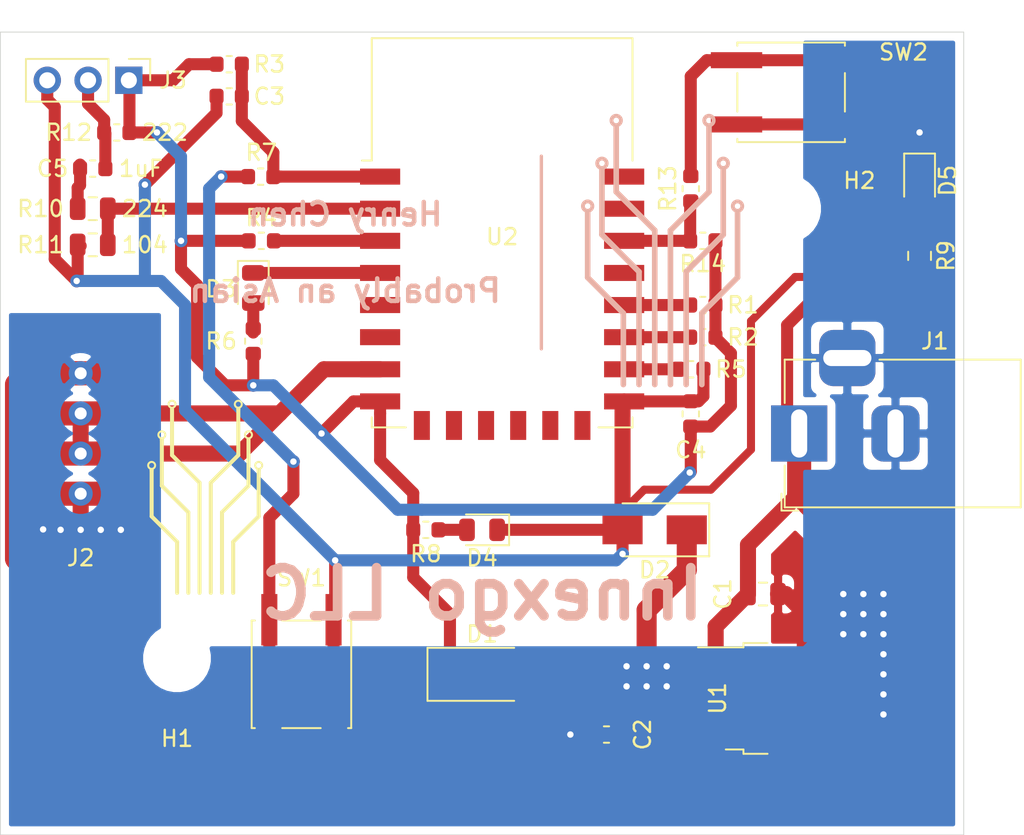
<source format=kicad_pcb>
(kicad_pcb (version 20171130) (host pcbnew "(5.1.5)-3")

  (general
    (thickness 1.6)
    (drawings 460)
    (tracks 233)
    (zones 0)
    (modules 33)
    (nets 33)
  )

  (page A4)
  (layers
    (0 F.Cu signal)
    (31 B.Cu signal)
    (32 B.Adhes user)
    (33 F.Adhes user)
    (34 B.Paste user)
    (35 F.Paste user)
    (36 B.SilkS user)
    (37 F.SilkS user)
    (38 B.Mask user)
    (39 F.Mask user)
    (40 Dwgs.User user)
    (41 Cmts.User user)
    (42 Eco1.User user)
    (43 Eco2.User user)
    (44 Edge.Cuts user)
    (45 Margin user)
    (46 B.CrtYd user)
    (47 F.CrtYd user)
    (48 B.Fab user)
    (49 F.Fab user)
  )

  (setup
    (last_trace_width 0.25)
    (user_trace_width 0.75)
    (trace_clearance 0.26)
    (zone_clearance 0.508)
    (zone_45_only yes)
    (trace_min 0.25)
    (via_size 0.8)
    (via_drill 0.4)
    (via_min_size 0.4)
    (via_min_drill 0.3)
    (user_via 0.6 0.3)
    (uvia_size 0.3)
    (uvia_drill 0.1)
    (uvias_allowed no)
    (uvia_min_size 0.2)
    (uvia_min_drill 0.1)
    (edge_width 0.05)
    (segment_width 0.2)
    (pcb_text_width 0.3)
    (pcb_text_size 1.5 1.5)
    (mod_edge_width 0.12)
    (mod_text_size 1 1)
    (mod_text_width 0.15)
    (pad_size 1.524 1.524)
    (pad_drill 0.762)
    (pad_to_mask_clearance 0.051)
    (solder_mask_min_width 0.25)
    (aux_axis_origin 0 0)
    (visible_elements 7FFDFFFF)
    (pcbplotparams
      (layerselection 0x010fc_ffffffff)
      (usegerberextensions false)
      (usegerberattributes false)
      (usegerberadvancedattributes false)
      (creategerberjobfile true)
      (excludeedgelayer true)
      (linewidth 0.150000)
      (plotframeref false)
      (viasonmask false)
      (mode 1)
      (useauxorigin false)
      (hpglpennumber 1)
      (hpglpenspeed 20)
      (hpglpendiameter 15.000000)
      (psnegative false)
      (psa4output false)
      (plotreference true)
      (plotvalue true)
      (plotinvisibletext false)
      (padsonsilk false)
      (subtractmaskfromsilk false)
      (outputformat 1)
      (mirror false)
      (drillshape 0)
      (scaleselection 1)
      (outputdirectory "Gerbers/"))
  )

  (net 0 "")
  (net 1 +12V)
  (net 2 GND)
  (net 3 +5V)
  (net 4 /0VA)
  (net 5 /RST)
  (net 6 +3.3VA)
  (net 7 "Net-(C5-Pad2)")
  (net 8 "Net-(D3-Pad2)")
  (net 9 /GPIO16)
  (net 10 "Net-(D4-Pad2)")
  (net 11 "Net-(D5-Pad2)")
  (net 12 /GPIO4)
  (net 13 /GPIO0)
  (net 14 /GPIO2)
  (net 15 /EN)
  (net 16 /GPIO15)
  (net 17 "Net-(R7-Pad2)")
  (net 18 /EXT_ADC)
  (net 19 /ADC)
  (net 20 /GPIO1)
  (net 21 /GPIO3)
  (net 22 /GPIO5)
  (net 23 /SCLK)
  (net 24 /MOSI)
  (net 25 /GPIO10)
  (net 26 /GPIO9)
  (net 27 /MISO)
  (net 28 /CS)
  (net 29 /GPIO13)
  (net 30 /GPIO12)
  (net 31 /GPIO14)
  (net 32 "Net-(R13-Pad2)")

  (net_class Default "This is the default net class."
    (clearance 0.26)
    (trace_width 0.25)
    (via_dia 0.8)
    (via_drill 0.4)
    (uvia_dia 0.3)
    (uvia_drill 0.1)
    (diff_pair_width 0.25)
    (diff_pair_gap 0.25)
    (add_net +12V)
    (add_net +3.3VA)
    (add_net +5V)
    (add_net /0VA)
    (add_net /ADC)
    (add_net /CS)
    (add_net /EN)
    (add_net /EXT_ADC)
    (add_net /GPIO0)
    (add_net /GPIO1)
    (add_net /GPIO10)
    (add_net /GPIO12)
    (add_net /GPIO13)
    (add_net /GPIO14)
    (add_net /GPIO15)
    (add_net /GPIO16)
    (add_net /GPIO2)
    (add_net /GPIO3)
    (add_net /GPIO4)
    (add_net /GPIO5)
    (add_net /GPIO9)
    (add_net /MISO)
    (add_net /MOSI)
    (add_net /RST)
    (add_net /SCLK)
    (add_net GND)
    (add_net "Net-(C5-Pad2)")
    (add_net "Net-(D3-Pad2)")
    (add_net "Net-(D4-Pad2)")
    (add_net "Net-(D5-Pad2)")
    (add_net "Net-(R13-Pad2)")
    (add_net "Net-(R7-Pad2)")
  )

  (module Resistor_SMD:R_0603_1608Metric (layer F.Cu) (tedit 5B301BBD) (tstamp 5ED1CB15)
    (at 115.75 69.25 90)
    (descr "Resistor SMD 0603 (1608 Metric), square (rectangular) end terminal, IPC_7351 nominal, (Body size source: http://www.tortai-tech.com/upload/download/2011102023233369053.pdf), generated with kicad-footprint-generator")
    (tags resistor)
    (path /5ED1EA8A)
    (attr smd)
    (fp_text reference R6 (at 0 -2 180) (layer F.SilkS)
      (effects (font (size 1 1) (thickness 0.15)))
    )
    (fp_text value 22 (at 0 1.43 90) (layer F.Fab)
      (effects (font (size 1 1) (thickness 0.15)))
    )
    (fp_text user %R (at 0 0 90) (layer F.Fab)
      (effects (font (size 0.4 0.4) (thickness 0.06)))
    )
    (fp_line (start 1.48 0.73) (end -1.48 0.73) (layer F.CrtYd) (width 0.05))
    (fp_line (start 1.48 -0.73) (end 1.48 0.73) (layer F.CrtYd) (width 0.05))
    (fp_line (start -1.48 -0.73) (end 1.48 -0.73) (layer F.CrtYd) (width 0.05))
    (fp_line (start -1.48 0.73) (end -1.48 -0.73) (layer F.CrtYd) (width 0.05))
    (fp_line (start -0.162779 0.51) (end 0.162779 0.51) (layer F.SilkS) (width 0.12))
    (fp_line (start -0.162779 -0.51) (end 0.162779 -0.51) (layer F.SilkS) (width 0.12))
    (fp_line (start 0.8 0.4) (end -0.8 0.4) (layer F.Fab) (width 0.1))
    (fp_line (start 0.8 -0.4) (end 0.8 0.4) (layer F.Fab) (width 0.1))
    (fp_line (start -0.8 -0.4) (end 0.8 -0.4) (layer F.Fab) (width 0.1))
    (fp_line (start -0.8 0.4) (end -0.8 -0.4) (layer F.Fab) (width 0.1))
    (pad 2 smd roundrect (at 0.7875 0 90) (size 0.875 0.95) (layers F.Cu F.Paste F.Mask) (roundrect_rratio 0.25)
      (net 8 "Net-(D3-Pad2)"))
    (pad 1 smd roundrect (at -0.7875 0 90) (size 0.875 0.95) (layers F.Cu F.Paste F.Mask) (roundrect_rratio 0.25)
      (net 6 +3.3VA))
    (model ${KISYS3DMOD}/Resistor_SMD.3dshapes/R_0603_1608Metric.wrl
      (at (xyz 0 0 0))
      (scale (xyz 1 1 1))
      (rotate (xyz 0 0 0))
    )
  )

  (module Resistor_SMD:R_0805_2012Metric (layer F.Cu) (tedit 5B36C52B) (tstamp 5ECE2C3B)
    (at 157.25 63.9375 270)
    (descr "Resistor SMD 0805 (2012 Metric), square (rectangular) end terminal, IPC_7351 nominal, (Body size source: https://docs.google.com/spreadsheets/d/1BsfQQcO9C6DZCsRaXUlFlo91Tg2WpOkGARC1WS5S8t0/edit?usp=sharing), generated with kicad-footprint-generator")
    (tags resistor)
    (path /5ED6C5A9)
    (attr smd)
    (fp_text reference R9 (at 0 -1.65 90) (layer F.SilkS)
      (effects (font (size 1 1) (thickness 0.15)))
    )
    (fp_text value 510 (at 0 1.65 90) (layer F.Fab)
      (effects (font (size 1 1) (thickness 0.15)))
    )
    (fp_text user %R (at 0 0 90) (layer F.Fab)
      (effects (font (size 0.5 0.5) (thickness 0.08)))
    )
    (fp_line (start 1.68 0.95) (end -1.68 0.95) (layer F.CrtYd) (width 0.05))
    (fp_line (start 1.68 -0.95) (end 1.68 0.95) (layer F.CrtYd) (width 0.05))
    (fp_line (start -1.68 -0.95) (end 1.68 -0.95) (layer F.CrtYd) (width 0.05))
    (fp_line (start -1.68 0.95) (end -1.68 -0.95) (layer F.CrtYd) (width 0.05))
    (fp_line (start -0.258578 0.71) (end 0.258578 0.71) (layer F.SilkS) (width 0.12))
    (fp_line (start -0.258578 -0.71) (end 0.258578 -0.71) (layer F.SilkS) (width 0.12))
    (fp_line (start 1 0.6) (end -1 0.6) (layer F.Fab) (width 0.1))
    (fp_line (start 1 -0.6) (end 1 0.6) (layer F.Fab) (width 0.1))
    (fp_line (start -1 -0.6) (end 1 -0.6) (layer F.Fab) (width 0.1))
    (fp_line (start -1 0.6) (end -1 -0.6) (layer F.Fab) (width 0.1))
    (pad 2 smd roundrect (at 0.9375 0 270) (size 0.975 1.4) (layers F.Cu F.Paste F.Mask) (roundrect_rratio 0.25)
      (net 1 +12V))
    (pad 1 smd roundrect (at -0.9375 0 270) (size 0.975 1.4) (layers F.Cu F.Paste F.Mask) (roundrect_rratio 0.25)
      (net 11 "Net-(D5-Pad2)"))
    (model ${KISYS3DMOD}/Resistor_SMD.3dshapes/R_0805_2012Metric.wrl
      (at (xyz 0 0 0))
      (scale (xyz 1 1 1))
      (rotate (xyz 0 0 0))
    )
  )

  (module Resistor_SMD:R_0603_1608Metric (layer F.Cu) (tedit 5B301BBD) (tstamp 5ECE6B55)
    (at 143.75 63 180)
    (descr "Resistor SMD 0603 (1608 Metric), square (rectangular) end terminal, IPC_7351 nominal, (Body size source: http://www.tortai-tech.com/upload/download/2011102023233369053.pdf), generated with kicad-footprint-generator")
    (tags resistor)
    (path /5ECFC284)
    (attr smd)
    (fp_text reference R14 (at 0 -1.43) (layer F.SilkS)
      (effects (font (size 1 1) (thickness 0.15)))
    )
    (fp_text value 12K (at 0 1.43) (layer F.Fab)
      (effects (font (size 1 1) (thickness 0.15)))
    )
    (fp_text user %R (at 0 0) (layer F.Fab)
      (effects (font (size 0.4 0.4) (thickness 0.06)))
    )
    (fp_line (start 1.48 0.73) (end -1.48 0.73) (layer F.CrtYd) (width 0.05))
    (fp_line (start 1.48 -0.73) (end 1.48 0.73) (layer F.CrtYd) (width 0.05))
    (fp_line (start -1.48 -0.73) (end 1.48 -0.73) (layer F.CrtYd) (width 0.05))
    (fp_line (start -1.48 0.73) (end -1.48 -0.73) (layer F.CrtYd) (width 0.05))
    (fp_line (start -0.162779 0.51) (end 0.162779 0.51) (layer F.SilkS) (width 0.12))
    (fp_line (start -0.162779 -0.51) (end 0.162779 -0.51) (layer F.SilkS) (width 0.12))
    (fp_line (start 0.8 0.4) (end -0.8 0.4) (layer F.Fab) (width 0.1))
    (fp_line (start 0.8 -0.4) (end 0.8 0.4) (layer F.Fab) (width 0.1))
    (fp_line (start -0.8 -0.4) (end 0.8 -0.4) (layer F.Fab) (width 0.1))
    (fp_line (start -0.8 0.4) (end -0.8 -0.4) (layer F.Fab) (width 0.1))
    (pad 2 smd roundrect (at 0.7875 0 180) (size 0.875 0.95) (layers F.Cu F.Paste F.Mask) (roundrect_rratio 0.25)
      (net 22 /GPIO5))
    (pad 1 smd roundrect (at -0.7875 0 180) (size 0.875 0.95) (layers F.Cu F.Paste F.Mask) (roundrect_rratio 0.25)
      (net 6 +3.3VA))
    (model ${KISYS3DMOD}/Resistor_SMD.3dshapes/R_0603_1608Metric.wrl
      (at (xyz 0 0 0))
      (scale (xyz 1 1 1))
      (rotate (xyz 0 0 0))
    )
  )

  (module Button_Switch_SMD:SW_SPST_EVQQ2 (layer F.Cu) (tedit 5872491A) (tstamp 5ECE601F)
    (at 149.25 53.75)
    (descr "Light Touch Switch, https://industrial.panasonic.com/cdbs/www-data/pdf/ATK0000/ATK0000CE28.pdf")
    (path /5ECF190D)
    (attr smd)
    (fp_text reference SW2 (at 7 -2.5) (layer F.SilkS)
      (effects (font (size 1 1) (thickness 0.15)))
    )
    (fp_text value SW2 (at 0 4.25) (layer F.Fab)
      (effects (font (size 1 1) (thickness 0.15)))
    )
    (fp_line (start -3.25 -3) (end 3.25 -3) (layer F.Fab) (width 0.1))
    (fp_line (start 3.25 -3) (end 3.25 3) (layer F.Fab) (width 0.1))
    (fp_line (start 3.25 3) (end -3.25 3) (layer F.Fab) (width 0.1))
    (fp_line (start -3.25 3) (end -3.25 -3) (layer F.Fab) (width 0.1))
    (fp_text user %R (at 0.05 -3.95) (layer F.Fab)
      (effects (font (size 1 1) (thickness 0.15)))
    )
    (fp_line (start -5.25 -3.25) (end 5.25 -3.25) (layer F.CrtYd) (width 0.05))
    (fp_line (start 5.25 -3.25) (end 5.25 3.25) (layer F.CrtYd) (width 0.05))
    (fp_line (start 5.25 3.25) (end -5.25 3.25) (layer F.CrtYd) (width 0.05))
    (fp_line (start -5.25 3.25) (end -5.25 -3.25) (layer F.CrtYd) (width 0.05))
    (fp_line (start 3.35 -3.1) (end 3.35 -2.9) (layer F.SilkS) (width 0.12))
    (fp_line (start 3.35 3.1) (end 3.35 2.9) (layer F.SilkS) (width 0.12))
    (fp_line (start -3.35 3.1) (end -3.35 2.9) (layer F.SilkS) (width 0.12))
    (fp_line (start -3.35 -3.1) (end -3.35 -2.9) (layer F.SilkS) (width 0.12))
    (fp_line (start -3.35 -1.2) (end -3.35 1.2) (layer F.SilkS) (width 0.12))
    (fp_line (start 3.35 -1.2) (end 3.35 1.2) (layer F.SilkS) (width 0.12))
    (fp_line (start 3.35 -3.1) (end -3.35 -3.1) (layer F.SilkS) (width 0.12))
    (fp_line (start -3.35 3.1) (end 3.35 3.1) (layer F.SilkS) (width 0.12))
    (fp_circle (center 0 0) (end 1.9 0) (layer F.Fab) (width 0.1))
    (fp_circle (center 0 0) (end 1.5 0) (layer F.Fab) (width 0.1))
    (pad 1 smd rect (at 3.4 -2) (size 3.2 1) (layers F.Cu F.Paste F.Mask)
      (net 32 "Net-(R13-Pad2)"))
    (pad 1 smd rect (at -3.4 -2) (size 3.2 1) (layers F.Cu F.Paste F.Mask)
      (net 32 "Net-(R13-Pad2)"))
    (pad 2 smd rect (at -3.4 2) (size 3.2 1) (layers F.Cu F.Paste F.Mask)
      (net 4 /0VA))
    (pad 2 smd rect (at 3.4 2) (size 3.2 1) (layers F.Cu F.Paste F.Mask)
      (net 4 /0VA))
    (model ${KISYS3DMOD}/Button_Switch_SMD.3dshapes/SW_SPST_EVQQ2.wrl
      (at (xyz 0 0 0))
      (scale (xyz 1 1 1))
      (rotate (xyz 0 0 0))
    )
  )

  (module Resistor_SMD:R_0603_1608Metric (layer F.Cu) (tedit 5B301BBD) (tstamp 5ECE5FD0)
    (at 143 59.75 90)
    (descr "Resistor SMD 0603 (1608 Metric), square (rectangular) end terminal, IPC_7351 nominal, (Body size source: http://www.tortai-tech.com/upload/download/2011102023233369053.pdf), generated with kicad-footprint-generator")
    (tags resistor)
    (path /5ECF1904)
    (attr smd)
    (fp_text reference R13 (at 0 -1.43 90) (layer F.SilkS)
      (effects (font (size 1 1) (thickness 0.15)))
    )
    (fp_text value 470 (at 0 1.43 90) (layer F.Fab)
      (effects (font (size 1 1) (thickness 0.15)))
    )
    (fp_text user %R (at 0 0 90) (layer F.Fab)
      (effects (font (size 0.4 0.4) (thickness 0.06)))
    )
    (fp_line (start 1.48 0.73) (end -1.48 0.73) (layer F.CrtYd) (width 0.05))
    (fp_line (start 1.48 -0.73) (end 1.48 0.73) (layer F.CrtYd) (width 0.05))
    (fp_line (start -1.48 -0.73) (end 1.48 -0.73) (layer F.CrtYd) (width 0.05))
    (fp_line (start -1.48 0.73) (end -1.48 -0.73) (layer F.CrtYd) (width 0.05))
    (fp_line (start -0.162779 0.51) (end 0.162779 0.51) (layer F.SilkS) (width 0.12))
    (fp_line (start -0.162779 -0.51) (end 0.162779 -0.51) (layer F.SilkS) (width 0.12))
    (fp_line (start 0.8 0.4) (end -0.8 0.4) (layer F.Fab) (width 0.1))
    (fp_line (start 0.8 -0.4) (end 0.8 0.4) (layer F.Fab) (width 0.1))
    (fp_line (start -0.8 -0.4) (end 0.8 -0.4) (layer F.Fab) (width 0.1))
    (fp_line (start -0.8 0.4) (end -0.8 -0.4) (layer F.Fab) (width 0.1))
    (pad 2 smd roundrect (at 0.7875 0 90) (size 0.875 0.95) (layers F.Cu F.Paste F.Mask) (roundrect_rratio 0.25)
      (net 32 "Net-(R13-Pad2)"))
    (pad 1 smd roundrect (at -0.7875 0 90) (size 0.875 0.95) (layers F.Cu F.Paste F.Mask) (roundrect_rratio 0.25)
      (net 22 /GPIO5))
    (model ${KISYS3DMOD}/Resistor_SMD.3dshapes/R_0603_1608Metric.wrl
      (at (xyz 0 0 0))
      (scale (xyz 1 1 1))
      (rotate (xyz 0 0 0))
    )
  )

  (module Custom:4x_1.5mm_5.5mm_bare_copper_+THT (layer F.Cu) (tedit 5ECE132D) (tstamp 5ECE2B8B)
    (at 105 75 180)
    (path /5ED40813)
    (fp_text reference J2 (at 0 -7.75) (layer F.SilkS)
      (effects (font (size 1 1) (thickness 0.15)))
    )
    (fp_text value Conn_01x04_Male (at 0 -6.25) (layer F.Fab)
      (effects (font (size 1 1) (thickness 0.15)))
    )
    (fp_line (start -3 4.75) (end -3 -4.75) (layer F.CrtYd) (width 0.12))
    (fp_line (start 3 4.75) (end -3 4.75) (layer F.CrtYd) (width 0.12))
    (fp_line (start 3 -4.75) (end 3 4.75) (layer F.CrtYd) (width 0.12))
    (fp_line (start -3 -4.75) (end 3 -4.75) (layer F.CrtYd) (width 0.12))
    (pad 4 thru_hole circle (at 0 3.75 180) (size 1.5 1.5) (drill 0.75) (layers *.Cu *.Mask)
      (net 1 +12V))
    (pad 3 thru_hole circle (at 0 1.25 180) (size 1.5 1.5) (drill 0.75) (layers *.Cu *.Mask)
      (net 29 /GPIO13))
    (pad 2 thru_hole circle (at 0 -1.25 180) (size 1.5 1.5) (drill 0.75) (layers *.Cu *.Mask)
      (net 29 /GPIO13))
    (pad 1 thru_hole circle (at 0 -3.75 180) (size 1.5 1.5) (drill 0.75) (layers *.Cu *.Mask)
      (net 2 GND))
    (pad 4 smd rect (at 0 3.75 180) (size 5.5 1.5) (layers F.Cu F.Paste F.Mask)
      (net 1 +12V))
    (pad 2 smd rect (at 0 -1.25 180) (size 5.5 1.5) (layers F.Cu F.Paste F.Mask)
      (net 29 /GPIO13))
    (pad 1 smd rect (at 0 -3.75 180) (size 5.5 1.5) (layers F.Cu F.Paste F.Mask)
      (net 2 GND))
    (pad 3 smd rect (at 0 1.25 180) (size 5.5 1.5) (layers F.Cu F.Paste F.Mask)
      (net 29 /GPIO13))
  )

  (module RF_Module:ESP-12E (layer F.Cu) (tedit 5ECE0B80) (tstamp 5ECE2CE7)
    (at 131.25 62.5)
    (descr "Wi-Fi Module, http://wiki.ai-thinker.com/_media/esp8266/docs/aithinker_esp_12f_datasheet_en.pdf")
    (tags "Wi-Fi Module")
    (path /5ECEAC46)
    (attr smd)
    (fp_text reference U2 (at 0 0.25) (layer F.SilkS)
      (effects (font (size 1 1) (thickness 0.15)))
    )
    (fp_text value ESP-12E (at -0.06 -12.78) (layer F.Fab)
      (effects (font (size 1 1) (thickness 0.15)))
    )
    (fp_line (start 5.56 -4.8) (end 8.12 -7.36) (layer Dwgs.User) (width 0.12))
    (fp_line (start 2.56 -4.8) (end 8.12 -10.36) (layer Dwgs.User) (width 0.12))
    (fp_line (start -0.44 -4.8) (end 6.88 -12.12) (layer Dwgs.User) (width 0.12))
    (fp_line (start -3.44 -4.8) (end 3.88 -12.12) (layer Dwgs.User) (width 0.12))
    (fp_line (start -6.44 -4.8) (end 0.88 -12.12) (layer Dwgs.User) (width 0.12))
    (fp_line (start -8.12 -6.12) (end -2.12 -12.12) (layer Dwgs.User) (width 0.12))
    (fp_line (start -8.12 -9.12) (end -5.12 -12.12) (layer Dwgs.User) (width 0.12))
    (fp_line (start -8.12 -4.8) (end -8.12 -12.12) (layer Dwgs.User) (width 0.12))
    (fp_line (start 8.12 -4.8) (end -8.12 -4.8) (layer Dwgs.User) (width 0.12))
    (fp_line (start 8.12 -12.12) (end 8.12 -4.8) (layer Dwgs.User) (width 0.12))
    (fp_line (start -8.12 -12.12) (end 8.12 -12.12) (layer Dwgs.User) (width 0.12))
    (fp_line (start -8.12 -4.5) (end -8.73 -4.5) (layer F.SilkS) (width 0.12))
    (fp_line (start -8.12 -4.5) (end -8.12 -12.12) (layer F.SilkS) (width 0.12))
    (fp_line (start -8.12 12.12) (end -8.12 11.5) (layer F.SilkS) (width 0.12))
    (fp_line (start -6 12.12) (end -8.12 12.12) (layer F.SilkS) (width 0.12))
    (fp_line (start 8.12 12.12) (end 6 12.12) (layer F.SilkS) (width 0.12))
    (fp_line (start 8.12 11.5) (end 8.12 12.12) (layer F.SilkS) (width 0.12))
    (fp_line (start 8.12 -12.12) (end 8.12 -4.5) (layer F.SilkS) (width 0.12))
    (fp_line (start -8.12 -12.12) (end 8.12 -12.12) (layer F.SilkS) (width 0.12))
    (fp_line (start -9.05 13.1) (end -9.05 -12.2) (layer F.CrtYd) (width 0.05))
    (fp_line (start 9.05 13.1) (end -9.05 13.1) (layer F.CrtYd) (width 0.05))
    (fp_line (start 9.05 -12.2) (end 9.05 13.1) (layer F.CrtYd) (width 0.05))
    (fp_line (start -9.05 -12.2) (end 9.05 -12.2) (layer F.CrtYd) (width 0.05))
    (fp_line (start -8 -4) (end -8 -12) (layer F.Fab) (width 0.12))
    (fp_line (start -7.5 -3.5) (end -8 -4) (layer F.Fab) (width 0.12))
    (fp_line (start -8 -3) (end -7.5 -3.5) (layer F.Fab) (width 0.12))
    (fp_line (start -8 12) (end -8 -3) (layer F.Fab) (width 0.12))
    (fp_line (start 8 12) (end -8 12) (layer F.Fab) (width 0.12))
    (fp_line (start 8 -12) (end 8 12) (layer F.Fab) (width 0.12))
    (fp_line (start -8 -12) (end 8 -12) (layer F.Fab) (width 0.12))
    (fp_text user %R (at 0 -2.75) (layer F.Fab)
      (effects (font (size 1 1) (thickness 0.15)))
    )
    (fp_text user "KEEP-OUT ZONE" (at 0.03 -9.55 180) (layer Cmts.User)
      (effects (font (size 1 1) (thickness 0.15)))
    )
    (fp_text user Antenna (at -0.06 -7 180) (layer Cmts.User)
      (effects (font (size 1 1) (thickness 0.15)))
    )
    (pad 22 smd rect (at 7.6 -3.5) (size 2.5 1) (layers F.Cu F.Paste F.Mask)
      (net 20 /GPIO1))
    (pad 21 smd rect (at 7.6 -1.5) (size 2.5 1) (layers F.Cu F.Paste F.Mask)
      (net 21 /GPIO3))
    (pad 20 smd rect (at 7.6 0.5) (size 2.5 1) (layers F.Cu F.Paste F.Mask)
      (net 22 /GPIO5))
    (pad 19 smd rect (at 7.6 2.5) (size 2.5 1) (layers F.Cu F.Paste F.Mask)
      (net 12 /GPIO4))
    (pad 18 smd rect (at 7.6 4.5) (size 2.5 1) (layers F.Cu F.Paste F.Mask)
      (net 13 /GPIO0))
    (pad 17 smd rect (at 7.6 6.5) (size 2.5 1) (layers F.Cu F.Paste F.Mask)
      (net 14 /GPIO2))
    (pad 16 smd rect (at 7.6 8.5) (size 2.5 1) (layers F.Cu F.Paste F.Mask)
      (net 16 /GPIO15))
    (pad 15 smd rect (at 7.6 10.5) (size 2.5 1) (layers F.Cu F.Paste F.Mask)
      (net 4 /0VA))
    (pad 14 smd rect (at 5 12) (size 1 1.8) (layers F.Cu F.Paste F.Mask)
      (net 23 /SCLK))
    (pad 13 smd rect (at 3 12) (size 1 1.8) (layers F.Cu F.Paste F.Mask)
      (net 24 /MOSI))
    (pad 12 smd rect (at 1 12) (size 1 1.8) (layers F.Cu F.Paste F.Mask)
      (net 25 /GPIO10))
    (pad 11 smd rect (at -1 12) (size 1 1.8) (layers F.Cu F.Paste F.Mask)
      (net 26 /GPIO9))
    (pad 10 smd rect (at -3 12) (size 1 1.8) (layers F.Cu F.Paste F.Mask)
      (net 27 /MISO))
    (pad 9 smd rect (at -5 12) (size 1 1.8) (layers F.Cu F.Paste F.Mask)
      (net 28 /CS))
    (pad 8 smd rect (at -7.6 10.5) (size 2.5 1) (layers F.Cu F.Paste F.Mask)
      (net 6 +3.3VA))
    (pad 7 smd rect (at -7.6 8.5) (size 2.5 1) (layers F.Cu F.Paste F.Mask)
      (net 29 /GPIO13))
    (pad 6 smd rect (at -7.6 6.5) (size 2.5 1) (layers F.Cu F.Paste F.Mask)
      (net 30 /GPIO12))
    (pad 5 smd rect (at -7.6 4.5) (size 2.5 1) (layers F.Cu F.Paste F.Mask)
      (net 31 /GPIO14))
    (pad 4 smd rect (at -7.6 2.5) (size 2.5 1) (layers F.Cu F.Paste F.Mask)
      (net 9 /GPIO16))
    (pad 3 smd rect (at -7.6 0.5) (size 2.5 1) (layers F.Cu F.Paste F.Mask)
      (net 15 /EN))
    (pad 2 smd rect (at -7.6 -1.5) (size 2.5 1) (layers F.Cu F.Paste F.Mask)
      (net 19 /ADC))
    (pad 1 smd rect (at -7.6 -3.5) (size 2.5 1) (layers F.Cu F.Paste F.Mask)
      (net 5 /RST))
    (model ${KISYS3DMOD}/ESP8266.3dshapes/ESP-12E.wrl
      (offset (xyz -7 4 0))
      (scale (xyz 0.4 0.4 0.3))
      (rotate (xyz 0 0 0))
    )
  )

  (module MountingHole:MountingHole_3.2mm_M3 (layer F.Cu) (tedit 56D1B4CB) (tstamp 5ECE2D9A)
    (at 149 61)
    (descr "Mounting Hole 3.2mm, no annular, M3")
    (tags "mounting hole 3.2mm no annular m3")
    (path /5ED026F2)
    (attr virtual)
    (fp_text reference H2 (at 4.5 -1.75) (layer F.SilkS)
      (effects (font (size 1 1) (thickness 0.15)))
    )
    (fp_text value MountingHole (at 0 4.2) (layer F.Fab)
      (effects (font (size 1 1) (thickness 0.15)))
    )
    (fp_circle (center 0 0) (end 3.45 0) (layer F.CrtYd) (width 0.05))
    (fp_circle (center 0 0) (end 3.2 0) (layer Cmts.User) (width 0.15))
    (fp_text user %R (at 0.3 0) (layer F.Fab)
      (effects (font (size 1 1) (thickness 0.15)))
    )
    (pad 1 np_thru_hole circle (at 0 0) (size 3.2 3.2) (drill 3.2) (layers *.Cu *.Mask))
  )

  (module MountingHole:MountingHole_3.2mm_M3 (layer F.Cu) (tedit 56D1B4CB) (tstamp 5ECE2D92)
    (at 111 89)
    (descr "Mounting Hole 3.2mm, no annular, M3")
    (tags "mounting hole 3.2mm no annular m3")
    (path /5ED023A0)
    (attr virtual)
    (fp_text reference H1 (at 0 5) (layer F.SilkS)
      (effects (font (size 1 1) (thickness 0.15)))
    )
    (fp_text value MountingHole (at 0 4.2) (layer F.Fab)
      (effects (font (size 1 1) (thickness 0.15)))
    )
    (fp_circle (center 0 0) (end 3.45 0) (layer F.CrtYd) (width 0.05))
    (fp_circle (center 0 0) (end 3.2 0) (layer Cmts.User) (width 0.15))
    (fp_text user %R (at 0.3 0) (layer F.Fab)
      (effects (font (size 1 1) (thickness 0.15)))
    )
    (pad 1 np_thru_hole circle (at 0 0) (size 3.2 3.2) (drill 3.2) (layers *.Cu *.Mask))
  )

  (module Button_Switch_SMD:SW_SPST_EVQQ2 (layer F.Cu) (tedit 5872491A) (tstamp 5ECE2C88)
    (at 118.75 90 90)
    (descr "Light Touch Switch, https://industrial.panasonic.com/cdbs/www-data/pdf/ATK0000/ATK0000CE28.pdf")
    (path /5ED3BE4B)
    (attr smd)
    (fp_text reference SW1 (at 6 0 180) (layer F.SilkS)
      (effects (font (size 1 1) (thickness 0.15)))
    )
    (fp_text value DNP (at 0 4.25 90) (layer F.Fab)
      (effects (font (size 1 1) (thickness 0.15)))
    )
    (fp_circle (center 0 0) (end 1.5 0) (layer F.Fab) (width 0.1))
    (fp_circle (center 0 0) (end 1.9 0) (layer F.Fab) (width 0.1))
    (fp_line (start -3.35 3.1) (end 3.35 3.1) (layer F.SilkS) (width 0.12))
    (fp_line (start 3.35 -3.1) (end -3.35 -3.1) (layer F.SilkS) (width 0.12))
    (fp_line (start 3.35 -1.2) (end 3.35 1.2) (layer F.SilkS) (width 0.12))
    (fp_line (start -3.35 -1.2) (end -3.35 1.2) (layer F.SilkS) (width 0.12))
    (fp_line (start -3.35 -3.1) (end -3.35 -2.9) (layer F.SilkS) (width 0.12))
    (fp_line (start -3.35 3.1) (end -3.35 2.9) (layer F.SilkS) (width 0.12))
    (fp_line (start 3.35 3.1) (end 3.35 2.9) (layer F.SilkS) (width 0.12))
    (fp_line (start 3.35 -3.1) (end 3.35 -2.9) (layer F.SilkS) (width 0.12))
    (fp_line (start -5.25 3.25) (end -5.25 -3.25) (layer F.CrtYd) (width 0.05))
    (fp_line (start 5.25 3.25) (end -5.25 3.25) (layer F.CrtYd) (width 0.05))
    (fp_line (start 5.25 -3.25) (end 5.25 3.25) (layer F.CrtYd) (width 0.05))
    (fp_line (start -5.25 -3.25) (end 5.25 -3.25) (layer F.CrtYd) (width 0.05))
    (fp_text user %R (at 0.05 -3.95 90) (layer F.Fab)
      (effects (font (size 1 1) (thickness 0.15)))
    )
    (fp_line (start -3.25 3) (end -3.25 -3) (layer F.Fab) (width 0.1))
    (fp_line (start 3.25 3) (end -3.25 3) (layer F.Fab) (width 0.1))
    (fp_line (start 3.25 -3) (end 3.25 3) (layer F.Fab) (width 0.1))
    (fp_line (start -3.25 -3) (end 3.25 -3) (layer F.Fab) (width 0.1))
    (pad 2 smd rect (at 3.4 2 90) (size 3.2 1) (layers F.Cu F.Paste F.Mask)
      (net 4 /0VA))
    (pad 2 smd rect (at -3.4 2 90) (size 3.2 1) (layers F.Cu F.Paste F.Mask)
      (net 4 /0VA))
    (pad 1 smd rect (at -3.4 -2 90) (size 3.2 1) (layers F.Cu F.Paste F.Mask)
      (net 17 "Net-(R7-Pad2)"))
    (pad 1 smd rect (at 3.4 -2 90) (size 3.2 1) (layers F.Cu F.Paste F.Mask)
      (net 17 "Net-(R7-Pad2)"))
    (model ${KISYS3DMOD}/Button_Switch_SMD.3dshapes/SW_SPST_EVQQ2.wrl
      (at (xyz 0 0 0))
      (scale (xyz 1 1 1))
      (rotate (xyz 0 0 0))
    )
  )

  (module Package_TO_SOT_SMD:TO-252-2 (layer F.Cu) (tedit 5A70A390) (tstamp 5ECE2CAC)
    (at 148.75 91.5)
    (descr "TO-252 / DPAK SMD package, http://www.infineon.com/cms/en/product/packages/PG-TO252/PG-TO252-3-1/")
    (tags "DPAK TO-252 DPAK-3 TO-252-3 SOT-428")
    (path /5ECD9D89)
    (attr smd)
    (fp_text reference U1 (at -4.075 0 270) (layer F.SilkS)
      (effects (font (size 1 1) (thickness 0.15)))
    )
    (fp_text value LM7805_TO252-2 (at 0 4.5) (layer F.Fab)
      (effects (font (size 1 1) (thickness 0.15)))
    )
    (fp_text user %R (at 0 0) (layer F.Fab)
      (effects (font (size 1 1) (thickness 0.15)))
    )
    (fp_line (start 5.55 -3.5) (end -5.55 -3.5) (layer F.CrtYd) (width 0.05))
    (fp_line (start 5.55 3.5) (end 5.55 -3.5) (layer F.CrtYd) (width 0.05))
    (fp_line (start -5.55 3.5) (end 5.55 3.5) (layer F.CrtYd) (width 0.05))
    (fp_line (start -5.55 -3.5) (end -5.55 3.5) (layer F.CrtYd) (width 0.05))
    (fp_line (start -2.47 3.18) (end -3.57 3.18) (layer F.SilkS) (width 0.12))
    (fp_line (start -2.47 3.45) (end -2.47 3.18) (layer F.SilkS) (width 0.12))
    (fp_line (start -0.97 3.45) (end -2.47 3.45) (layer F.SilkS) (width 0.12))
    (fp_line (start -2.47 -3.18) (end -5.3 -3.18) (layer F.SilkS) (width 0.12))
    (fp_line (start -2.47 -3.45) (end -2.47 -3.18) (layer F.SilkS) (width 0.12))
    (fp_line (start -0.97 -3.45) (end -2.47 -3.45) (layer F.SilkS) (width 0.12))
    (fp_line (start -4.97 2.655) (end -2.27 2.655) (layer F.Fab) (width 0.1))
    (fp_line (start -4.97 1.905) (end -4.97 2.655) (layer F.Fab) (width 0.1))
    (fp_line (start -2.27 1.905) (end -4.97 1.905) (layer F.Fab) (width 0.1))
    (fp_line (start -4.97 -1.905) (end -2.27 -1.905) (layer F.Fab) (width 0.1))
    (fp_line (start -4.97 -2.655) (end -4.97 -1.905) (layer F.Fab) (width 0.1))
    (fp_line (start -1.865 -2.655) (end -4.97 -2.655) (layer F.Fab) (width 0.1))
    (fp_line (start -1.27 -3.25) (end 3.95 -3.25) (layer F.Fab) (width 0.1))
    (fp_line (start -2.27 -2.25) (end -1.27 -3.25) (layer F.Fab) (width 0.1))
    (fp_line (start -2.27 3.25) (end -2.27 -2.25) (layer F.Fab) (width 0.1))
    (fp_line (start 3.95 3.25) (end -2.27 3.25) (layer F.Fab) (width 0.1))
    (fp_line (start 3.95 -3.25) (end 3.95 3.25) (layer F.Fab) (width 0.1))
    (fp_line (start 4.95 2.7) (end 3.95 2.7) (layer F.Fab) (width 0.1))
    (fp_line (start 4.95 -2.7) (end 4.95 2.7) (layer F.Fab) (width 0.1))
    (fp_line (start 3.95 -2.7) (end 4.95 -2.7) (layer F.Fab) (width 0.1))
    (pad "" smd rect (at 0.425 1.525) (size 3.05 2.75) (layers F.Paste))
    (pad "" smd rect (at 3.775 -1.525) (size 3.05 2.75) (layers F.Paste))
    (pad "" smd rect (at 0.425 -1.525) (size 3.05 2.75) (layers F.Paste))
    (pad "" smd rect (at 3.775 1.525) (size 3.05 2.75) (layers F.Paste))
    (pad 2 smd rect (at 2.1 0) (size 6.4 5.8) (layers F.Cu F.Mask)
      (net 2 GND))
    (pad 3 smd rect (at -4.2 2.28) (size 2.2 1.2) (layers F.Cu F.Paste F.Mask)
      (net 3 +5V))
    (pad 1 smd rect (at -4.2 -2.28) (size 2.2 1.2) (layers F.Cu F.Paste F.Mask)
      (net 1 +12V))
    (model ${KISYS3DMOD}/Package_TO_SOT_SMD.3dshapes/TO-252-2.wrl
      (at (xyz 0 0 0))
      (scale (xyz 1 1 1))
      (rotate (xyz 0 0 0))
    )
  )

  (module Resistor_SMD:R_0603_1608Metric (layer F.Cu) (tedit 5B301BBD) (tstamp 5ECE2C6E)
    (at 107.25 56.25)
    (descr "Resistor SMD 0603 (1608 Metric), square (rectangular) end terminal, IPC_7351 nominal, (Body size source: http://www.tortai-tech.com/upload/download/2011102023233369053.pdf), generated with kicad-footprint-generator")
    (tags resistor)
    (path /5EDBAB54)
    (attr smd)
    (fp_text reference R12 (at -3 0) (layer F.SilkS)
      (effects (font (size 1 1) (thickness 0.15)))
    )
    (fp_text value "2.2K DNP" (at 0 1.43) (layer F.Fab)
      (effects (font (size 1 1) (thickness 0.15)))
    )
    (fp_text user %R (at 0 0) (layer F.Fab)
      (effects (font (size 0.4 0.4) (thickness 0.06)))
    )
    (fp_line (start 1.48 0.73) (end -1.48 0.73) (layer F.CrtYd) (width 0.05))
    (fp_line (start 1.48 -0.73) (end 1.48 0.73) (layer F.CrtYd) (width 0.05))
    (fp_line (start -1.48 -0.73) (end 1.48 -0.73) (layer F.CrtYd) (width 0.05))
    (fp_line (start -1.48 0.73) (end -1.48 -0.73) (layer F.CrtYd) (width 0.05))
    (fp_line (start -0.162779 0.51) (end 0.162779 0.51) (layer F.SilkS) (width 0.12))
    (fp_line (start -0.162779 -0.51) (end 0.162779 -0.51) (layer F.SilkS) (width 0.12))
    (fp_line (start 0.8 0.4) (end -0.8 0.4) (layer F.Fab) (width 0.1))
    (fp_line (start 0.8 -0.4) (end 0.8 0.4) (layer F.Fab) (width 0.1))
    (fp_line (start -0.8 -0.4) (end 0.8 -0.4) (layer F.Fab) (width 0.1))
    (fp_line (start -0.8 0.4) (end -0.8 -0.4) (layer F.Fab) (width 0.1))
    (pad 2 smd roundrect (at 0.7875 0) (size 0.875 0.95) (layers F.Cu F.Paste F.Mask) (roundrect_rratio 0.25)
      (net 6 +3.3VA))
    (pad 1 smd roundrect (at -0.7875 0) (size 0.875 0.95) (layers F.Cu F.Paste F.Mask) (roundrect_rratio 0.25)
      (net 7 "Net-(C5-Pad2)"))
    (model ${KISYS3DMOD}/Resistor_SMD.3dshapes/R_0603_1608Metric.wrl
      (at (xyz 0 0 0))
      (scale (xyz 1 1 1))
      (rotate (xyz 0 0 0))
    )
  )

  (module Resistor_SMD:R_0805_2012Metric (layer F.Cu) (tedit 5B36C52B) (tstamp 5ECE2C5D)
    (at 105.75 63.25)
    (descr "Resistor SMD 0805 (2012 Metric), square (rectangular) end terminal, IPC_7351 nominal, (Body size source: https://docs.google.com/spreadsheets/d/1BsfQQcO9C6DZCsRaXUlFlo91Tg2WpOkGARC1WS5S8t0/edit?usp=sharing), generated with kicad-footprint-generator")
    (tags resistor)
    (path /5ED48F20)
    (attr smd)
    (fp_text reference R11 (at -3.25 0) (layer F.SilkS)
      (effects (font (size 1 1) (thickness 0.15)))
    )
    (fp_text value "100k 1% DNP" (at 0 -2 180) (layer F.Fab)
      (effects (font (size 1 1) (thickness 0.15)))
    )
    (fp_text user %R (at 0 0) (layer F.Fab)
      (effects (font (size 0.5 0.5) (thickness 0.08)))
    )
    (fp_line (start 1.68 0.95) (end -1.68 0.95) (layer F.CrtYd) (width 0.05))
    (fp_line (start 1.68 -0.95) (end 1.68 0.95) (layer F.CrtYd) (width 0.05))
    (fp_line (start -1.68 -0.95) (end 1.68 -0.95) (layer F.CrtYd) (width 0.05))
    (fp_line (start -1.68 0.95) (end -1.68 -0.95) (layer F.CrtYd) (width 0.05))
    (fp_line (start -0.258578 0.71) (end 0.258578 0.71) (layer F.SilkS) (width 0.12))
    (fp_line (start -0.258578 -0.71) (end 0.258578 -0.71) (layer F.SilkS) (width 0.12))
    (fp_line (start 1 0.6) (end -1 0.6) (layer F.Fab) (width 0.1))
    (fp_line (start 1 -0.6) (end 1 0.6) (layer F.Fab) (width 0.1))
    (fp_line (start -1 -0.6) (end 1 -0.6) (layer F.Fab) (width 0.1))
    (fp_line (start -1 0.6) (end -1 -0.6) (layer F.Fab) (width 0.1))
    (pad 2 smd roundrect (at 0.9375 0) (size 0.975 1.4) (layers F.Cu F.Paste F.Mask) (roundrect_rratio 0.25)
      (net 19 /ADC))
    (pad 1 smd roundrect (at -0.9375 0) (size 0.975 1.4) (layers F.Cu F.Paste F.Mask) (roundrect_rratio 0.25)
      (net 4 /0VA))
    (model ${KISYS3DMOD}/Resistor_SMD.3dshapes/R_0805_2012Metric.wrl
      (at (xyz 0 0 0))
      (scale (xyz 1 1 1))
      (rotate (xyz 0 0 0))
    )
  )

  (module Resistor_SMD:R_0805_2012Metric (layer F.Cu) (tedit 5B36C52B) (tstamp 5ECE2C4C)
    (at 105.75 61 180)
    (descr "Resistor SMD 0805 (2012 Metric), square (rectangular) end terminal, IPC_7351 nominal, (Body size source: https://docs.google.com/spreadsheets/d/1BsfQQcO9C6DZCsRaXUlFlo91Tg2WpOkGARC1WS5S8t0/edit?usp=sharing), generated with kicad-footprint-generator")
    (tags resistor)
    (path /5ED48717)
    (attr smd)
    (fp_text reference R10 (at 3.25 0) (layer F.SilkS)
      (effects (font (size 1 1) (thickness 0.15)))
    )
    (fp_text value "220K 1% DNP" (at 4.25 0 270) (layer F.Fab)
      (effects (font (size 1 1) (thickness 0.15)))
    )
    (fp_text user %R (at 0 0 90) (layer F.Fab)
      (effects (font (size 0.5 0.5) (thickness 0.08)))
    )
    (fp_line (start 1.68 0.95) (end -1.68 0.95) (layer F.CrtYd) (width 0.05))
    (fp_line (start 1.68 -0.95) (end 1.68 0.95) (layer F.CrtYd) (width 0.05))
    (fp_line (start -1.68 -0.95) (end 1.68 -0.95) (layer F.CrtYd) (width 0.05))
    (fp_line (start -1.68 0.95) (end -1.68 -0.95) (layer F.CrtYd) (width 0.05))
    (fp_line (start -0.258578 0.71) (end 0.258578 0.71) (layer F.SilkS) (width 0.12))
    (fp_line (start -0.258578 -0.71) (end 0.258578 -0.71) (layer F.SilkS) (width 0.12))
    (fp_line (start 1 0.6) (end -1 0.6) (layer F.Fab) (width 0.1))
    (fp_line (start 1 -0.6) (end 1 0.6) (layer F.Fab) (width 0.1))
    (fp_line (start -1 -0.6) (end 1 -0.6) (layer F.Fab) (width 0.1))
    (fp_line (start -1 0.6) (end -1 -0.6) (layer F.Fab) (width 0.1))
    (pad 2 smd roundrect (at 0.9375 0 180) (size 0.975 1.4) (layers F.Cu F.Paste F.Mask) (roundrect_rratio 0.25)
      (net 18 /EXT_ADC))
    (pad 1 smd roundrect (at -0.9375 0 180) (size 0.975 1.4) (layers F.Cu F.Paste F.Mask) (roundrect_rratio 0.25)
      (net 19 /ADC))
    (model ${KISYS3DMOD}/Resistor_SMD.3dshapes/R_0805_2012Metric.wrl
      (at (xyz 0 0 0))
      (scale (xyz 1 1 1))
      (rotate (xyz 0 0 0))
    )
  )

  (module Resistor_SMD:R_0603_1608Metric (layer F.Cu) (tedit 5B301BBD) (tstamp 5ECE2C2A)
    (at 126.5 81)
    (descr "Resistor SMD 0603 (1608 Metric), square (rectangular) end terminal, IPC_7351 nominal, (Body size source: http://www.tortai-tech.com/upload/download/2011102023233369053.pdf), generated with kicad-footprint-generator")
    (tags resistor)
    (path /5ED49487)
    (attr smd)
    (fp_text reference R8 (at 0 1.5) (layer F.SilkS)
      (effects (font (size 1 1) (thickness 0.15)))
    )
    (fp_text value 22 (at 0 1.43) (layer F.Fab)
      (effects (font (size 1 1) (thickness 0.15)))
    )
    (fp_text user %R (at 0 0) (layer F.Fab)
      (effects (font (size 0.4 0.4) (thickness 0.06)))
    )
    (fp_line (start 1.48 0.73) (end -1.48 0.73) (layer F.CrtYd) (width 0.05))
    (fp_line (start 1.48 -0.73) (end 1.48 0.73) (layer F.CrtYd) (width 0.05))
    (fp_line (start -1.48 -0.73) (end 1.48 -0.73) (layer F.CrtYd) (width 0.05))
    (fp_line (start -1.48 0.73) (end -1.48 -0.73) (layer F.CrtYd) (width 0.05))
    (fp_line (start -0.162779 0.51) (end 0.162779 0.51) (layer F.SilkS) (width 0.12))
    (fp_line (start -0.162779 -0.51) (end 0.162779 -0.51) (layer F.SilkS) (width 0.12))
    (fp_line (start 0.8 0.4) (end -0.8 0.4) (layer F.Fab) (width 0.1))
    (fp_line (start 0.8 -0.4) (end 0.8 0.4) (layer F.Fab) (width 0.1))
    (fp_line (start -0.8 -0.4) (end 0.8 -0.4) (layer F.Fab) (width 0.1))
    (fp_line (start -0.8 0.4) (end -0.8 -0.4) (layer F.Fab) (width 0.1))
    (pad 2 smd roundrect (at 0.7875 0) (size 0.875 0.95) (layers F.Cu F.Paste F.Mask) (roundrect_rratio 0.25)
      (net 10 "Net-(D4-Pad2)"))
    (pad 1 smd roundrect (at -0.7875 0) (size 0.875 0.95) (layers F.Cu F.Paste F.Mask) (roundrect_rratio 0.25)
      (net 6 +3.3VA))
    (model ${KISYS3DMOD}/Resistor_SMD.3dshapes/R_0603_1608Metric.wrl
      (at (xyz 0 0 0))
      (scale (xyz 1 1 1))
      (rotate (xyz 0 0 0))
    )
  )

  (module Resistor_SMD:R_0603_1608Metric (layer F.Cu) (tedit 5B301BBD) (tstamp 5ECE2C19)
    (at 116.2125 59 180)
    (descr "Resistor SMD 0603 (1608 Metric), square (rectangular) end terminal, IPC_7351 nominal, (Body size source: http://www.tortai-tech.com/upload/download/2011102023233369053.pdf), generated with kicad-footprint-generator")
    (tags resistor)
    (path /5ED490CD)
    (attr smd)
    (fp_text reference R7 (at -0.0375 1.5) (layer F.SilkS)
      (effects (font (size 1 1) (thickness 0.15)))
    )
    (fp_text value 470 (at 0 1.43) (layer F.Fab)
      (effects (font (size 1 1) (thickness 0.15)))
    )
    (fp_text user %R (at 0 0) (layer F.Fab)
      (effects (font (size 0.4 0.4) (thickness 0.06)))
    )
    (fp_line (start 1.48 0.73) (end -1.48 0.73) (layer F.CrtYd) (width 0.05))
    (fp_line (start 1.48 -0.73) (end 1.48 0.73) (layer F.CrtYd) (width 0.05))
    (fp_line (start -1.48 -0.73) (end 1.48 -0.73) (layer F.CrtYd) (width 0.05))
    (fp_line (start -1.48 0.73) (end -1.48 -0.73) (layer F.CrtYd) (width 0.05))
    (fp_line (start -0.162779 0.51) (end 0.162779 0.51) (layer F.SilkS) (width 0.12))
    (fp_line (start -0.162779 -0.51) (end 0.162779 -0.51) (layer F.SilkS) (width 0.12))
    (fp_line (start 0.8 0.4) (end -0.8 0.4) (layer F.Fab) (width 0.1))
    (fp_line (start 0.8 -0.4) (end 0.8 0.4) (layer F.Fab) (width 0.1))
    (fp_line (start -0.8 -0.4) (end 0.8 -0.4) (layer F.Fab) (width 0.1))
    (fp_line (start -0.8 0.4) (end -0.8 -0.4) (layer F.Fab) (width 0.1))
    (pad 2 smd roundrect (at 0.7875 0 180) (size 0.875 0.95) (layers F.Cu F.Paste F.Mask) (roundrect_rratio 0.25)
      (net 17 "Net-(R7-Pad2)"))
    (pad 1 smd roundrect (at -0.7875 0 180) (size 0.875 0.95) (layers F.Cu F.Paste F.Mask) (roundrect_rratio 0.25)
      (net 5 /RST))
    (model ${KISYS3DMOD}/Resistor_SMD.3dshapes/R_0603_1608Metric.wrl
      (at (xyz 0 0 0))
      (scale (xyz 1 1 1))
      (rotate (xyz 0 0 0))
    )
  )

  (module Resistor_SMD:R_0603_1608Metric (layer F.Cu) (tedit 5B301BBD) (tstamp 5ECE2BF7)
    (at 143 71 180)
    (descr "Resistor SMD 0603 (1608 Metric), square (rectangular) end terminal, IPC_7351 nominal, (Body size source: http://www.tortai-tech.com/upload/download/2011102023233369053.pdf), generated with kicad-footprint-generator")
    (tags resistor)
    (path /5ED0A4A6)
    (attr smd)
    (fp_text reference R5 (at -2.5 0) (layer F.SilkS)
      (effects (font (size 1 1) (thickness 0.15)))
    )
    (fp_text value 12K (at 0 1.43) (layer F.Fab)
      (effects (font (size 1 1) (thickness 0.15)))
    )
    (fp_text user %R (at 0 0) (layer F.Fab)
      (effects (font (size 0.4 0.4) (thickness 0.06)))
    )
    (fp_line (start 1.48 0.73) (end -1.48 0.73) (layer F.CrtYd) (width 0.05))
    (fp_line (start 1.48 -0.73) (end 1.48 0.73) (layer F.CrtYd) (width 0.05))
    (fp_line (start -1.48 -0.73) (end 1.48 -0.73) (layer F.CrtYd) (width 0.05))
    (fp_line (start -1.48 0.73) (end -1.48 -0.73) (layer F.CrtYd) (width 0.05))
    (fp_line (start -0.162779 0.51) (end 0.162779 0.51) (layer F.SilkS) (width 0.12))
    (fp_line (start -0.162779 -0.51) (end 0.162779 -0.51) (layer F.SilkS) (width 0.12))
    (fp_line (start 0.8 0.4) (end -0.8 0.4) (layer F.Fab) (width 0.1))
    (fp_line (start 0.8 -0.4) (end 0.8 0.4) (layer F.Fab) (width 0.1))
    (fp_line (start -0.8 -0.4) (end 0.8 -0.4) (layer F.Fab) (width 0.1))
    (fp_line (start -0.8 0.4) (end -0.8 -0.4) (layer F.Fab) (width 0.1))
    (pad 2 smd roundrect (at 0.7875 0 180) (size 0.875 0.95) (layers F.Cu F.Paste F.Mask) (roundrect_rratio 0.25)
      (net 16 /GPIO15))
    (pad 1 smd roundrect (at -0.7875 0 180) (size 0.875 0.95) (layers F.Cu F.Paste F.Mask) (roundrect_rratio 0.25)
      (net 4 /0VA))
    (model ${KISYS3DMOD}/Resistor_SMD.3dshapes/R_0603_1608Metric.wrl
      (at (xyz 0 0 0))
      (scale (xyz 1 1 1))
      (rotate (xyz 0 0 0))
    )
  )

  (module Resistor_SMD:R_0603_1608Metric (layer F.Cu) (tedit 5B301BBD) (tstamp 5ECE2BE6)
    (at 116.25 63)
    (descr "Resistor SMD 0603 (1608 Metric), square (rectangular) end terminal, IPC_7351 nominal, (Body size source: http://www.tortai-tech.com/upload/download/2011102023233369053.pdf), generated with kicad-footprint-generator")
    (tags resistor)
    (path /5ED0A079)
    (attr smd)
    (fp_text reference R4 (at 0 -1.43) (layer F.SilkS)
      (effects (font (size 1 1) (thickness 0.15)))
    )
    (fp_text value 12K (at 0 1.43) (layer F.Fab)
      (effects (font (size 1 1) (thickness 0.15)))
    )
    (fp_text user %R (at 0 0) (layer F.Fab)
      (effects (font (size 0.4 0.4) (thickness 0.06)))
    )
    (fp_line (start 1.48 0.73) (end -1.48 0.73) (layer F.CrtYd) (width 0.05))
    (fp_line (start 1.48 -0.73) (end 1.48 0.73) (layer F.CrtYd) (width 0.05))
    (fp_line (start -1.48 -0.73) (end 1.48 -0.73) (layer F.CrtYd) (width 0.05))
    (fp_line (start -1.48 0.73) (end -1.48 -0.73) (layer F.CrtYd) (width 0.05))
    (fp_line (start -0.162779 0.51) (end 0.162779 0.51) (layer F.SilkS) (width 0.12))
    (fp_line (start -0.162779 -0.51) (end 0.162779 -0.51) (layer F.SilkS) (width 0.12))
    (fp_line (start 0.8 0.4) (end -0.8 0.4) (layer F.Fab) (width 0.1))
    (fp_line (start 0.8 -0.4) (end 0.8 0.4) (layer F.Fab) (width 0.1))
    (fp_line (start -0.8 -0.4) (end 0.8 -0.4) (layer F.Fab) (width 0.1))
    (fp_line (start -0.8 0.4) (end -0.8 -0.4) (layer F.Fab) (width 0.1))
    (pad 2 smd roundrect (at 0.7875 0) (size 0.875 0.95) (layers F.Cu F.Paste F.Mask) (roundrect_rratio 0.25)
      (net 15 /EN))
    (pad 1 smd roundrect (at -0.7875 0) (size 0.875 0.95) (layers F.Cu F.Paste F.Mask) (roundrect_rratio 0.25)
      (net 6 +3.3VA))
    (model ${KISYS3DMOD}/Resistor_SMD.3dshapes/R_0603_1608Metric.wrl
      (at (xyz 0 0 0))
      (scale (xyz 1 1 1))
      (rotate (xyz 0 0 0))
    )
  )

  (module Resistor_SMD:R_0603_1608Metric (layer F.Cu) (tedit 5B301BBD) (tstamp 5ECE2BD5)
    (at 114.25 52)
    (descr "Resistor SMD 0603 (1608 Metric), square (rectangular) end terminal, IPC_7351 nominal, (Body size source: http://www.tortai-tech.com/upload/download/2011102023233369053.pdf), generated with kicad-footprint-generator")
    (tags resistor)
    (path /5ED09D00)
    (attr smd)
    (fp_text reference R3 (at 2.5 0) (layer F.SilkS)
      (effects (font (size 1 1) (thickness 0.15)))
    )
    (fp_text value 12K (at 0 1.43) (layer F.Fab)
      (effects (font (size 1 1) (thickness 0.15)))
    )
    (fp_text user %R (at 0 0) (layer F.Fab)
      (effects (font (size 0.4 0.4) (thickness 0.06)))
    )
    (fp_line (start 1.48 0.73) (end -1.48 0.73) (layer F.CrtYd) (width 0.05))
    (fp_line (start 1.48 -0.73) (end 1.48 0.73) (layer F.CrtYd) (width 0.05))
    (fp_line (start -1.48 -0.73) (end 1.48 -0.73) (layer F.CrtYd) (width 0.05))
    (fp_line (start -1.48 0.73) (end -1.48 -0.73) (layer F.CrtYd) (width 0.05))
    (fp_line (start -0.162779 0.51) (end 0.162779 0.51) (layer F.SilkS) (width 0.12))
    (fp_line (start -0.162779 -0.51) (end 0.162779 -0.51) (layer F.SilkS) (width 0.12))
    (fp_line (start 0.8 0.4) (end -0.8 0.4) (layer F.Fab) (width 0.1))
    (fp_line (start 0.8 -0.4) (end 0.8 0.4) (layer F.Fab) (width 0.1))
    (fp_line (start -0.8 -0.4) (end 0.8 -0.4) (layer F.Fab) (width 0.1))
    (fp_line (start -0.8 0.4) (end -0.8 -0.4) (layer F.Fab) (width 0.1))
    (pad 2 smd roundrect (at 0.7875 0) (size 0.875 0.95) (layers F.Cu F.Paste F.Mask) (roundrect_rratio 0.25)
      (net 5 /RST))
    (pad 1 smd roundrect (at -0.7875 0) (size 0.875 0.95) (layers F.Cu F.Paste F.Mask) (roundrect_rratio 0.25)
      (net 6 +3.3VA))
    (model ${KISYS3DMOD}/Resistor_SMD.3dshapes/R_0603_1608Metric.wrl
      (at (xyz 0 0 0))
      (scale (xyz 1 1 1))
      (rotate (xyz 0 0 0))
    )
  )

  (module Resistor_SMD:R_0603_1608Metric (layer F.Cu) (tedit 5B301BBD) (tstamp 5ECE2BC4)
    (at 143.75 69 180)
    (descr "Resistor SMD 0603 (1608 Metric), square (rectangular) end terminal, IPC_7351 nominal, (Body size source: http://www.tortai-tech.com/upload/download/2011102023233369053.pdf), generated with kicad-footprint-generator")
    (tags resistor)
    (path /5ED08CF0)
    (attr smd)
    (fp_text reference R2 (at -2.5 0) (layer F.SilkS)
      (effects (font (size 1 1) (thickness 0.15)))
    )
    (fp_text value 12K (at 0 1.43) (layer F.Fab)
      (effects (font (size 1 1) (thickness 0.15)))
    )
    (fp_text user %R (at 0 0) (layer F.Fab)
      (effects (font (size 0.4 0.4) (thickness 0.06)))
    )
    (fp_line (start 1.48 0.73) (end -1.48 0.73) (layer F.CrtYd) (width 0.05))
    (fp_line (start 1.48 -0.73) (end 1.48 0.73) (layer F.CrtYd) (width 0.05))
    (fp_line (start -1.48 -0.73) (end 1.48 -0.73) (layer F.CrtYd) (width 0.05))
    (fp_line (start -1.48 0.73) (end -1.48 -0.73) (layer F.CrtYd) (width 0.05))
    (fp_line (start -0.162779 0.51) (end 0.162779 0.51) (layer F.SilkS) (width 0.12))
    (fp_line (start -0.162779 -0.51) (end 0.162779 -0.51) (layer F.SilkS) (width 0.12))
    (fp_line (start 0.8 0.4) (end -0.8 0.4) (layer F.Fab) (width 0.1))
    (fp_line (start 0.8 -0.4) (end 0.8 0.4) (layer F.Fab) (width 0.1))
    (fp_line (start -0.8 -0.4) (end 0.8 -0.4) (layer F.Fab) (width 0.1))
    (fp_line (start -0.8 0.4) (end -0.8 -0.4) (layer F.Fab) (width 0.1))
    (pad 2 smd roundrect (at 0.7875 0 180) (size 0.875 0.95) (layers F.Cu F.Paste F.Mask) (roundrect_rratio 0.25)
      (net 14 /GPIO2))
    (pad 1 smd roundrect (at -0.7875 0 180) (size 0.875 0.95) (layers F.Cu F.Paste F.Mask) (roundrect_rratio 0.25)
      (net 6 +3.3VA))
    (model ${KISYS3DMOD}/Resistor_SMD.3dshapes/R_0603_1608Metric.wrl
      (at (xyz 0 0 0))
      (scale (xyz 1 1 1))
      (rotate (xyz 0 0 0))
    )
  )

  (module Resistor_SMD:R_0603_1608Metric (layer F.Cu) (tedit 5B301BBD) (tstamp 5ECE2BB3)
    (at 143.75 67 180)
    (descr "Resistor SMD 0603 (1608 Metric), square (rectangular) end terminal, IPC_7351 nominal, (Body size source: http://www.tortai-tech.com/upload/download/2011102023233369053.pdf), generated with kicad-footprint-generator")
    (tags resistor)
    (path /5ED07E8D)
    (attr smd)
    (fp_text reference R1 (at -2.5 0) (layer F.SilkS)
      (effects (font (size 1 1) (thickness 0.15)))
    )
    (fp_text value 12K (at 0 1.43) (layer F.Fab)
      (effects (font (size 1 1) (thickness 0.15)))
    )
    (fp_text user %R (at 0 0) (layer F.Fab)
      (effects (font (size 0.4 0.4) (thickness 0.06)))
    )
    (fp_line (start 1.48 0.73) (end -1.48 0.73) (layer F.CrtYd) (width 0.05))
    (fp_line (start 1.48 -0.73) (end 1.48 0.73) (layer F.CrtYd) (width 0.05))
    (fp_line (start -1.48 -0.73) (end 1.48 -0.73) (layer F.CrtYd) (width 0.05))
    (fp_line (start -1.48 0.73) (end -1.48 -0.73) (layer F.CrtYd) (width 0.05))
    (fp_line (start -0.162779 0.51) (end 0.162779 0.51) (layer F.SilkS) (width 0.12))
    (fp_line (start -0.162779 -0.51) (end 0.162779 -0.51) (layer F.SilkS) (width 0.12))
    (fp_line (start 0.8 0.4) (end -0.8 0.4) (layer F.Fab) (width 0.1))
    (fp_line (start 0.8 -0.4) (end 0.8 0.4) (layer F.Fab) (width 0.1))
    (fp_line (start -0.8 -0.4) (end 0.8 -0.4) (layer F.Fab) (width 0.1))
    (fp_line (start -0.8 0.4) (end -0.8 -0.4) (layer F.Fab) (width 0.1))
    (pad 2 smd roundrect (at 0.7875 0 180) (size 0.875 0.95) (layers F.Cu F.Paste F.Mask) (roundrect_rratio 0.25)
      (net 13 /GPIO0))
    (pad 1 smd roundrect (at -0.7875 0 180) (size 0.875 0.95) (layers F.Cu F.Paste F.Mask) (roundrect_rratio 0.25)
      (net 6 +3.3VA))
    (model ${KISYS3DMOD}/Resistor_SMD.3dshapes/R_0603_1608Metric.wrl
      (at (xyz 0 0 0))
      (scale (xyz 1 1 1))
      (rotate (xyz 0 0 0))
    )
  )

  (module Connector_PinHeader_2.54mm:PinHeader_1x03_P2.54mm_Vertical (layer F.Cu) (tedit 59FED5CC) (tstamp 5ECE2BA2)
    (at 108 53 270)
    (descr "Through hole straight pin header, 1x03, 2.54mm pitch, single row")
    (tags "Through hole pin header THT 1x03 2.54mm single row")
    (path /5EDA621E)
    (fp_text reference J3 (at 0 -2.75 180) (layer F.SilkS)
      (effects (font (size 1 1) (thickness 0.15)))
    )
    (fp_text value Conn_01x03_Female (at 2.75 3.25 180) (layer F.Fab)
      (effects (font (size 1 1) (thickness 0.15)))
    )
    (fp_text user %R (at 0 2.54) (layer F.Fab)
      (effects (font (size 1 1) (thickness 0.15)))
    )
    (fp_line (start 1.8 -1.8) (end -1.8 -1.8) (layer F.CrtYd) (width 0.05))
    (fp_line (start 1.8 6.85) (end 1.8 -1.8) (layer F.CrtYd) (width 0.05))
    (fp_line (start -1.8 6.85) (end 1.8 6.85) (layer F.CrtYd) (width 0.05))
    (fp_line (start -1.8 -1.8) (end -1.8 6.85) (layer F.CrtYd) (width 0.05))
    (fp_line (start -1.33 -1.33) (end 0 -1.33) (layer F.SilkS) (width 0.12))
    (fp_line (start -1.33 0) (end -1.33 -1.33) (layer F.SilkS) (width 0.12))
    (fp_line (start -1.33 1.27) (end 1.33 1.27) (layer F.SilkS) (width 0.12))
    (fp_line (start 1.33 1.27) (end 1.33 6.41) (layer F.SilkS) (width 0.12))
    (fp_line (start -1.33 1.27) (end -1.33 6.41) (layer F.SilkS) (width 0.12))
    (fp_line (start -1.33 6.41) (end 1.33 6.41) (layer F.SilkS) (width 0.12))
    (fp_line (start -1.27 -0.635) (end -0.635 -1.27) (layer F.Fab) (width 0.1))
    (fp_line (start -1.27 6.35) (end -1.27 -0.635) (layer F.Fab) (width 0.1))
    (fp_line (start 1.27 6.35) (end -1.27 6.35) (layer F.Fab) (width 0.1))
    (fp_line (start 1.27 -1.27) (end 1.27 6.35) (layer F.Fab) (width 0.1))
    (fp_line (start -0.635 -1.27) (end 1.27 -1.27) (layer F.Fab) (width 0.1))
    (pad 3 thru_hole oval (at 0 5.08 270) (size 1.7 1.7) (drill 1) (layers *.Cu *.Mask)
      (net 4 /0VA))
    (pad 2 thru_hole oval (at 0 2.54 270) (size 1.7 1.7) (drill 1) (layers *.Cu *.Mask)
      (net 7 "Net-(C5-Pad2)"))
    (pad 1 thru_hole rect (at 0 0 270) (size 1.7 1.7) (drill 1) (layers *.Cu *.Mask)
      (net 6 +3.3VA))
    (model ${KISYS3DMOD}/Connector_PinHeader_2.54mm.3dshapes/PinHeader_1x03_P2.54mm_Vertical.wrl
      (at (xyz 0 0 0))
      (scale (xyz 1 1 1))
      (rotate (xyz 0 0 0))
    )
  )

  (module Connector_BarrelJack:BarrelJack_Horizontal (layer F.Cu) (tedit 5A1DBF6A) (tstamp 5ECE2B7F)
    (at 149.75 75 180)
    (descr "DC Barrel Jack")
    (tags "Power Jack")
    (path /5ECD5F1E)
    (fp_text reference J1 (at -8.45 5.75) (layer F.SilkS)
      (effects (font (size 1 1) (thickness 0.15)))
    )
    (fp_text value Barrel_Jack_Switch (at -6.2 -5.5) (layer F.Fab)
      (effects (font (size 1 1) (thickness 0.15)))
    )
    (fp_line (start 0 -4.5) (end -13.7 -4.5) (layer F.Fab) (width 0.1))
    (fp_line (start 0.8 4.5) (end 0.8 -3.75) (layer F.Fab) (width 0.1))
    (fp_line (start -13.7 4.5) (end 0.8 4.5) (layer F.Fab) (width 0.1))
    (fp_line (start -13.7 -4.5) (end -13.7 4.5) (layer F.Fab) (width 0.1))
    (fp_line (start -10.2 -4.5) (end -10.2 4.5) (layer F.Fab) (width 0.1))
    (fp_line (start 0.9 -4.6) (end 0.9 -2) (layer F.SilkS) (width 0.12))
    (fp_line (start -13.8 -4.6) (end 0.9 -4.6) (layer F.SilkS) (width 0.12))
    (fp_line (start 0.9 4.6) (end -1 4.6) (layer F.SilkS) (width 0.12))
    (fp_line (start 0.9 1.9) (end 0.9 4.6) (layer F.SilkS) (width 0.12))
    (fp_line (start -13.8 4.6) (end -13.8 -4.6) (layer F.SilkS) (width 0.12))
    (fp_line (start -5 4.6) (end -13.8 4.6) (layer F.SilkS) (width 0.12))
    (fp_line (start -14 4.75) (end -14 -4.75) (layer F.CrtYd) (width 0.05))
    (fp_line (start -5 4.75) (end -14 4.75) (layer F.CrtYd) (width 0.05))
    (fp_line (start -5 6.75) (end -5 4.75) (layer F.CrtYd) (width 0.05))
    (fp_line (start -1 6.75) (end -5 6.75) (layer F.CrtYd) (width 0.05))
    (fp_line (start -1 4.75) (end -1 6.75) (layer F.CrtYd) (width 0.05))
    (fp_line (start 1 4.75) (end -1 4.75) (layer F.CrtYd) (width 0.05))
    (fp_line (start 1 2) (end 1 4.75) (layer F.CrtYd) (width 0.05))
    (fp_line (start 2 2) (end 1 2) (layer F.CrtYd) (width 0.05))
    (fp_line (start 2 -2) (end 2 2) (layer F.CrtYd) (width 0.05))
    (fp_line (start 1 -2) (end 2 -2) (layer F.CrtYd) (width 0.05))
    (fp_line (start 1 -4.5) (end 1 -2) (layer F.CrtYd) (width 0.05))
    (fp_line (start 1 -4.75) (end -14 -4.75) (layer F.CrtYd) (width 0.05))
    (fp_line (start 1 -4.5) (end 1 -4.75) (layer F.CrtYd) (width 0.05))
    (fp_line (start 0.05 -4.8) (end 1.1 -4.8) (layer F.SilkS) (width 0.12))
    (fp_line (start 1.1 -3.75) (end 1.1 -4.8) (layer F.SilkS) (width 0.12))
    (fp_line (start -0.003213 -4.505425) (end 0.8 -3.75) (layer F.Fab) (width 0.1))
    (fp_text user %R (at -3 -2.95) (layer F.Fab)
      (effects (font (size 1 1) (thickness 0.15)))
    )
    (pad 3 thru_hole roundrect (at -3 4.7 180) (size 3.5 3.5) (drill oval 3 1) (layers *.Cu *.Mask) (roundrect_rratio 0.25)
      (net 2 GND))
    (pad 2 thru_hole roundrect (at -6 0 180) (size 3 3.5) (drill oval 1 3) (layers *.Cu *.Mask) (roundrect_rratio 0.25)
      (net 2 GND))
    (pad 1 thru_hole rect (at 0 0 180) (size 3.5 3.5) (drill oval 1 3) (layers *.Cu *.Mask)
      (net 1 +12V))
    (model ${KISYS3DMOD}/Connector_BarrelJack.3dshapes/BarrelJack_Horizontal.wrl
      (at (xyz 0 0 0))
      (scale (xyz 1 1 1))
      (rotate (xyz 0 0 0))
    )
  )

  (module LED_SMD:LED_0805_2012Metric (layer F.Cu) (tedit 5B36C52C) (tstamp 5ECE2B49)
    (at 157.25 59.25 270)
    (descr "LED SMD 0805 (2012 Metric), square (rectangular) end terminal, IPC_7351 nominal, (Body size source: https://docs.google.com/spreadsheets/d/1BsfQQcO9C6DZCsRaXUlFlo91Tg2WpOkGARC1WS5S8t0/edit?usp=sharing), generated with kicad-footprint-generator")
    (tags diode)
    (path /5ED6FA88)
    (attr smd)
    (fp_text reference D5 (at 0 -1.75 90) (layer F.SilkS)
      (effects (font (size 1 1) (thickness 0.15)))
    )
    (fp_text value "Red 2" (at 0 1.65 90) (layer F.Fab)
      (effects (font (size 1 1) (thickness 0.15)))
    )
    (fp_text user %R (at 0 0 90) (layer F.Fab)
      (effects (font (size 0.5 0.5) (thickness 0.08)))
    )
    (fp_line (start 1.68 0.95) (end -1.68 0.95) (layer F.CrtYd) (width 0.05))
    (fp_line (start 1.68 -0.95) (end 1.68 0.95) (layer F.CrtYd) (width 0.05))
    (fp_line (start -1.68 -0.95) (end 1.68 -0.95) (layer F.CrtYd) (width 0.05))
    (fp_line (start -1.68 0.95) (end -1.68 -0.95) (layer F.CrtYd) (width 0.05))
    (fp_line (start -1.685 0.96) (end 1 0.96) (layer F.SilkS) (width 0.12))
    (fp_line (start -1.685 -0.96) (end -1.685 0.96) (layer F.SilkS) (width 0.12))
    (fp_line (start 1 -0.96) (end -1.685 -0.96) (layer F.SilkS) (width 0.12))
    (fp_line (start 1 0.6) (end 1 -0.6) (layer F.Fab) (width 0.1))
    (fp_line (start -1 0.6) (end 1 0.6) (layer F.Fab) (width 0.1))
    (fp_line (start -1 -0.3) (end -1 0.6) (layer F.Fab) (width 0.1))
    (fp_line (start -0.7 -0.6) (end -1 -0.3) (layer F.Fab) (width 0.1))
    (fp_line (start 1 -0.6) (end -0.7 -0.6) (layer F.Fab) (width 0.1))
    (pad 2 smd roundrect (at 0.9375 0 270) (size 0.975 1.4) (layers F.Cu F.Paste F.Mask) (roundrect_rratio 0.25)
      (net 11 "Net-(D5-Pad2)"))
    (pad 1 smd roundrect (at -0.9375 0 270) (size 0.975 1.4) (layers F.Cu F.Paste F.Mask) (roundrect_rratio 0.25)
      (net 2 GND))
    (model ${KISYS3DMOD}/LED_SMD.3dshapes/LED_0805_2012Metric.wrl
      (at (xyz 0 0 0))
      (scale (xyz 1 1 1))
      (rotate (xyz 0 0 0))
    )
  )

  (module LED_SMD:LED_0805_2012Metric (layer F.Cu) (tedit 5B36C52C) (tstamp 5ECE2B36)
    (at 130 81 180)
    (descr "LED SMD 0805 (2012 Metric), square (rectangular) end terminal, IPC_7351 nominal, (Body size source: https://docs.google.com/spreadsheets/d/1BsfQQcO9C6DZCsRaXUlFlo91Tg2WpOkGARC1WS5S8t0/edit?usp=sharing), generated with kicad-footprint-generator")
    (tags diode)
    (path /5ED49A6C)
    (attr smd)
    (fp_text reference D4 (at 0 -1.75) (layer F.SilkS)
      (effects (font (size 1 1) (thickness 0.15)))
    )
    (fp_text value "Blue 3.2" (at 0 1.65) (layer F.Fab)
      (effects (font (size 1 1) (thickness 0.15)))
    )
    (fp_text user %R (at 0 0) (layer F.Fab)
      (effects (font (size 0.5 0.5) (thickness 0.08)))
    )
    (fp_line (start 1.68 0.95) (end -1.68 0.95) (layer F.CrtYd) (width 0.05))
    (fp_line (start 1.68 -0.95) (end 1.68 0.95) (layer F.CrtYd) (width 0.05))
    (fp_line (start -1.68 -0.95) (end 1.68 -0.95) (layer F.CrtYd) (width 0.05))
    (fp_line (start -1.68 0.95) (end -1.68 -0.95) (layer F.CrtYd) (width 0.05))
    (fp_line (start -1.685 0.96) (end 1 0.96) (layer F.SilkS) (width 0.12))
    (fp_line (start -1.685 -0.96) (end -1.685 0.96) (layer F.SilkS) (width 0.12))
    (fp_line (start 1 -0.96) (end -1.685 -0.96) (layer F.SilkS) (width 0.12))
    (fp_line (start 1 0.6) (end 1 -0.6) (layer F.Fab) (width 0.1))
    (fp_line (start -1 0.6) (end 1 0.6) (layer F.Fab) (width 0.1))
    (fp_line (start -1 -0.3) (end -1 0.6) (layer F.Fab) (width 0.1))
    (fp_line (start -0.7 -0.6) (end -1 -0.3) (layer F.Fab) (width 0.1))
    (fp_line (start 1 -0.6) (end -0.7 -0.6) (layer F.Fab) (width 0.1))
    (pad 2 smd roundrect (at 0.9375 0 180) (size 0.975 1.4) (layers F.Cu F.Paste F.Mask) (roundrect_rratio 0.25)
      (net 10 "Net-(D4-Pad2)"))
    (pad 1 smd roundrect (at -0.9375 0 180) (size 0.975 1.4) (layers F.Cu F.Paste F.Mask) (roundrect_rratio 0.25)
      (net 4 /0VA))
    (model ${KISYS3DMOD}/LED_SMD.3dshapes/LED_0805_2012Metric.wrl
      (at (xyz 0 0 0))
      (scale (xyz 1 1 1))
      (rotate (xyz 0 0 0))
    )
  )

  (module LED_SMD:LED_0805_2012Metric (layer F.Cu) (tedit 5B36C52C) (tstamp 5ECE2B23)
    (at 115.75 65.9375 270)
    (descr "LED SMD 0805 (2012 Metric), square (rectangular) end terminal, IPC_7351 nominal, (Body size source: https://docs.google.com/spreadsheets/d/1BsfQQcO9C6DZCsRaXUlFlo91Tg2WpOkGARC1WS5S8t0/edit?usp=sharing), generated with kicad-footprint-generator")
    (tags diode)
    (path /5ED5942E)
    (attr smd)
    (fp_text reference D3 (at 0.0625 2 180) (layer F.SilkS)
      (effects (font (size 1 1) (thickness 0.15)))
    )
    (fp_text value "Blue 3.2" (at 0 1.65 90) (layer F.Fab)
      (effects (font (size 1 1) (thickness 0.15)))
    )
    (fp_text user %R (at 0 0 90) (layer F.Fab)
      (effects (font (size 0.5 0.5) (thickness 0.08)))
    )
    (fp_line (start 1.68 0.95) (end -1.68 0.95) (layer F.CrtYd) (width 0.05))
    (fp_line (start 1.68 -0.95) (end 1.68 0.95) (layer F.CrtYd) (width 0.05))
    (fp_line (start -1.68 -0.95) (end 1.68 -0.95) (layer F.CrtYd) (width 0.05))
    (fp_line (start -1.68 0.95) (end -1.68 -0.95) (layer F.CrtYd) (width 0.05))
    (fp_line (start -1.685 0.96) (end 1 0.96) (layer F.SilkS) (width 0.12))
    (fp_line (start -1.685 -0.96) (end -1.685 0.96) (layer F.SilkS) (width 0.12))
    (fp_line (start 1 -0.96) (end -1.685 -0.96) (layer F.SilkS) (width 0.12))
    (fp_line (start 1 0.6) (end 1 -0.6) (layer F.Fab) (width 0.1))
    (fp_line (start -1 0.6) (end 1 0.6) (layer F.Fab) (width 0.1))
    (fp_line (start -1 -0.3) (end -1 0.6) (layer F.Fab) (width 0.1))
    (fp_line (start -0.7 -0.6) (end -1 -0.3) (layer F.Fab) (width 0.1))
    (fp_line (start 1 -0.6) (end -0.7 -0.6) (layer F.Fab) (width 0.1))
    (pad 2 smd roundrect (at 0.9375 0 270) (size 0.975 1.4) (layers F.Cu F.Paste F.Mask) (roundrect_rratio 0.25)
      (net 8 "Net-(D3-Pad2)"))
    (pad 1 smd roundrect (at -0.9375 0 270) (size 0.975 1.4) (layers F.Cu F.Paste F.Mask) (roundrect_rratio 0.25)
      (net 9 /GPIO16))
    (model ${KISYS3DMOD}/LED_SMD.3dshapes/LED_0805_2012Metric.wrl
      (at (xyz 0 0 0))
      (scale (xyz 1 1 1))
      (rotate (xyz 0 0 0))
    )
  )

  (module Diode_SMD:D_SMA (layer F.Cu) (tedit 586432E5) (tstamp 5ECE2B10)
    (at 140.75 81 180)
    (descr "Diode SMA (DO-214AC)")
    (tags "Diode SMA (DO-214AC)")
    (path /5ED04506)
    (attr smd)
    (fp_text reference D2 (at 0 -2.5) (layer F.SilkS)
      (effects (font (size 1 1) (thickness 0.15)))
    )
    (fp_text value Diode (at 0 2.6) (layer F.Fab)
      (effects (font (size 1 1) (thickness 0.15)))
    )
    (fp_line (start -3.4 -1.65) (end 2 -1.65) (layer F.SilkS) (width 0.12))
    (fp_line (start -3.4 1.65) (end 2 1.65) (layer F.SilkS) (width 0.12))
    (fp_line (start -0.64944 0.00102) (end 0.50118 -0.79908) (layer F.Fab) (width 0.1))
    (fp_line (start -0.64944 0.00102) (end 0.50118 0.75032) (layer F.Fab) (width 0.1))
    (fp_line (start 0.50118 0.75032) (end 0.50118 -0.79908) (layer F.Fab) (width 0.1))
    (fp_line (start -0.64944 -0.79908) (end -0.64944 0.80112) (layer F.Fab) (width 0.1))
    (fp_line (start 0.50118 0.00102) (end 1.4994 0.00102) (layer F.Fab) (width 0.1))
    (fp_line (start -0.64944 0.00102) (end -1.55114 0.00102) (layer F.Fab) (width 0.1))
    (fp_line (start -3.5 1.75) (end -3.5 -1.75) (layer F.CrtYd) (width 0.05))
    (fp_line (start 3.5 1.75) (end -3.5 1.75) (layer F.CrtYd) (width 0.05))
    (fp_line (start 3.5 -1.75) (end 3.5 1.75) (layer F.CrtYd) (width 0.05))
    (fp_line (start -3.5 -1.75) (end 3.5 -1.75) (layer F.CrtYd) (width 0.05))
    (fp_line (start 2.3 -1.5) (end -2.3 -1.5) (layer F.Fab) (width 0.1))
    (fp_line (start 2.3 -1.5) (end 2.3 1.5) (layer F.Fab) (width 0.1))
    (fp_line (start -2.3 1.5) (end -2.3 -1.5) (layer F.Fab) (width 0.1))
    (fp_line (start 2.3 1.5) (end -2.3 1.5) (layer F.Fab) (width 0.1))
    (fp_line (start -3.4 -1.65) (end -3.4 1.65) (layer F.SilkS) (width 0.12))
    (fp_text user %R (at 0 -2.5) (layer F.Fab)
      (effects (font (size 1 1) (thickness 0.15)))
    )
    (pad 2 smd rect (at 2 0 180) (size 2.5 1.8) (layers F.Cu F.Paste F.Mask)
      (net 4 /0VA))
    (pad 1 smd rect (at -2 0 180) (size 2.5 1.8) (layers F.Cu F.Paste F.Mask)
      (net 2 GND))
    (model ${KISYS3DMOD}/Diode_SMD.3dshapes/D_SMA.wrl
      (at (xyz 0 0 0))
      (scale (xyz 1 1 1))
      (rotate (xyz 0 0 0))
    )
  )

  (module Diode_SMD:D_SMA (layer F.Cu) (tedit 586432E5) (tstamp 5ECE2AF8)
    (at 130 90)
    (descr "Diode SMA (DO-214AC)")
    (tags "Diode SMA (DO-214AC)")
    (path /5ED00C07)
    (attr smd)
    (fp_text reference D1 (at 0 -2.5) (layer F.SilkS)
      (effects (font (size 1 1) (thickness 0.15)))
    )
    (fp_text value Diode (at 0 2.6) (layer F.Fab)
      (effects (font (size 1 1) (thickness 0.15)))
    )
    (fp_text user %R (at 0 -2.5) (layer F.Fab)
      (effects (font (size 1 1) (thickness 0.15)))
    )
    (fp_line (start -3.4 -1.65) (end -3.4 1.65) (layer F.SilkS) (width 0.12))
    (fp_line (start 2.3 1.5) (end -2.3 1.5) (layer F.Fab) (width 0.1))
    (fp_line (start -2.3 1.5) (end -2.3 -1.5) (layer F.Fab) (width 0.1))
    (fp_line (start 2.3 -1.5) (end 2.3 1.5) (layer F.Fab) (width 0.1))
    (fp_line (start 2.3 -1.5) (end -2.3 -1.5) (layer F.Fab) (width 0.1))
    (fp_line (start -3.5 -1.75) (end 3.5 -1.75) (layer F.CrtYd) (width 0.05))
    (fp_line (start 3.5 -1.75) (end 3.5 1.75) (layer F.CrtYd) (width 0.05))
    (fp_line (start 3.5 1.75) (end -3.5 1.75) (layer F.CrtYd) (width 0.05))
    (fp_line (start -3.5 1.75) (end -3.5 -1.75) (layer F.CrtYd) (width 0.05))
    (fp_line (start -0.64944 0.00102) (end -1.55114 0.00102) (layer F.Fab) (width 0.1))
    (fp_line (start 0.50118 0.00102) (end 1.4994 0.00102) (layer F.Fab) (width 0.1))
    (fp_line (start -0.64944 -0.79908) (end -0.64944 0.80112) (layer F.Fab) (width 0.1))
    (fp_line (start 0.50118 0.75032) (end 0.50118 -0.79908) (layer F.Fab) (width 0.1))
    (fp_line (start -0.64944 0.00102) (end 0.50118 0.75032) (layer F.Fab) (width 0.1))
    (fp_line (start -0.64944 0.00102) (end 0.50118 -0.79908) (layer F.Fab) (width 0.1))
    (fp_line (start -3.4 1.65) (end 2 1.65) (layer F.SilkS) (width 0.12))
    (fp_line (start -3.4 -1.65) (end 2 -1.65) (layer F.SilkS) (width 0.12))
    (pad 1 smd rect (at -2 0) (size 2.5 1.8) (layers F.Cu F.Paste F.Mask)
      (net 6 +3.3VA))
    (pad 2 smd rect (at 2 0) (size 2.5 1.8) (layers F.Cu F.Paste F.Mask)
      (net 3 +5V))
    (model ${KISYS3DMOD}/Diode_SMD.3dshapes/D_SMA.wrl
      (at (xyz 0 0 0))
      (scale (xyz 1 1 1))
      (rotate (xyz 0 0 0))
    )
  )

  (module Capacitor_SMD:C_0603_1608Metric (layer F.Cu) (tedit 5B301BBE) (tstamp 5ECE2AE0)
    (at 105.75 58.5)
    (descr "Capacitor SMD 0603 (1608 Metric), square (rectangular) end terminal, IPC_7351 nominal, (Body size source: http://www.tortai-tech.com/upload/download/2011102023233369053.pdf), generated with kicad-footprint-generator")
    (tags capacitor)
    (path /5EDB26F9)
    (attr smd)
    (fp_text reference C5 (at -2.5 0) (layer F.SilkS)
      (effects (font (size 1 1) (thickness 0.15)))
    )
    (fp_text value "1uF DNP" (at 0 1.43) (layer F.Fab)
      (effects (font (size 1 1) (thickness 0.15)))
    )
    (fp_text user %R (at 0 0) (layer F.Fab)
      (effects (font (size 0.4 0.4) (thickness 0.06)))
    )
    (fp_line (start 1.48 0.73) (end -1.48 0.73) (layer F.CrtYd) (width 0.05))
    (fp_line (start 1.48 -0.73) (end 1.48 0.73) (layer F.CrtYd) (width 0.05))
    (fp_line (start -1.48 -0.73) (end 1.48 -0.73) (layer F.CrtYd) (width 0.05))
    (fp_line (start -1.48 0.73) (end -1.48 -0.73) (layer F.CrtYd) (width 0.05))
    (fp_line (start -0.162779 0.51) (end 0.162779 0.51) (layer F.SilkS) (width 0.12))
    (fp_line (start -0.162779 -0.51) (end 0.162779 -0.51) (layer F.SilkS) (width 0.12))
    (fp_line (start 0.8 0.4) (end -0.8 0.4) (layer F.Fab) (width 0.1))
    (fp_line (start 0.8 -0.4) (end 0.8 0.4) (layer F.Fab) (width 0.1))
    (fp_line (start -0.8 -0.4) (end 0.8 -0.4) (layer F.Fab) (width 0.1))
    (fp_line (start -0.8 0.4) (end -0.8 -0.4) (layer F.Fab) (width 0.1))
    (pad 2 smd roundrect (at 0.7875 0) (size 0.875 0.95) (layers F.Cu F.Paste F.Mask) (roundrect_rratio 0.25)
      (net 7 "Net-(C5-Pad2)"))
    (pad 1 smd roundrect (at -0.7875 0) (size 0.875 0.95) (layers F.Cu F.Paste F.Mask) (roundrect_rratio 0.25)
      (net 18 /EXT_ADC))
    (model ${KISYS3DMOD}/Capacitor_SMD.3dshapes/C_0603_1608Metric.wrl
      (at (xyz 0 0 0))
      (scale (xyz 1 1 1))
      (rotate (xyz 0 0 0))
    )
  )

  (module Capacitor_SMD:C_0603_1608Metric (layer F.Cu) (tedit 5B301BBE) (tstamp 5ECE2ACF)
    (at 143 73.78 90)
    (descr "Capacitor SMD 0603 (1608 Metric), square (rectangular) end terminal, IPC_7351 nominal, (Body size source: http://www.tortai-tech.com/upload/download/2011102023233369053.pdf), generated with kicad-footprint-generator")
    (tags capacitor)
    (path /5ED2F839)
    (attr smd)
    (fp_text reference C4 (at -2.25 0) (layer F.SilkS)
      (effects (font (size 1 1) (thickness 0.15)))
    )
    (fp_text value 0.1uF (at 0 1.43 90) (layer F.Fab)
      (effects (font (size 1 1) (thickness 0.15)))
    )
    (fp_text user %R (at 0 0 90) (layer F.Fab)
      (effects (font (size 0.4 0.4) (thickness 0.06)))
    )
    (fp_line (start 1.48 0.73) (end -1.48 0.73) (layer F.CrtYd) (width 0.05))
    (fp_line (start 1.48 -0.73) (end 1.48 0.73) (layer F.CrtYd) (width 0.05))
    (fp_line (start -1.48 -0.73) (end 1.48 -0.73) (layer F.CrtYd) (width 0.05))
    (fp_line (start -1.48 0.73) (end -1.48 -0.73) (layer F.CrtYd) (width 0.05))
    (fp_line (start -0.162779 0.51) (end 0.162779 0.51) (layer F.SilkS) (width 0.12))
    (fp_line (start -0.162779 -0.51) (end 0.162779 -0.51) (layer F.SilkS) (width 0.12))
    (fp_line (start 0.8 0.4) (end -0.8 0.4) (layer F.Fab) (width 0.1))
    (fp_line (start 0.8 -0.4) (end 0.8 0.4) (layer F.Fab) (width 0.1))
    (fp_line (start -0.8 -0.4) (end 0.8 -0.4) (layer F.Fab) (width 0.1))
    (fp_line (start -0.8 0.4) (end -0.8 -0.4) (layer F.Fab) (width 0.1))
    (pad 2 smd roundrect (at 0.7875 0 90) (size 0.875 0.95) (layers F.Cu F.Paste F.Mask) (roundrect_rratio 0.25)
      (net 4 /0VA))
    (pad 1 smd roundrect (at -0.7875 0 90) (size 0.875 0.95) (layers F.Cu F.Paste F.Mask) (roundrect_rratio 0.25)
      (net 6 +3.3VA))
    (model ${KISYS3DMOD}/Capacitor_SMD.3dshapes/C_0603_1608Metric.wrl
      (at (xyz 0 0 0))
      (scale (xyz 1 1 1))
      (rotate (xyz 0 0 0))
    )
  )

  (module Capacitor_SMD:C_0603_1608Metric (layer F.Cu) (tedit 5B301BBE) (tstamp 5ECE2ABE)
    (at 114.25 54 180)
    (descr "Capacitor SMD 0603 (1608 Metric), square (rectangular) end terminal, IPC_7351 nominal, (Body size source: http://www.tortai-tech.com/upload/download/2011102023233369053.pdf), generated with kicad-footprint-generator")
    (tags capacitor)
    (path /5ED23AE2)
    (attr smd)
    (fp_text reference C3 (at -2.5 0) (layer F.SilkS)
      (effects (font (size 1 1) (thickness 0.15)))
    )
    (fp_text value 0.1uF (at 0 1.43) (layer F.Fab)
      (effects (font (size 1 1) (thickness 0.15)))
    )
    (fp_text user %R (at 0 0) (layer F.Fab)
      (effects (font (size 0.4 0.4) (thickness 0.06)))
    )
    (fp_line (start 1.48 0.73) (end -1.48 0.73) (layer F.CrtYd) (width 0.05))
    (fp_line (start 1.48 -0.73) (end 1.48 0.73) (layer F.CrtYd) (width 0.05))
    (fp_line (start -1.48 -0.73) (end 1.48 -0.73) (layer F.CrtYd) (width 0.05))
    (fp_line (start -1.48 0.73) (end -1.48 -0.73) (layer F.CrtYd) (width 0.05))
    (fp_line (start -0.162779 0.51) (end 0.162779 0.51) (layer F.SilkS) (width 0.12))
    (fp_line (start -0.162779 -0.51) (end 0.162779 -0.51) (layer F.SilkS) (width 0.12))
    (fp_line (start 0.8 0.4) (end -0.8 0.4) (layer F.Fab) (width 0.1))
    (fp_line (start 0.8 -0.4) (end 0.8 0.4) (layer F.Fab) (width 0.1))
    (fp_line (start -0.8 -0.4) (end 0.8 -0.4) (layer F.Fab) (width 0.1))
    (fp_line (start -0.8 0.4) (end -0.8 -0.4) (layer F.Fab) (width 0.1))
    (pad 2 smd roundrect (at 0.7875 0 180) (size 0.875 0.95) (layers F.Cu F.Paste F.Mask) (roundrect_rratio 0.25)
      (net 4 /0VA))
    (pad 1 smd roundrect (at -0.7875 0 180) (size 0.875 0.95) (layers F.Cu F.Paste F.Mask) (roundrect_rratio 0.25)
      (net 5 /RST))
    (model ${KISYS3DMOD}/Capacitor_SMD.3dshapes/C_0603_1608Metric.wrl
      (at (xyz 0 0 0))
      (scale (xyz 1 1 1))
      (rotate (xyz 0 0 0))
    )
  )

  (module Capacitor_SMD:C_0603_1608Metric (layer F.Cu) (tedit 5B301BBE) (tstamp 5ECE2AAD)
    (at 137.75 93.75 180)
    (descr "Capacitor SMD 0603 (1608 Metric), square (rectangular) end terminal, IPC_7351 nominal, (Body size source: http://www.tortai-tech.com/upload/download/2011102023233369053.pdf), generated with kicad-footprint-generator")
    (tags capacitor)
    (path /5ECE1D9B)
    (attr smd)
    (fp_text reference C2 (at -2.25 0 270) (layer F.SilkS)
      (effects (font (size 1 1) (thickness 0.15)))
    )
    (fp_text value 0.1uF (at 0 1.43) (layer F.Fab)
      (effects (font (size 1 1) (thickness 0.15)))
    )
    (fp_text user %R (at 0 0 270) (layer F.Fab)
      (effects (font (size 0.4 0.4) (thickness 0.06)))
    )
    (fp_line (start 1.48 0.73) (end -1.48 0.73) (layer F.CrtYd) (width 0.05))
    (fp_line (start 1.48 -0.73) (end 1.48 0.73) (layer F.CrtYd) (width 0.05))
    (fp_line (start -1.48 -0.73) (end 1.48 -0.73) (layer F.CrtYd) (width 0.05))
    (fp_line (start -1.48 0.73) (end -1.48 -0.73) (layer F.CrtYd) (width 0.05))
    (fp_line (start -0.162779 0.51) (end 0.162779 0.51) (layer F.SilkS) (width 0.12))
    (fp_line (start -0.162779 -0.51) (end 0.162779 -0.51) (layer F.SilkS) (width 0.12))
    (fp_line (start 0.8 0.4) (end -0.8 0.4) (layer F.Fab) (width 0.1))
    (fp_line (start 0.8 -0.4) (end 0.8 0.4) (layer F.Fab) (width 0.1))
    (fp_line (start -0.8 -0.4) (end 0.8 -0.4) (layer F.Fab) (width 0.1))
    (fp_line (start -0.8 0.4) (end -0.8 -0.4) (layer F.Fab) (width 0.1))
    (pad 2 smd roundrect (at 0.7875 0 180) (size 0.875 0.95) (layers F.Cu F.Paste F.Mask) (roundrect_rratio 0.25)
      (net 2 GND))
    (pad 1 smd roundrect (at -0.7875 0 180) (size 0.875 0.95) (layers F.Cu F.Paste F.Mask) (roundrect_rratio 0.25)
      (net 3 +5V))
    (model ${KISYS3DMOD}/Capacitor_SMD.3dshapes/C_0603_1608Metric.wrl
      (at (xyz 0 0 0))
      (scale (xyz 1 1 1))
      (rotate (xyz 0 0 0))
    )
  )

  (module Capacitor_SMD:C_0805_2012Metric (layer F.Cu) (tedit 5B36C52B) (tstamp 5ECE2A9C)
    (at 147.5 85 180)
    (descr "Capacitor SMD 0805 (2012 Metric), square (rectangular) end terminal, IPC_7351 nominal, (Body size source: https://docs.google.com/spreadsheets/d/1BsfQQcO9C6DZCsRaXUlFlo91Tg2WpOkGARC1WS5S8t0/edit?usp=sharing), generated with kicad-footprint-generator")
    (tags capacitor)
    (path /5ECE12F4)
    (attr smd)
    (fp_text reference C1 (at 2.5 0 270) (layer F.SilkS)
      (effects (font (size 1 1) (thickness 0.15)))
    )
    (fp_text value 0.33uF (at 0 1.65) (layer F.Fab)
      (effects (font (size 1 1) (thickness 0.15)))
    )
    (fp_text user %R (at 0 0) (layer F.Fab)
      (effects (font (size 0.5 0.5) (thickness 0.08)))
    )
    (fp_line (start 1.68 0.95) (end -1.68 0.95) (layer F.CrtYd) (width 0.05))
    (fp_line (start 1.68 -0.95) (end 1.68 0.95) (layer F.CrtYd) (width 0.05))
    (fp_line (start -1.68 -0.95) (end 1.68 -0.95) (layer F.CrtYd) (width 0.05))
    (fp_line (start -1.68 0.95) (end -1.68 -0.95) (layer F.CrtYd) (width 0.05))
    (fp_line (start -0.258578 0.71) (end 0.258578 0.71) (layer F.SilkS) (width 0.12))
    (fp_line (start -0.258578 -0.71) (end 0.258578 -0.71) (layer F.SilkS) (width 0.12))
    (fp_line (start 1 0.6) (end -1 0.6) (layer F.Fab) (width 0.1))
    (fp_line (start 1 -0.6) (end 1 0.6) (layer F.Fab) (width 0.1))
    (fp_line (start -1 -0.6) (end 1 -0.6) (layer F.Fab) (width 0.1))
    (fp_line (start -1 0.6) (end -1 -0.6) (layer F.Fab) (width 0.1))
    (pad 2 smd roundrect (at 0.9375 0 180) (size 0.975 1.4) (layers F.Cu F.Paste F.Mask) (roundrect_rratio 0.25)
      (net 1 +12V))
    (pad 1 smd roundrect (at -0.9375 0 180) (size 0.975 1.4) (layers F.Cu F.Paste F.Mask) (roundrect_rratio 0.25)
      (net 2 GND))
    (model ${KISYS3DMOD}/Capacitor_SMD.3dshapes/C_0805_2012Metric.wrl
      (at (xyz 0 0 0))
      (scale (xyz 1 1 1))
      (rotate (xyz 0 0 0))
    )
  )

  (gr_text "Innexgo LLC" (at 130 85) (layer B.SilkS)
    (effects (font (size 3 3) (thickness 0.6)) (justify mirror))
  )
  (gr_text 222 (at 110.25 56.25) (layer F.SilkS)
    (effects (font (size 1 1) (thickness 0.15)))
  )
  (gr_text "1uF\n" (at 108.75 58.5) (layer F.SilkS)
    (effects (font (size 1 1) (thickness 0.15)))
  )
  (gr_text "104\n" (at 109 63.25) (layer F.SilkS)
    (effects (font (size 1 1) (thickness 0.15)))
  )
  (gr_text 224 (at 109 61) (layer F.SilkS)
    (effects (font (size 1 1) (thickness 0.15)))
  )
  (gr_line (start 126.070293 66.53983) (end 126.070293 66.40648) (layer B.SilkS) (width 0.28))
  (gr_line (start 124.603442 65.807294) (end 124.603442 65.807294) (layer B.SilkS) (width 0.28))
  (gr_line (start 124.736792 66.739855) (end 124.736792 65.340569) (layer B.SilkS) (width 0.28))
  (gr_line (start 125.536892 66.206456) (end 125.536892 66.206456) (layer B.SilkS) (width 0.28))
  (gr_line (start 126.003617 66.27313) (end 125.870268 66.206456) (layer B.SilkS) (width 0.28))
  (gr_line (start 125.870268 66.739855) (end 126.003617 66.673181) (layer B.SilkS) (width 0.28))
  (gr_line (start 126.870394 66.739855) (end 126.870394 66.739855) (layer B.SilkS) (width 0.28))
  (gr_line (start 126.737044 66.673181) (end 126.870394 66.739855) (layer B.SilkS) (width 0.28))
  (gr_line (start 125.870268 66.206456) (end 125.536892 66.206456) (layer B.SilkS) (width 0.28))
  (gr_line (start 125.403543 66.006431) (end 125.470218 65.87397) (layer B.SilkS) (width 0.28))
  (gr_line (start 125.870268 66.206456) (end 125.870268 66.206456) (layer B.SilkS) (width 0.28))
  (gr_line (start 126.003617 66.27313) (end 126.003617 66.27313) (layer B.SilkS) (width 0.28))
  (gr_line (start 125.870268 65.807294) (end 125.870268 65.807294) (layer B.SilkS) (width 0.28))
  (gr_line (start 126.003617 66.673181) (end 126.070293 66.53983) (layer B.SilkS) (width 0.28))
  (gr_line (start 128.13633 66.739855) (end 128.336354 66.739855) (layer B.SilkS) (width 0.28))
  (gr_line (start 126.670368 66.606505) (end 126.670368 66.606505) (layer B.SilkS) (width 0.28))
  (gr_line (start 127.269554 65.87397) (end 127.137093 65.807294) (layer B.SilkS) (width 0.28))
  (gr_line (start 127.137093 65.807294) (end 126.870394 65.807294) (layer B.SilkS) (width 0.28))
  (gr_line (start 125.870268 66.739855) (end 125.870268 66.739855) (layer B.SilkS) (width 0.28))
  (gr_line (start 126.737044 66.673181) (end 126.737044 66.673181) (layer B.SilkS) (width 0.28))
  (gr_line (start 126.603694 66.473156) (end 126.603694 66.473156) (layer B.SilkS) (width 0.28))
  (gr_line (start 125.536892 66.739855) (end 125.870268 66.739855) (layer B.SilkS) (width 0.28))
  (gr_line (start 125.403543 66.673181) (end 125.536892 66.739855) (layer B.SilkS) (width 0.28))
  (gr_line (start 128.002979 66.673181) (end 128.13633 66.739855) (layer B.SilkS) (width 0.28))
  (gr_line (start 128.002979 66.673181) (end 128.002979 66.673181) (layer B.SilkS) (width 0.28))
  (gr_line (start 126.070293 66.40648) (end 126.003617 66.27313) (layer B.SilkS) (width 0.28))
  (gr_line (start 125.536892 66.739855) (end 125.536892 66.739855) (layer B.SilkS) (width 0.28))
  (gr_line (start 125.403543 66.739855) (end 125.403543 66.006431) (layer B.SilkS) (width 0.28))
  (gr_line (start 127.137093 66.739855) (end 127.269554 66.673181) (layer B.SilkS) (width 0.28))
  (gr_line (start 126.670368 66.606505) (end 126.737044 66.673181) (layer B.SilkS) (width 0.28))
  (gr_line (start 126.737044 65.87397) (end 126.737044 65.87397) (layer B.SilkS) (width 0.28))
  (gr_line (start 126.003617 66.673181) (end 126.003617 66.673181) (layer B.SilkS) (width 0.28))
  (gr_line (start 125.603568 65.807294) (end 125.870268 65.807294) (layer B.SilkS) (width 0.28))
  (gr_line (start 126.870394 65.807294) (end 126.870394 65.807294) (layer B.SilkS) (width 0.28))
  (gr_line (start 127.137093 65.807294) (end 127.137093 65.807294) (layer B.SilkS) (width 0.28))
  (gr_line (start 127.269554 66.739855) (end 127.269554 65.340569) (layer B.SilkS) (width 0.28))
  (gr_line (start 126.737044 65.87397) (end 126.670368 65.940644) (layer B.SilkS) (width 0.28))
  (gr_line (start 126.670368 65.940644) (end 126.603694 66.073105) (layer B.SilkS) (width 0.28))
  (gr_line (start 126.070293 66.40648) (end 126.070293 66.40648) (layer B.SilkS) (width 0.28))
  (gr_line (start 126.603694 66.073105) (end 126.603694 66.073105) (layer B.SilkS) (width 0.28))
  (gr_line (start 127.936305 66.606505) (end 128.002979 66.673181) (layer B.SilkS) (width 0.28))
  (gr_line (start 125.536892 66.206456) (end 125.403543 66.13978) (layer B.SilkS) (width 0.28))
  (gr_line (start 124.736792 65.87397) (end 124.603442 65.807294) (layer B.SilkS) (width 0.28))
  (gr_line (start 125.403543 66.006431) (end 125.403543 66.006431) (layer B.SilkS) (width 0.28))
  (gr_line (start 125.603568 65.807294) (end 125.603568 65.807294) (layer B.SilkS) (width 0.28))
  (gr_line (start 125.470218 65.87397) (end 125.603568 65.807294) (layer B.SilkS) (width 0.28))
  (gr_line (start 126.870394 66.739855) (end 127.137093 66.739855) (layer B.SilkS) (width 0.28))
  (gr_line (start 127.936305 66.606505) (end 127.936305 66.606505) (layer B.SilkS) (width 0.28))
  (gr_line (start 126.603694 66.073105) (end 126.603694 66.473156) (layer B.SilkS) (width 0.28))
  (gr_line (start 126.070293 66.53983) (end 126.070293 66.53983) (layer B.SilkS) (width 0.28))
  (gr_line (start 126.870394 65.807294) (end 126.737044 65.87397) (layer B.SilkS) (width 0.28))
  (gr_line (start 126.670368 65.940644) (end 126.670368 65.940644) (layer B.SilkS) (width 0.28))
  (gr_line (start 125.870268 65.807294) (end 126.003617 65.87397) (layer B.SilkS) (width 0.28))
  (gr_line (start 128.13633 66.739855) (end 128.13633 66.739855) (layer B.SilkS) (width 0.28))
  (gr_line (start 125.470218 65.87397) (end 125.470218 65.87397) (layer B.SilkS) (width 0.28))
  (gr_line (start 126.603694 66.473156) (end 126.670368 66.606505) (layer B.SilkS) (width 0.28))
  (gr_line (start 127.137093 66.739855) (end 127.137093 66.739855) (layer B.SilkS) (width 0.28))
  (gr_line (start 114.603083 65.407244) (end 114.669758 65.340569) (layer B.SilkS) (width 0.28))
  (gr_line (start 113.602958 65.807294) (end 113.869658 65.807294) (layer B.SilkS) (width 0.28))
  (gr_line (start 113.602958 65.807294) (end 113.602958 65.807294) (layer B.SilkS) (width 0.28))
  (gr_line (start 113.469608 65.87397) (end 113.602958 65.807294) (layer B.SilkS) (width 0.28))
  (gr_line (start 113.469608 65.87397) (end 113.469608 65.87397) (layer B.SilkS) (width 0.28))
  (gr_line (start 114.736433 65.407244) (end 114.669758 65.473919) (layer B.SilkS) (width 0.28))
  (gr_line (start 114.669758 66.739855) (end 114.669758 65.807294) (layer B.SilkS) (width 0.28))
  (gr_line (start 113.402933 66.006431) (end 113.469608 65.87397) (layer B.SilkS) (width 0.28))
  (gr_line (start 115.869908 66.673181) (end 115.736558 66.739855) (layer B.SilkS) (width 0.28))
  (gr_line (start 115.336508 66.339806) (end 115.469858 66.27313) (layer B.SilkS) (width 0.28))
  (gr_line (start 115.469858 66.739855) (end 115.469858 66.739855) (layer B.SilkS) (width 0.28))
  (gr_line (start 113.402933 66.006431) (end 113.402933 66.006431) (layer B.SilkS) (width 0.28))
  (gr_line (start 114.603083 65.407244) (end 114.603083 65.407244) (layer B.SilkS) (width 0.28))
  (gr_line (start 113.402933 66.739855) (end 113.402933 66.006431) (layer B.SilkS) (width 0.28))
  (gr_line (start 114.669758 65.340569) (end 114.669758 65.340569) (layer B.SilkS) (width 0.28))
  (gr_line (start 115.269833 66.53983) (end 115.269833 66.53983) (layer B.SilkS) (width 0.28))
  (gr_line (start 115.469858 66.27313) (end 115.469858 66.27313) (layer B.SilkS) (width 0.28))
  (gr_line (start 118.936957 65.807294) (end 118.803607 65.87397) (layer B.SilkS) (width 0.28))
  (gr_line (start 115.669883 65.807294) (end 115.469858 65.807294) (layer B.SilkS) (width 0.28))
  (gr_line (start 115.669883 66.27313) (end 115.669883 66.27313) (layer B.SilkS) (width 0.28))
  (gr_line (start 115.469858 65.807294) (end 115.336508 65.87397) (layer B.SilkS) (width 0.28))
  (gr_line (start 115.803233 65.87397) (end 115.669883 65.807294) (layer B.SilkS) (width 0.28))
  (gr_line (start 119.337007 65.940644) (end 119.270332 65.87397) (layer B.SilkS) (width 0.28))
  (gr_line (start 118.936957 65.807294) (end 118.936957 65.807294) (layer B.SilkS) (width 0.28))
  (gr_line (start 119.136983 65.807294) (end 118.936957 65.807294) (layer B.SilkS) (width 0.28))
  (gr_line (start 115.336508 66.673181) (end 115.336508 66.673181) (layer B.SilkS) (width 0.28))
  (gr_line (start 115.469858 66.739855) (end 115.336508 66.673181) (layer B.SilkS) (width 0.28))
  (gr_line (start 114.669758 65.473919) (end 114.669758 65.473919) (layer B.SilkS) (width 0.28))
  (gr_line (start 114.736433 65.407244) (end 114.736433 65.407244) (layer B.SilkS) (width 0.28))
  (gr_line (start 115.469858 65.807294) (end 115.469858 65.807294) (layer B.SilkS) (width 0.28))
  (gr_line (start 115.869908 66.073105) (end 115.869908 66.073105) (layer B.SilkS) (width 0.28))
  (gr_line (start 115.336508 66.339806) (end 115.336508 66.339806) (layer B.SilkS) (width 0.28))
  (gr_line (start 117.203408 66.739855) (end 116.736682 65.340569) (layer B.SilkS) (width 0.28))
  (gr_line (start 115.803233 66.206456) (end 115.869908 66.073105) (layer B.SilkS) (width 0.28))
  (gr_line (start 118.736932 66.006431) (end 118.736932 66.739855) (layer B.SilkS) (width 0.28))
  (gr_line (start 115.669883 66.27313) (end 115.803233 66.206456) (layer B.SilkS) (width 0.28))
  (gr_line (start 116.736682 65.340569) (end 116.736682 65.340569) (layer B.SilkS) (width 0.28))
  (gr_line (start 119.270332 65.87397) (end 119.270332 65.87397) (layer B.SilkS) (width 0.28))
  (gr_line (start 115.469858 66.27313) (end 115.669883 66.27313) (layer B.SilkS) (width 0.28))
  (gr_line (start 115.269833 66.473156) (end 115.269833 66.473156) (layer B.SilkS) (width 0.28))
  (gr_line (start 118.803607 65.87397) (end 118.803607 65.87397) (layer B.SilkS) (width 0.28))
  (gr_line (start 115.869908 66.006431) (end 115.869908 66.006431) (layer B.SilkS) (width 0.28))
  (gr_line (start 118.736932 66.006431) (end 118.736932 66.006431) (layer B.SilkS) (width 0.28))
  (gr_line (start 115.869908 66.006431) (end 115.803233 65.87397) (layer B.SilkS) (width 0.28))
  (gr_line (start 116.736682 65.340569) (end 116.269958 66.739855) (layer B.SilkS) (width 0.28))
  (gr_line (start 119.337007 65.807294) (end 119.337007 66.739855) (layer B.SilkS) (width 0.28))
  (gr_line (start 115.736558 66.739855) (end 115.469858 66.739855) (layer B.SilkS) (width 0.28))
  (gr_line (start 117.070058 66.339806) (end 116.403308 66.339806) (layer B.SilkS) (width 0.28))
  (gr_line (start 115.736558 66.739855) (end 115.736558 66.739855) (layer B.SilkS) (width 0.28))
  (gr_line (start 114.669758 65.473919) (end 114.603083 65.407244) (layer B.SilkS) (width 0.28))
  (gr_line (start 115.269833 66.53983) (end 115.269833 66.473156) (layer B.SilkS) (width 0.28))
  (gr_line (start 114.669758 65.340569) (end 114.736433 65.407244) (layer B.SilkS) (width 0.28))
  (gr_line (start 115.803233 65.87397) (end 115.803233 65.87397) (layer B.SilkS) (width 0.28))
  (gr_line (start 120.136219 66.206456) (end 120.003758 66.13978) (layer B.SilkS) (width 0.28))
  (gr_line (start 115.803233 66.206456) (end 115.803233 66.206456) (layer B.SilkS) (width 0.28))
  (gr_line (start 115.269833 66.473156) (end 115.336508 66.339806) (layer B.SilkS) (width 0.28))
  (gr_line (start 119.270332 65.87397) (end 119.136983 65.807294) (layer B.SilkS) (width 0.28))
  (gr_line (start 115.869908 66.073105) (end 115.869908 66.006431) (layer B.SilkS) (width 0.28))
  (gr_line (start 113.869658 65.807294) (end 113.869658 65.807294) (layer B.SilkS) (width 0.28))
  (gr_line (start 114.669758 65.340569) (end 114.669758 65.473919) (layer B.SilkS) (width 0.28))
  (gr_line (start 115.336508 66.673181) (end 115.269833 66.53983) (layer B.SilkS) (width 0.28))
  (gr_line (start 115.669883 65.807294) (end 115.669883 65.807294) (layer B.SilkS) (width 0.28))
  (gr_line (start 119.136983 65.807294) (end 119.136983 65.807294) (layer B.SilkS) (width 0.28))
  (gr_line (start 118.803607 65.87397) (end 118.736932 66.006431) (layer B.SilkS) (width 0.28))
  (gr_line (start 120.469593 66.739855) (end 120.469593 66.739855) (layer B.SilkS) (width 0.28))
  (gr_line (start 122.203143 65.807294) (end 122.536518 66.739855) (layer B.SilkS) (width 0.28))
  (gr_line (start 124.203393 65.87397) (end 124.136717 65.940644) (layer B.SilkS) (width 0.28))
  (gr_line (start 120.469593 66.739855) (end 120.602944 66.673181) (layer B.SilkS) (width 0.28))
  (gr_line (start 120.469593 65.807294) (end 120.469593 65.807294) (layer B.SilkS) (width 0.28))
  (gr_line (start 124.203393 65.87397) (end 124.203393 65.87397) (layer B.SilkS) (width 0.28))
  (gr_line (start 123.469968 66.53983) (end 123.469968 66.53983) (layer B.SilkS) (width 0.28))
  (gr_line (start 120.070432 65.87397) (end 120.202894 65.807294) (layer B.SilkS) (width 0.28))
  (gr_line (start 120.070432 65.87397) (end 120.070432 65.87397) (layer B.SilkS) (width 0.28))
  (gr_line (start 124.336743 65.807294) (end 124.203393 65.87397) (layer B.SilkS) (width 0.28))
  (gr_line (start 120.003758 66.739855) (end 120.003758 66.006431) (layer B.SilkS) (width 0.28))
  (gr_line (start 120.669619 66.40648) (end 120.602944 66.27313) (layer B.SilkS) (width 0.28))
  (gr_line (start 123.269943 66.739855) (end 123.403293 66.673181) (layer B.SilkS) (width 0.28))
  (gr_line (start 124.603442 66.739855) (end 124.603442 66.739855) (layer B.SilkS) (width 0.28))
  (gr_line (start 124.136717 66.606505) (end 124.136717 66.606505) (layer B.SilkS) (width 0.28))
  (gr_line (start 120.136219 66.206456) (end 120.136219 66.206456) (layer B.SilkS) (width 0.28))
  (gr_line (start 120.469593 66.206456) (end 120.136219 66.206456) (layer B.SilkS) (width 0.28))
  (gr_line (start 120.469593 66.206456) (end 120.469593 66.206456) (layer B.SilkS) (width 0.28))
  (gr_line (start 122.736543 67.139905) (end 122.736543 67.139905) (layer B.SilkS) (width 0.28))
  (gr_line (start 120.602944 66.27313) (end 120.469593 66.206456) (layer B.SilkS) (width 0.28))
  (gr_line (start 120.602944 66.27313) (end 120.602944 66.27313) (layer B.SilkS) (width 0.28))
  (gr_line (start 124.603442 66.739855) (end 124.736792 66.673181) (layer B.SilkS) (width 0.28))
  (gr_line (start 120.003758 66.006431) (end 120.070432 65.87397) (layer B.SilkS) (width 0.28))
  (gr_line (start 124.070043 66.473156) (end 124.136717 66.606505) (layer B.SilkS) (width 0.28))
  (gr_line (start 124.603442 65.807294) (end 124.336743 65.807294) (layer B.SilkS) (width 0.28))
  (gr_line (start 120.602944 66.673181) (end 120.669619 66.53983) (layer B.SilkS) (width 0.28))
  (gr_line (start 124.136717 66.606505) (end 124.203393 66.673181) (layer B.SilkS) (width 0.28))
  (gr_line (start 120.602944 66.673181) (end 120.602944 66.673181) (layer B.SilkS) (width 0.28))
  (gr_line (start 120.136219 66.739855) (end 120.469593 66.739855) (layer B.SilkS) (width 0.28))
  (gr_line (start 124.336743 66.739855) (end 124.336743 66.739855) (layer B.SilkS) (width 0.28))
  (gr_line (start 124.203393 66.673181) (end 124.336743 66.739855) (layer B.SilkS) (width 0.28))
  (gr_line (start 122.736543 67.139905) (end 122.869893 67.20658) (layer B.SilkS) (width 0.28))
  (gr_line (start 122.869893 65.807294) (end 122.536518 66.739855) (layer B.SilkS) (width 0.28))
  (gr_line (start 124.136717 65.940644) (end 124.136717 65.940644) (layer B.SilkS) (width 0.28))
  (gr_line (start 120.136219 66.739855) (end 120.136219 66.739855) (layer B.SilkS) (width 0.28))
  (gr_line (start 124.336743 65.807294) (end 124.336743 65.807294) (layer B.SilkS) (width 0.28))
  (gr_line (start 123.469968 66.53983) (end 123.469968 65.340569) (layer B.SilkS) (width 0.28))
  (gr_line (start 120.003758 66.673181) (end 120.136219 66.739855) (layer B.SilkS) (width 0.28))
  (gr_line (start 123.403293 66.673181) (end 123.403293 66.673181) (layer B.SilkS) (width 0.28))
  (gr_line (start 120.469593 65.807294) (end 120.602944 65.87397) (layer B.SilkS) (width 0.28))
  (gr_line (start 122.669868 67.07323) (end 122.669868 67.07323) (layer B.SilkS) (width 0.28))
  (gr_line (start 124.070043 66.073105) (end 124.070043 66.073105) (layer B.SilkS) (width 0.28))
  (gr_line (start 123.403293 66.673181) (end 123.469968 66.53983) (layer B.SilkS) (width 0.28))
  (gr_line (start 120.202894 65.807294) (end 120.469593 65.807294) (layer B.SilkS) (width 0.28))
  (gr_line (start 122.669868 67.07323) (end 122.736543 67.139905) (layer B.SilkS) (width 0.28))
  (gr_line (start 120.669619 66.40648) (end 120.669619 66.40648) (layer B.SilkS) (width 0.28))
  (gr_line (start 120.202894 65.807294) (end 120.202894 65.807294) (layer B.SilkS) (width 0.28))
  (gr_line (start 124.336743 66.739855) (end 124.603442 66.739855) (layer B.SilkS) (width 0.28))
  (gr_line (start 124.203393 66.673181) (end 124.203393 66.673181) (layer B.SilkS) (width 0.28))
  (gr_line (start 120.669619 66.53983) (end 120.669619 66.40648) (layer B.SilkS) (width 0.28))
  (gr_line (start 124.070043 66.473156) (end 124.070043 66.473156) (layer B.SilkS) (width 0.28))
  (gr_line (start 122.536518 66.739855) (end 122.536518 66.739855) (layer B.SilkS) (width 0.28))
  (gr_line (start 124.070043 66.073105) (end 124.070043 66.473156) (layer B.SilkS) (width 0.28))
  (gr_line (start 120.669619 66.53983) (end 120.669619 66.53983) (layer B.SilkS) (width 0.28))
  (gr_line (start 120.003758 66.006431) (end 120.003758 66.006431) (layer B.SilkS) (width 0.28))
  (gr_line (start 124.136717 65.940644) (end 124.070043 66.073105) (layer B.SilkS) (width 0.28))
  (gr_line (start 122.536518 66.739855) (end 122.669868 67.07323) (layer B.SilkS) (width 0.28))
  (gr_line (start 113.536283 66.206456) (end 113.536283 66.206456) (layer B.SilkS) (width 0.28))
  (gr_line (start 113.869658 66.206456) (end 113.536283 66.206456) (layer B.SilkS) (width 0.28))
  (gr_line (start 114.069683 66.53983) (end 114.069683 66.53983) (layer B.SilkS) (width 0.28))
  (gr_line (start 114.003008 66.673181) (end 114.069683 66.53983) (layer B.SilkS) (width 0.28))
  (gr_line (start 113.536283 66.739855) (end 113.869658 66.739855) (layer B.SilkS) (width 0.28))
  (gr_line (start 113.869658 66.739855) (end 113.869658 66.739855) (layer B.SilkS) (width 0.28))
  (gr_line (start 114.003008 66.27313) (end 114.003008 66.27313) (layer B.SilkS) (width 0.28))
  (gr_line (start 114.069683 66.53983) (end 114.069683 66.40648) (layer B.SilkS) (width 0.28))
  (gr_line (start 113.536283 66.739855) (end 113.536283 66.739855) (layer B.SilkS) (width 0.28))
  (gr_line (start 112.203672 65.87397) (end 112.203672 65.87397) (layer B.SilkS) (width 0.28))
  (gr_line (start 112.537047 65.807294) (end 112.337022 65.807294) (layer B.SilkS) (width 0.28))
  (gr_line (start 112.737072 65.807294) (end 112.737072 66.739855) (layer B.SilkS) (width 0.28))
  (gr_line (start 113.402933 66.673181) (end 113.536283 66.739855) (layer B.SilkS) (width 0.28))
  (gr_line (start 113.869658 65.807294) (end 114.003008 65.87397) (layer B.SilkS) (width 0.28))
  (gr_line (start 114.069683 66.40648) (end 114.003008 66.27313) (layer B.SilkS) (width 0.28))
  (gr_line (start 112.203672 65.87397) (end 112.136997 66.006431) (layer B.SilkS) (width 0.28))
  (gr_line (start 113.869658 66.206456) (end 113.869658 66.206456) (layer B.SilkS) (width 0.28))
  (gr_line (start 114.069683 66.40648) (end 114.069683 66.40648) (layer B.SilkS) (width 0.28))
  (gr_line (start 112.670397 65.87397) (end 112.670397 65.87397) (layer B.SilkS) (width 0.28))
  (gr_line (start 114.003008 66.673181) (end 114.003008 66.673181) (layer B.SilkS) (width 0.28))
  (gr_line (start 112.337022 65.807294) (end 112.203672 65.87397) (layer B.SilkS) (width 0.28))
  (gr_line (start 113.536283 66.206456) (end 113.402933 66.13978) (layer B.SilkS) (width 0.28))
  (gr_line (start 114.003008 66.27313) (end 113.869658 66.206456) (layer B.SilkS) (width 0.28))
  (gr_line (start 113.869658 66.739855) (end 114.003008 66.673181) (layer B.SilkS) (width 0.28))
  (gr_line (start 112.537047 65.807294) (end 112.537047 65.807294) (layer B.SilkS) (width 0.28))
  (gr_line (start 112.670397 65.87397) (end 112.537047 65.807294) (layer B.SilkS) (width 0.28))
  (gr_line (start 112.337022 65.807294) (end 112.337022 65.807294) (layer B.SilkS) (width 0.28))
  (gr_line (start 112.737072 65.940644) (end 112.670397 65.87397) (layer B.SilkS) (width 0.28))
  (gr_line (start 112.136997 66.006431) (end 112.136997 66.006431) (layer B.SilkS) (width 0.28))
  (gr_line (start 112.136997 66.006431) (end 112.136997 66.739855) (layer B.SilkS) (width 0.28))
  (gr_line (start 121.836875 61.046699) (end 122.17025 61.980149) (layer B.SilkS) (width 0.28))
  (gr_line (start 122.503625 61.046699) (end 122.17025 61.980149) (layer B.SilkS) (width 0.28))
  (gr_line (start 124.102936 61.046699) (end 123.969587 61.113374) (layer B.SilkS) (width 0.28))
  (gr_line (start 123.902911 61.246724) (end 123.902911 61.980149) (layer B.SilkS) (width 0.28))
  (gr_line (start 125.103061 61.246725) (end 125.103061 61.246725) (layer B.SilkS) (width 0.28))
  (gr_line (start 123.969587 61.113374) (end 123.969587 61.113374) (layer B.SilkS) (width 0.28))
  (gr_line (start 127.169987 61.980149) (end 127.169987 60.579974) (layer B.SilkS) (width 0.28))
  (gr_line (start 122.17025 61.980149) (end 122.17025 61.980149) (layer B.SilkS) (width 0.28))
  (gr_line (start 122.97035 61.046699) (end 122.837 61.046699) (layer B.SilkS) (width 0.28))
  (gr_line (start 124.43631 61.113374) (end 124.302961 61.046699) (layer B.SilkS) (width 0.28))
  (gr_line (start 125.303086 61.046699) (end 125.169736 61.113374) (layer B.SilkS) (width 0.28))
  (gr_line (start 125.703136 61.113374) (end 125.569786 61.046699) (layer B.SilkS) (width 0.28))
  (gr_line (start 125.703136 61.913474) (end 125.769811 61.780125) (layer B.SilkS) (width 0.28))
  (gr_line (start 127.169987 61.246724) (end 126.369887 61.246724) (layer B.SilkS) (width 0.28))
  (gr_line (start 122.97035 61.046699) (end 122.97035 61.046699) (layer B.SilkS) (width 0.28))
  (gr_line (start 123.1037 61.113374) (end 123.1037 61.113374) (layer B.SilkS) (width 0.28))
  (gr_line (start 123.170375 61.180049) (end 123.1037 61.113374) (layer B.SilkS) (width 0.28))
  (gr_line (start 123.170375 61.180049) (end 123.170375 61.180049) (layer B.SilkS) (width 0.28))
  (gr_line (start 123.902911 61.246724) (end 123.902911 61.246724) (layer B.SilkS) (width 0.28))
  (gr_line (start 124.502986 61.180049) (end 124.43631 61.113374) (layer B.SilkS) (width 0.28))
  (gr_line (start 125.569786 61.046699) (end 125.569786 61.046699) (layer B.SilkS) (width 0.28))
  (gr_line (start 125.703136 61.913474) (end 125.703136 61.913474) (layer B.SilkS) (width 0.28))
  (gr_line (start 125.103061 61.380074) (end 125.103061 61.380074) (layer B.SilkS) (width 0.28))
  (gr_line (start 124.43631 61.113374) (end 124.43631 61.113374) (layer B.SilkS) (width 0.28))
  (gr_line (start 125.769811 61.780125) (end 125.769811 61.780125) (layer B.SilkS) (width 0.28))
  (gr_line (start 125.103061 61.380074) (end 125.769811 61.513424) (layer B.SilkS) (width 0.28))
  (gr_line (start 125.569786 61.046699) (end 125.303086 61.046699) (layer B.SilkS) (width 0.28))
  (gr_line (start 125.769811 61.246725) (end 125.703136 61.113374) (layer B.SilkS) (width 0.28))
  (gr_line (start 125.769811 61.246725) (end 125.769811 61.246725) (layer B.SilkS) (width 0.28))
  (gr_line (start 124.302961 61.046699) (end 124.302961 61.046699) (layer B.SilkS) (width 0.28))
  (gr_line (start 125.103061 61.246725) (end 125.103061 61.380074) (layer B.SilkS) (width 0.28))
  (gr_line (start 125.169736 61.913474) (end 125.303086 61.980149) (layer B.SilkS) (width 0.28))
  (gr_line (start 133.693467 57.726284) (end 133.693467 69.727784) (layer B.SilkS) (width 0.209999))
  (gr_line (start 126.369887 61.980149) (end 126.369887 60.579974) (layer B.SilkS) (width 0.28))
  (gr_line (start 123.1037 61.113374) (end 122.97035 61.046699) (layer B.SilkS) (width 0.28))
  (gr_line (start 125.169736 61.113374) (end 125.169736 61.113374) (layer B.SilkS) (width 0.28))
  (gr_line (start 123.237051 61.313399) (end 123.170375 61.180049) (layer B.SilkS) (width 0.28))
  (gr_line (start 125.169736 61.113374) (end 125.103061 61.246725) (layer B.SilkS) (width 0.28))
  (gr_line (start 125.303086 61.980149) (end 125.569786 61.980149) (layer B.SilkS) (width 0.28))
  (gr_line (start 122.370275 62.380199) (end 122.503625 62.446874) (layer B.SilkS) (width 0.28))
  (gr_line (start 122.370275 62.380199) (end 122.370275 62.380199) (layer B.SilkS) (width 0.28))
  (gr_line (start 123.237051 61.980149) (end 123.237051 61.046699) (layer B.SilkS) (width 0.28))
  (gr_line (start 122.3036 62.313525) (end 122.3036 62.313525) (layer B.SilkS) (width 0.28))
  (gr_line (start 124.502986 61.046699) (end 124.502986 61.980149) (layer B.SilkS) (width 0.28))
  (gr_line (start 125.703136 61.113374) (end 125.703136 61.113374) (layer B.SilkS) (width 0.28))
  (gr_line (start 125.769811 61.780125) (end 125.769811 61.246725) (layer B.SilkS) (width 0.28))
  (gr_line (start 122.3036 62.313525) (end 122.370275 62.380199) (layer B.SilkS) (width 0.28))
  (gr_line (start 124.102936 61.046699) (end 124.102936 61.046699) (layer B.SilkS) (width 0.28))
  (gr_line (start 125.569786 61.980149) (end 125.703136 61.913474) (layer B.SilkS) (width 0.28))
  (gr_line (start 123.969587 61.113374) (end 123.902911 61.246724) (layer B.SilkS) (width 0.28))
  (gr_line (start 125.569786 61.980149) (end 125.569786 61.980149) (layer B.SilkS) (width 0.28))
  (gr_line (start 122.17025 61.980149) (end 122.3036 62.313525) (layer B.SilkS) (width 0.28))
  (gr_line (start 124.302961 61.046699) (end 124.102936 61.046699) (layer B.SilkS) (width 0.28))
  (gr_line (start 125.303086 61.046699) (end 125.303086 61.046699) (layer B.SilkS) (width 0.28))
  (gr_line (start 125.303086 61.980149) (end 125.303086 61.980149) (layer B.SilkS) (width 0.28))
  (gr_line (start 128.13633 65.807294) (end 128.13633 65.807294) (layer B.SilkS) (width 0.28))
  (gr_line (start 128.469704 65.87397) (end 128.336354 65.807294) (layer B.SilkS) (width 0.28))
  (gr_line (start 115.77034 61.246724) (end 115.77034 61.980149) (layer B.SilkS) (width 0.28))
  (gr_line (start 128.603055 66.073105) (end 128.603055 66.073105) (layer B.SilkS) (width 0.28))
  (gr_line (start 128.53638 66.606505) (end 128.603055 66.473156) (layer B.SilkS) (width 0.28))
  (gr_line (start 128.603055 66.473156) (end 128.603055 66.473156) (layer B.SilkS) (width 0.28))
  (gr_line (start 129.269804 65.87397) (end 129.136454 65.807294) (layer B.SilkS) (width 0.28))
  (gr_line (start 129.269804 65.87397) (end 129.269804 65.87397) (layer B.SilkS) (width 0.28))
  (gr_line (start 130.003229 65.60727) (end 130.003229 65.60727) (layer B.SilkS) (width 0.28))
  (gr_line (start 116.30374 61.113374) (end 116.17039 61.046699) (layer B.SilkS) (width 0.28))
  (gr_line (start 130.803329 66.739855) (end 130.803329 65.340569) (layer B.SilkS) (width 0.28))
  (gr_line (start 127.936305 65.940644) (end 127.869629 66.073105) (layer B.SilkS) (width 0.28))
  (gr_line (start 127.936305 65.940644) (end 127.936305 65.940644) (layer B.SilkS) (width 0.28))
  (gr_line (start 128.002979 65.87397) (end 128.002979 65.87397) (layer B.SilkS) (width 0.28))
  (gr_line (start 128.336354 65.807294) (end 128.336354 65.807294) (layer B.SilkS) (width 0.28))
  (gr_line (start 130.26993 65.340569) (end 130.13658 65.407244) (layer B.SilkS) (width 0.28))
  (gr_line (start 130.003229 65.60727) (end 130.003229 65.807294) (layer B.SilkS) (width 0.28))
  (gr_line (start 116.370415 61.046699) (end 116.370415 61.980149) (layer B.SilkS) (width 0.28))
  (gr_line (start 129.403154 66.073105) (end 129.33648 65.940644) (layer B.SilkS) (width 0.28))
  (gr_line (start 130.003229 65.807294) (end 130.069904 65.940644) (layer B.SilkS) (width 0.28))
  (gr_line (start 128.336354 65.807294) (end 128.13633 65.807294) (layer B.SilkS) (width 0.28))
  (gr_line (start 129.33648 65.940644) (end 129.269804 65.87397) (layer B.SilkS) (width 0.28))
  (gr_line (start 128.53638 65.940644) (end 128.469704 65.87397) (layer B.SilkS) (width 0.28))
  (gr_line (start 128.603055 66.473156) (end 128.603055 66.073105) (layer B.SilkS) (width 0.28))
  (gr_line (start 128.53638 66.606505) (end 128.53638 66.606505) (layer B.SilkS) (width 0.28))
  (gr_line (start 130.803329 65.340569) (end 130.26993 65.340569) (layer B.SilkS) (width 0.28))
  (gr_line (start 130.803329 65.340569) (end 130.803329 65.340569) (layer B.SilkS) (width 0.28))
  (gr_line (start 128.469704 66.673181) (end 128.53638 66.606505) (layer B.SilkS) (width 0.28))
  (gr_line (start 128.469704 65.87397) (end 128.469704 65.87397) (layer B.SilkS) (width 0.28))
  (gr_line (start 128.603055 66.073105) (end 128.53638 65.940644) (layer B.SilkS) (width 0.28))
  (gr_line (start 130.069904 65.473919) (end 130.003229 65.60727) (layer B.SilkS) (width 0.28))
  (gr_line (start 116.17039 61.046699) (end 115.970365 61.046699) (layer B.SilkS) (width 0.28))
  (gr_line (start 115.970365 61.046699) (end 115.970365 61.046699) (layer B.SilkS) (width 0.28))
  (gr_line (start 129.33648 65.940644) (end 129.33648 65.940644) (layer B.SilkS) (width 0.28))
  (gr_line (start 130.13658 66.006431) (end 130.13658 66.006431) (layer B.SilkS) (width 0.28))
  (gr_line (start 130.13658 66.006431) (end 130.26993 66.073105) (layer B.SilkS) (width 0.28))
  (gr_line (start 115.970365 61.046699) (end 115.837015 61.113374) (layer B.SilkS) (width 0.28))
  (gr_line (start 130.069904 65.940644) (end 130.069904 65.940644) (layer B.SilkS) (width 0.28))
  (gr_line (start 130.003229 65.807294) (end 130.003229 65.807294) (layer B.SilkS) (width 0.28))
  (gr_line (start 130.13658 65.407244) (end 130.069904 65.473919) (layer B.SilkS) (width 0.28))
  (gr_line (start 115.837015 61.113374) (end 115.77034 61.246724) (layer B.SilkS) (width 0.28))
  (gr_line (start 130.26993 66.073105) (end 130.803329 66.073105) (layer B.SilkS) (width 0.28))
  (gr_line (start 115.77034 61.246724) (end 115.77034 61.246724) (layer B.SilkS) (width 0.28))
  (gr_line (start 127.869629 66.473156) (end 127.936305 66.606505) (layer B.SilkS) (width 0.28))
  (gr_line (start 115.837015 61.113374) (end 115.837015 61.113374) (layer B.SilkS) (width 0.28))
  (gr_line (start 128.53638 65.940644) (end 128.53638 65.940644) (layer B.SilkS) (width 0.28))
  (gr_line (start 116.17039 61.046699) (end 116.17039 61.046699) (layer B.SilkS) (width 0.28))
  (gr_line (start 128.13633 65.807294) (end 128.002979 65.87397) (layer B.SilkS) (width 0.28))
  (gr_line (start 128.469704 66.673181) (end 128.469704 66.673181) (layer B.SilkS) (width 0.28))
  (gr_line (start 116.30374 61.113374) (end 116.30374 61.113374) (layer B.SilkS) (width 0.28))
  (gr_line (start 130.13658 65.407244) (end 130.13658 65.407244) (layer B.SilkS) (width 0.28))
  (gr_line (start 116.370415 61.180049) (end 116.30374 61.113374) (layer B.SilkS) (width 0.28))
  (gr_line (start 128.336354 66.739855) (end 128.469704 66.673181) (layer B.SilkS) (width 0.28))
  (gr_line (start 129.403154 66.739855) (end 129.403154 65.807294) (layer B.SilkS) (width 0.28))
  (gr_line (start 129.136454 65.807294) (end 129.136454 65.807294) (layer B.SilkS) (width 0.28))
  (gr_line (start 130.069904 65.473919) (end 130.069904 65.473919) (layer B.SilkS) (width 0.28))
  (gr_line (start 130.069904 65.940644) (end 130.13658 66.006431) (layer B.SilkS) (width 0.28))
  (gr_line (start 130.26993 66.073105) (end 130.26993 66.073105) (layer B.SilkS) (width 0.28))
  (gr_line (start 127.869629 66.473156) (end 127.869629 66.473156) (layer B.SilkS) (width 0.28))
  (gr_line (start 127.869629 66.073105) (end 127.869629 66.473156) (layer B.SilkS) (width 0.28))
  (gr_line (start 130.26993 65.340569) (end 130.26993 65.340569) (layer B.SilkS) (width 0.28))
  (gr_line (start 127.869629 66.073105) (end 127.869629 66.073105) (layer B.SilkS) (width 0.28))
  (gr_line (start 128.002979 65.87397) (end 127.936305 65.940644) (layer B.SilkS) (width 0.28))
  (gr_line (start 129.136454 65.807294) (end 129.003105 65.807294) (layer B.SilkS) (width 0.28))
  (gr_line (start 117.436326 61.980149) (end 117.436326 61.980149) (layer B.SilkS) (width 0.28))
  (gr_line (start 117.436326 61.046699) (end 117.436326 61.046699) (layer B.SilkS) (width 0.28))
  (gr_line (start 118.236425 61.246725) (end 118.236425 61.246725) (layer B.SilkS) (width 0.28))
  (gr_line (start 116.969601 61.380074) (end 117.63635 61.513424) (layer B.SilkS) (width 0.28))
  (gr_line (start 117.63635 61.780125) (end 117.63635 61.780125) (layer B.SilkS) (width 0.28))
  (gr_line (start 118.236425 61.980149) (end 118.236425 61.246725) (layer B.SilkS) (width 0.28))
  (gr_line (start 120.236675 60.913349) (end 120.236675 60.913349) (layer B.SilkS) (width 0.28))
  (gr_line (start 120.03665 60.646649) (end 120.03665 60.646649) (layer B.SilkS) (width 0.28))
  (gr_line (start 120.303351 61.180049) (end 120.236675 60.913349) (layer B.SilkS) (width 0.28))
  (gr_line (start 116.969601 61.380074) (end 116.969601 61.380074) (layer B.SilkS) (width 0.28))
  (gr_line (start 117.436326 61.980149) (end 117.569676 61.913474) (layer B.SilkS) (width 0.28))
  (gr_line (start 120.03665 60.646649) (end 119.836626 60.579974) (layer B.SilkS) (width 0.28))
  (gr_line (start 118.836501 61.980149) (end 118.836501 60.579974) (layer B.SilkS) (width 0.28))
  (gr_line (start 117.036275 61.913474) (end 117.169626 61.980149) (layer B.SilkS) (width 0.28))
  (gr_line (start 118.636475 61.046699) (end 118.769825 61.113374) (layer B.SilkS) (width 0.28))
  (gr_line (start 119.703275 60.579974) (end 119.50325 60.646649) (layer B.SilkS) (width 0.28))
  (gr_line (start 119.836626 60.579974) (end 119.836626 60.579974) (layer B.SilkS) (width 0.28))
  (gr_line (start 119.436576 61.846799) (end 119.50325 61.913474) (layer B.SilkS) (width 0.28))
  (gr_line (start 120.303351 61.380074) (end 120.303351 61.380074) (layer B.SilkS) (width 0.28))
  (gr_line (start 119.50325 61.913474) (end 119.703275 61.980149) (layer B.SilkS) (width 0.28))
  (gr_line (start 117.036275 61.113374) (end 116.969601 61.246725) (layer B.SilkS) (width 0.28))
  (gr_line (start 120.303351 61.180049) (end 120.303351 61.180049) (layer B.SilkS) (width 0.28))
  (gr_line (start 120.236675 61.646774) (end 120.236675 61.646774) (layer B.SilkS) (width 0.28))
  (gr_line (start 116.969601 61.246725) (end 116.969601 61.380074) (layer B.SilkS) (width 0.28))
  (gr_line (start 116.969601 61.246725) (end 116.969601 61.246725) (layer B.SilkS) (width 0.28))
  (gr_line (start 117.169626 61.980149) (end 117.169626 61.980149) (layer B.SilkS) (width 0.28))
  (gr_line (start 117.63635 61.246725) (end 117.569676 61.113374) (layer B.SilkS) (width 0.28))
  (gr_line (start 118.636475 61.046699) (end 118.636475 61.046699) (layer B.SilkS) (width 0.28))
  (gr_line (start 117.63635 61.246725) (end 117.63635 61.246725) (layer B.SilkS) (width 0.28))
  (gr_line (start 117.169626 61.980149) (end 117.436326 61.980149) (layer B.SilkS) (width 0.28))
  (gr_line (start 118.769825 61.113374) (end 118.769825 61.113374) (layer B.SilkS) (width 0.28))
  (gr_line (start 118.236425 61.246725) (end 118.303101 61.113374) (layer B.SilkS) (width 0.28))
  (gr_line (start 119.703275 60.579974) (end 119.703275 60.579974) (layer B.SilkS) (width 0.28))
  (gr_line (start 120.303351 61.380074) (end 120.303351 61.180049) (layer B.SilkS) (width 0.28))
  (gr_line (start 119.836626 61.980149) (end 119.836626 61.980149) (layer B.SilkS) (width 0.28))
  (gr_line (start 119.50325 60.646649) (end 119.436576 60.713324) (layer B.SilkS) (width 0.28))
  (gr_line (start 120.17 60.78) (end 120.03665 60.646649) (layer B.SilkS) (width 0.28))
  (gr_line (start 119.703275 61.980149) (end 119.703275 61.980149) (layer B.SilkS) (width 0.28))
  (gr_line (start 119.836626 60.579974) (end 119.703275 60.579974) (layer B.SilkS) (width 0.28))
  (gr_line (start 119.50325 61.913474) (end 119.50325 61.913474) (layer B.SilkS) (width 0.28))
  (gr_line (start 119.836626 61.980149) (end 120.03665 61.913474) (layer B.SilkS) (width 0.28))
  (gr_line (start 117.63635 61.780125) (end 117.63635 61.246725) (layer B.SilkS) (width 0.28))
  (gr_line (start 120.03665 61.913474) (end 120.17 61.780125) (layer B.SilkS) (width 0.28))
  (gr_line (start 117.569676 61.913474) (end 117.569676 61.913474) (layer B.SilkS) (width 0.28))
  (gr_line (start 120.17 61.780125) (end 120.17 61.780125) (layer B.SilkS) (width 0.28))
  (gr_line (start 117.169626 61.046699) (end 117.036275 61.113374) (layer B.SilkS) (width 0.28))
  (gr_line (start 118.303101 61.113374) (end 118.436451 61.046699) (layer B.SilkS) (width 0.28))
  (gr_line (start 117.569676 61.913474) (end 117.63635 61.780125) (layer B.SilkS) (width 0.28))
  (gr_line (start 117.036275 61.113374) (end 117.036275 61.113374) (layer B.SilkS) (width 0.28))
  (gr_line (start 117.569676 61.113374) (end 117.569676 61.113374) (layer B.SilkS) (width 0.28))
  (gr_line (start 119.50325 60.646649) (end 119.50325 60.646649) (layer B.SilkS) (width 0.28))
  (gr_line (start 117.569676 61.113374) (end 117.436326 61.046699) (layer B.SilkS) (width 0.28))
  (gr_line (start 118.769825 61.113374) (end 118.836501 61.180049) (layer B.SilkS) (width 0.28))
  (gr_line (start 120.17 61.780125) (end 120.236675 61.646774) (layer B.SilkS) (width 0.28))
  (gr_line (start 120.236675 60.913349) (end 120.17 60.78) (layer B.SilkS) (width 0.28))
  (gr_line (start 118.436451 61.046699) (end 118.636475 61.046699) (layer B.SilkS) (width 0.28))
  (gr_line (start 119.703275 61.980149) (end 119.836626 61.980149) (layer B.SilkS) (width 0.28))
  (gr_line (start 120.03665 61.913474) (end 120.03665 61.913474) (layer B.SilkS) (width 0.28))
  (gr_line (start 117.436326 61.046699) (end 117.169626 61.046699) (layer B.SilkS) (width 0.28))
  (gr_line (start 118.436451 61.046699) (end 118.436451 61.046699) (layer B.SilkS) (width 0.28))
  (gr_line (start 117.169626 61.046699) (end 117.169626 61.046699) (layer B.SilkS) (width 0.28))
  (gr_line (start 118.303101 61.113374) (end 118.303101 61.113374) (layer B.SilkS) (width 0.28))
  (gr_line (start 120.236675 61.646774) (end 120.303351 61.380074) (layer B.SilkS) (width 0.28))
  (gr_line (start 120.17 60.78) (end 120.17 60.78) (layer B.SilkS) (width 0.28))
  (gr_circle (center 137.4665 58.1705) (end 137.7615 58.1705) (layer B.SilkS) (width 0.24) (tstamp 5ECE1009))
  (gr_circle (center 145.912 60.8375) (end 146.207 60.8375) (layer B.SilkS) (width 0.24) (tstamp 5ECE0FF9))
  (gr_circle (center 144.134 55.5035) (end 144.429 55.5035) (layer B.SilkS) (width 0.24) (tstamp 5ECE0FF3))
  (gr_circle (center 136.5775 60.8375) (end 136.8725 60.8375) (layer B.SilkS) (width 0.24) (tstamp 5ECE0FEF))
  (gr_circle (center 138.3555 55.5035) (end 138.6505 55.5035) (layer B.SilkS) (width 0.24) (tstamp 5ECE0FDE))
  (gr_circle (center 145.023 58.1705) (end 145.318 58.1705) (layer B.SilkS) (width 0.24) (tstamp 5ECE0FDD))
  (gr_line (start 136.5775 65.282501) (end 136.5775 61.19056) (layer B.SilkS) (width 0.35) (tstamp 5ECE0F4E))
  (gr_line (start 140.7558 71.95) (end 140.7558 62.348801) (layer B.SilkS) (width 0.35) (tstamp 5ECE0F46))
  (gr_line (start 139.7779 64.9269) (end 137.4665 62.6155) (layer B.SilkS) (width 0.35) (tstamp 5ECE0F42))
  (gr_line (start 143.6895 67.505) (end 145.912 65.282501) (layer B.SilkS) (width 0.35) (tstamp 5ECE0F3C))
  (gr_line (start 142.7116 64.9269) (end 145.023 62.6155) (layer B.SilkS) (width 0.35) (tstamp 5ECE0F3A))
  (gr_line (start 145.023 62.6155) (end 145.023 58.5261) (layer B.SilkS) (width 0.35) (tstamp 5ECE0F37))
  (gr_line (start 139.7779 71.95) (end 139.7779 64.9269) (layer B.SilkS) (width 0.35) (tstamp 5ECE0F35))
  (gr_line (start 142.7116 71.95) (end 142.7116 64.9269) (layer B.SilkS) (width 0.35) (tstamp 5ECE0F34))
  (gr_line (start 140.7558 62.348801) (end 138.3555 59.948501) (layer B.SilkS) (width 0.35) (tstamp 5ECE0F33))
  (gr_line (start 141.7337 71.95) (end 141.7337 62.348801) (layer B.SilkS) (width 0.35) (tstamp 5ECE0F32))
  (gr_line (start 144.134 59.948501) (end 144.134 55.8591) (layer B.SilkS) (width 0.35) (tstamp 5ECE0F31))
  (gr_line (start 143.6895 71.95) (end 143.6895 67.505) (layer B.SilkS) (width 0.35) (tstamp 5ECE0F2B))
  (gr_line (start 138.8 71.95) (end 138.8 67.505) (layer B.SilkS) (width 0.35) (tstamp 5ECE0F28))
  (gr_line (start 137.4665 62.6155) (end 137.4665 58.5261) (layer B.SilkS) (width 0.35) (tstamp 5ECE0F25))
  (gr_line (start 145.912 65.282501) (end 145.912 61.1931) (layer B.SilkS) (width 0.35) (tstamp 5ECE0F22))
  (gr_line (start 141.7337 62.348801) (end 144.134 59.948501) (layer B.SilkS) (width 0.35) (tstamp 5ECE0F1D))
  (gr_line (start 138.8 67.505) (end 136.5775 65.282501) (layer B.SilkS) (width 0.35) (tstamp 5ECE0F1C))
  (gr_line (start 138.3555 59.948501) (end 138.3555 55.8591) (layer B.SilkS) (width 0.35) (tstamp 5ECE0F1A))
  (gr_line (start 114.5 81.75) (end 116.0875 80.1625) (layer F.SilkS) (width 0.25) (tstamp 5ECE0E17))
  (gr_line (start 109.356502 77.325319) (end 109.356502 77.226259) (layer F.SilkS) (width 0.12) (tstamp 5ECE0E16))
  (gr_line (start 109.483502 77.322779) (end 109.483502 77.236419) (layer F.SilkS) (width 0.12) (tstamp 5ECE0E15))
  (gr_line (start 111.007502 81.75) (end 109.42 80.1625) (layer F.SilkS) (width 0.25) (tstamp 5ECE0E14))
  (gr_line (start 112.404501 84.924999) (end 112.404501 78.067) (layer F.SilkS) (width 0.25) (tstamp 5ECE0E13))
  (gr_line (start 111.007502 84.924999) (end 111.007502 81.75) (layer F.SilkS) (width 0.25) (tstamp 5ECE0E12))
  (gr_line (start 110.055001 78.2575) (end 110.055003 75.374599) (layer F.SilkS) (width 0.25) (tstamp 5ECE0E11))
  (gr_line (start 109.42 80.1625) (end 109.420002 77.279599) (layer F.SilkS) (width 0.25) (tstamp 5ECE0E10))
  (gr_line (start 114.5 84.924999) (end 114.5 81.75) (layer F.SilkS) (width 0.25) (tstamp 5ECE0E0F))
  (gr_line (start 113.801501 84.924999) (end 113.801501 79.9085) (layer F.SilkS) (width 0.25) (tstamp 5ECE0E0E))
  (gr_line (start 113.801501 79.9085) (end 115.452502 78.2575) (layer F.SilkS) (width 0.25) (tstamp 5ECE0E0D))
  (gr_line (start 113.103001 84.924999) (end 113.103001 78.067) (layer F.SilkS) (width 0.25) (tstamp 5ECE0E0C))
  (gr_line (start 112.404501 78.067) (end 110.690001 76.352499) (layer F.SilkS) (width 0.25) (tstamp 5ECE0E0B))
  (gr_circle (center 109.420002 76.987499) (end 109.638002 76.987499) (layer F.SilkS) (width 0.124) (tstamp 5ECE0E0A))
  (gr_line (start 111.706002 79.9085) (end 110.055001 78.2575) (layer F.SilkS) (width 0.25) (tstamp 5ECE0E09))
  (gr_line (start 111.706002 84.924999) (end 111.706002 79.9085) (layer F.SilkS) (width 0.25) (tstamp 5ECE0E08))
  (gr_line (start 113.103001 78.067) (end 114.817501 76.352499) (layer F.SilkS) (width 0.25) (tstamp 5ECE0E07))
  (gr_line (start 114.817501 76.352499) (end 114.817503 73.469598) (layer F.SilkS) (width 0.25) (tstamp 5ECE0E06))
  (gr_line (start 115.452502 78.2575) (end 115.452504 75.374599) (layer F.SilkS) (width 0.25) (tstamp 5ECE0E05))
  (gr_circle (center 115.452504 75.082499) (end 115.670504 75.082499) (layer F.SilkS) (width 0.124) (tstamp 5ECE0E04))
  (gr_line (start 115.389004 75.420319) (end 115.389004 75.321259) (layer F.SilkS) (width 0.12) (tstamp 5ECE0E03))
  (gr_line (start 115.516004 75.417779) (end 115.516004 75.331419) (layer F.SilkS) (width 0.12) (tstamp 5ECE0E02))
  (gr_line (start 116.0875 80.1625) (end 116.087502 77.279599) (layer F.SilkS) (width 0.25) (tstamp 5ECE0E01))
  (gr_line (start 116.151002 77.322779) (end 116.151002 77.236419) (layer F.SilkS) (width 0.12) (tstamp 5ECE0E00))
  (gr_line (start 116.024002 77.325319) (end 116.024002 77.226259) (layer F.SilkS) (width 0.12) (tstamp 5ECE0DFF))
  (gr_circle (center 110.690003 73.177498) (end 110.908003 73.177498) (layer F.SilkS) (width 0.124) (tstamp 5ECE0DFE))
  (gr_circle (center 110.055003 75.082499) (end 110.273003 75.082499) (layer F.SilkS) (width 0.124) (tstamp 5ECE0DFD))
  (gr_line (start 110.753503 73.512778) (end 110.753503 73.426418) (layer F.SilkS) (width 0.12) (tstamp 5ECE0DFC))
  (gr_line (start 114.754003 73.515318) (end 114.754003 73.416258) (layer F.SilkS) (width 0.12) (tstamp 5ECE0DFB))
  (gr_line (start 110.118503 75.417779) (end 110.118503 75.331419) (layer F.SilkS) (width 0.12) (tstamp 5ECE0DFA))
  (gr_line (start 109.991503 75.420319) (end 109.991503 75.321259) (layer F.SilkS) (width 0.12) (tstamp 5ECE0DF9))
  (gr_line (start 110.690001 76.352499) (end 110.690003 73.469598) (layer F.SilkS) (width 0.25) (tstamp 5ECE0DF8))
  (gr_circle (center 114.817503 73.177498) (end 115.035503 73.177498) (layer F.SilkS) (width 0.124) (tstamp 5ECE0DF7))
  (gr_line (start 114.881003 73.512778) (end 114.881003 73.426418) (layer F.SilkS) (width 0.12) (tstamp 5ECE0DF6))
  (gr_circle (center 116.087502 76.987499) (end 116.305502 76.987499) (layer F.SilkS) (width 0.124) (tstamp 5ECE0DF5))
  (gr_line (start 110.626503 73.515318) (end 110.626503 73.416258) (layer F.SilkS) (width 0.12) (tstamp 5ECE0DF4))
  (gr_line (start 160 50) (end 100 50) (layer Edge.Cuts) (width 0.05) (tstamp 5ECE1720))
  (gr_line (start 160 100) (end 160 50) (layer Edge.Cuts) (width 0.05))
  (gr_line (start 100 100) (end 160 100) (layer Edge.Cuts) (width 0.05))
  (gr_line (start 100 50) (end 100 100) (layer Edge.Cuts) (width 0.05))

  (segment (start 149.75 75) (end 149.75 78.75) (width 1.5) (layer F.Cu) (net 1))
  (segment (start 146.5625 81.9375) (end 146.5625 85) (width 1) (layer F.Cu) (net 1))
  (segment (start 149.75 78.75) (end 146.5625 81.9375) (width 1) (layer F.Cu) (net 1))
  (segment (start 144.55 87.0125) (end 146.5625 85) (width 1) (layer F.Cu) (net 1))
  (segment (start 144.55 89.22) (end 144.55 87.0125) (width 1) (layer F.Cu) (net 1))
  (segment (start 157.25 65.5) (end 157.25 64.875) (width 0.75) (layer F.Cu) (net 1))
  (segment (start 149 74.25) (end 149 68.25) (width 0.75) (layer F.Cu) (net 1))
  (segment (start 149.75 75) (end 149 74.25) (width 0.75) (layer F.Cu) (net 1))
  (segment (start 149 68.25) (end 150.5 66.75) (width 0.75) (layer F.Cu) (net 1))
  (segment (start 150.5 66.75) (end 156 66.75) (width 0.75) (layer F.Cu) (net 1))
  (segment (start 156 66.75) (end 157.25 65.5) (width 0.75) (layer F.Cu) (net 1))
  (segment (start 101.75 71.25) (end 105 71.25) (width 1.5) (layer F.Cu) (net 1))
  (segment (start 158 94.5) (end 154.5 98) (width 1.5) (layer F.Cu) (net 1))
  (segment (start 155.5 81) (end 158 83.5) (width 1.5) (layer F.Cu) (net 1))
  (segment (start 149.75 78.75) (end 152 81) (width 1.5) (layer F.Cu) (net 1))
  (segment (start 105 95) (end 105 86.75) (width 1.5) (layer F.Cu) (net 1))
  (segment (start 154.5 98) (end 108 98) (width 1.5) (layer F.Cu) (net 1))
  (segment (start 105 86.75) (end 101.03501 82.78501) (width 1.5) (layer F.Cu) (net 1))
  (segment (start 158 83.5) (end 158 94.5) (width 1.5) (layer F.Cu) (net 1))
  (segment (start 108 98) (end 105 95) (width 1.5) (layer F.Cu) (net 1))
  (segment (start 101.03501 82.78501) (end 101.03501 71.96499) (width 1.5) (layer F.Cu) (net 1))
  (segment (start 152 81) (end 155.5 81) (width 1.5) (layer F.Cu) (net 1))
  (segment (start 101.03501 71.96499) (end 101.75 71.25) (width 1.5) (layer F.Cu) (net 1))
  (via (at 141.5 89.5) (size 0.8) (drill 0.4) (layers F.Cu B.Cu) (net 2) (tstamp 5ECE68E8))
  (via (at 141.5 90.75) (size 0.8) (drill 0.4) (layers F.Cu B.Cu) (net 2) (tstamp 5ECE68E8))
  (via (at 107.5 81) (size 0.8) (drill 0.4) (layers F.Cu B.Cu) (net 2) (tstamp 5ECE46F0))
  (via (at 103.75 81) (size 0.8) (drill 0.4) (layers F.Cu B.Cu) (net 2))
  (via (at 106.25 81) (size 0.8) (drill 0.4) (layers F.Cu B.Cu) (net 2))
  (via (at 105 81) (size 0.8) (drill 0.4) (layers F.Cu B.Cu) (net 2))
  (segment (start 150.1 88.35) (end 150.1 91.5) (width 1) (layer F.Cu) (net 2))
  (segment (start 150.1 86.175) (end 150.1 88.35) (width 1) (layer F.Cu) (net 2))
  (segment (start 148.925 85) (end 150.1 86.175) (width 1) (layer F.Cu) (net 2))
  (segment (start 148.4375 85) (end 148.925 85) (width 1) (layer F.Cu) (net 2))
  (via (at 152.5 85) (size 0.8) (drill 0.4) (layers F.Cu B.Cu) (net 2))
  (via (at 153.75 85) (size 0.8) (drill 0.4) (layers F.Cu B.Cu) (net 2))
  (via (at 155 85) (size 0.8) (drill 0.4) (layers F.Cu B.Cu) (net 2))
  (via (at 155 87.5) (size 0.8) (drill 0.4) (layers F.Cu B.Cu) (net 2))
  (via (at 152.5 87.5) (size 0.8) (drill 0.4) (layers F.Cu B.Cu) (net 2))
  (via (at 153.75 87.5) (size 0.8) (drill 0.4) (layers F.Cu B.Cu) (net 2))
  (via (at 153.75 86.25) (size 0.8) (drill 0.4) (layers F.Cu B.Cu) (net 2))
  (via (at 152.5 86.25) (size 0.8) (drill 0.4) (layers F.Cu B.Cu) (net 2))
  (via (at 155 86.25) (size 0.8) (drill 0.4) (layers F.Cu B.Cu) (net 2))
  (via (at 155 90) (size 0.8) (drill 0.4) (layers F.Cu B.Cu) (net 2))
  (via (at 155 88.75) (size 0.8) (drill 0.4) (layers F.Cu B.Cu) (net 2))
  (via (at 155 91.25) (size 0.8) (drill 0.4) (layers F.Cu B.Cu) (net 2))
  (via (at 155 92.5) (size 0.8) (drill 0.4) (layers F.Cu B.Cu) (net 2))
  (segment (start 152.5 85) (end 155 85) (width 0.25) (layer F.Cu) (net 2))
  (segment (start 155 85) (end 155 92.5) (width 0.25) (layer F.Cu) (net 2))
  (segment (start 152.5 86.25) (end 155 86.25) (width 0.25) (layer F.Cu) (net 2))
  (segment (start 152.5 87.5) (end 155 87.5) (width 0.25) (layer F.Cu) (net 2))
  (via (at 135.5 93.75) (size 0.8) (drill 0.4) (layers F.Cu B.Cu) (net 2))
  (segment (start 135.5 93.75) (end 136.9625 93.75) (width 0.75) (layer F.Cu) (net 2))
  (via (at 139 89.5) (size 0.8) (drill 0.4) (layers F.Cu B.Cu) (net 2))
  (via (at 140.25 89.5) (size 0.8) (drill 0.4) (layers F.Cu B.Cu) (net 2))
  (segment (start 140.25 90.75) (end 140.25 89.5) (width 1.25) (layer F.Cu) (net 2))
  (via (at 140.25 90.75) (size 0.8) (drill 0.4) (layers F.Cu B.Cu) (net 2))
  (via (at 139 90.75) (size 0.8) (drill 0.4) (layers F.Cu B.Cu) (net 2))
  (segment (start 139 89.5) (end 141.5 89.5) (width 0.75) (layer F.Cu) (net 2))
  (segment (start 141.5 90.75) (end 139 90.75) (width 0.75) (layer F.Cu) (net 2))
  (segment (start 139 90.75) (end 139 89.5) (width 0.75) (layer F.Cu) (net 2))
  (segment (start 141.5 89.5) (end 141.5 90.75) (width 0.75) (layer F.Cu) (net 2))
  (segment (start 142.75 81) (end 142.75 83.5) (width 1.25) (layer F.Cu) (net 2))
  (segment (start 140.25 86) (end 140.25 89.5) (width 1.25) (layer F.Cu) (net 2))
  (segment (start 142.75 83.5) (end 140.25 86) (width 1.25) (layer F.Cu) (net 2))
  (segment (start 157.25 58.3125) (end 157.25 56.25) (width 0.75) (layer F.Cu) (net 2))
  (segment (start 157.25 56.25) (end 157.25 56.25) (width 0.75) (layer F.Cu) (net 2) (tstamp 5ECF9C22))
  (via (at 157.25 56.25) (size 0.8) (drill 0.4) (layers F.Cu B.Cu) (net 2))
  (segment (start 105 81) (end 105 78.75) (width 1) (layer F.Cu) (net 2))
  (via (at 102.66001 80.973475) (size 0.8) (drill 0.4) (layers F.Cu B.Cu) (net 2))
  (segment (start 102.686535 81) (end 102.66001 80.973475) (width 0.5) (layer F.Cu) (net 2))
  (segment (start 107.5 81) (end 102.686535 81) (width 0.5) (layer F.Cu) (net 2))
  (segment (start 138.5675 93.78) (end 138.5375 93.75) (width 0.75) (layer F.Cu) (net 3))
  (segment (start 144.55 93.78) (end 138.5675 93.78) (width 0.75) (layer F.Cu) (net 3))
  (segment (start 138.5375 93.275) (end 135.2625 90) (width 0.75) (layer F.Cu) (net 3))
  (segment (start 135.2625 90) (end 133.5 90) (width 0.75) (layer F.Cu) (net 3))
  (segment (start 138.5375 93.75) (end 138.5375 93.275) (width 0.75) (layer F.Cu) (net 3))
  (segment (start 133.5 90) (end 132 90) (width 0.75) (layer F.Cu) (net 3))
  (via (at 138.75 82.5) (size 0.8) (drill 0.4) (layers F.Cu B.Cu) (net 4))
  (via (at 120.850001 82.899999) (size 0.8) (drill 0.4) (layers F.Cu B.Cu) (net 4))
  (segment (start 120.850001 82.899999) (end 120.850001 86.499999) (width 0.75) (layer F.Cu) (net 4))
  (segment (start 120.850001 86.499999) (end 120.75 86.6) (width 0.75) (layer F.Cu) (net 4))
  (segment (start 120.850001 82.899999) (end 120.850001 82.899999) (width 0.75) (layer B.Cu) (net 4) (tstamp 5ECE78E3))
  (segment (start 138.75 82.5) (end 138.350001 82.899999) (width 0.75) (layer B.Cu) (net 4))
  (segment (start 138.350001 82.899999) (end 120.850001 82.899999) (width 0.75) (layer B.Cu) (net 4))
  (segment (start 142.9925 73) (end 143 72.9925) (width 0.25) (layer F.Cu) (net 4))
  (segment (start 138.85 73) (end 142.9925 73) (width 0.75) (layer F.Cu) (net 4))
  (segment (start 143.7875 72.68) (end 143.7875 71.475) (width 0.75) (layer F.Cu) (net 4))
  (segment (start 143 72.9925) (end 143.475 72.9925) (width 0.75) (layer F.Cu) (net 4))
  (segment (start 143.7875 71.475) (end 143.7875 71) (width 0.75) (layer F.Cu) (net 4))
  (segment (start 143.475 72.9925) (end 143.7875 72.68) (width 0.75) (layer F.Cu) (net 4))
  (segment (start 120.75 88.45) (end 120.75 93.4) (width 0.75) (layer F.Cu) (net 4))
  (segment (start 120.75 86.6) (end 120.75 88.45) (width 0.75) (layer F.Cu) (net 4))
  (segment (start 105 63.3125) (end 104.9375 63.25) (width 0.75) (layer F.Cu) (net 4))
  (segment (start 104.8125 63.25) (end 104.8125 65.4375) (width 0.75) (layer F.Cu) (net 4))
  (segment (start 104.8125 65.4375) (end 104.75 65.5) (width 0.75) (layer F.Cu) (net 4))
  (segment (start 104.75 65.5) (end 104.75 65.5) (width 0.75) (layer B.Cu) (net 4) (tstamp 5ECE8B65))
  (via (at 104.75 65.5) (size 0.8) (drill 0.4) (layers F.Cu B.Cu) (net 4))
  (segment (start 113.4625 54) (end 113.4625 55.0375) (width 0.75) (layer F.Cu) (net 4))
  (segment (start 113.4625 55.0375) (end 109.399999 59.100001) (width 0.75) (layer F.Cu) (net 4))
  (segment (start 109.399999 59.100001) (end 109 59.5) (width 0.75) (layer F.Cu) (net 4))
  (via (at 109 59.5) (size 0.8) (drill 0.4) (layers F.Cu B.Cu) (net 4))
  (segment (start 109 59.5) (end 109 65.49997) (width 0.75) (layer B.Cu) (net 4))
  (segment (start 109 65.49997) (end 109.00003 65.5) (width 0.75) (layer B.Cu) (net 4))
  (segment (start 104.75 65.5) (end 109.00003 65.5) (width 0.75) (layer B.Cu) (net 4))
  (segment (start 110 65.5) (end 109.00003 65.5) (width 0.75) (layer B.Cu) (net 4))
  (segment (start 111.5 67) (end 110 65.5) (width 0.75) (layer B.Cu) (net 4))
  (segment (start 120.850001 82.899999) (end 111.5 73.549998) (width 0.75) (layer B.Cu) (net 4))
  (segment (start 111.5 73.549998) (end 111.5 67) (width 0.75) (layer B.Cu) (net 4))
  (segment (start 138.75 73.1) (end 138.85 73) (width 1) (layer F.Cu) (net 4))
  (segment (start 138.75 81) (end 138.75 73.1) (width 1) (layer F.Cu) (net 4))
  (segment (start 138.75 81) (end 138.75 82.5) (width 0.75) (layer F.Cu) (net 4))
  (segment (start 153.5 58.55) (end 152.65 57.7) (width 0.5) (layer F.Cu) (net 4))
  (segment (start 153.5 63) (end 153.5 58.55) (width 0.5) (layer F.Cu) (net 4))
  (segment (start 151.25 65.25) (end 153.5 63) (width 0.5) (layer F.Cu) (net 4))
  (segment (start 152.65 57.7) (end 152.65 55.75) (width 0.5) (layer F.Cu) (net 4))
  (segment (start 149.5 65.25) (end 151.25 65.25) (width 0.5) (layer F.Cu) (net 4))
  (segment (start 146.75 68) (end 149.5 65.25) (width 0.5) (layer F.Cu) (net 4))
  (segment (start 138.75 79.85) (end 140.1 78.5) (width 0.5) (layer F.Cu) (net 4))
  (segment (start 146.75 76) (end 146.75 68) (width 0.5) (layer F.Cu) (net 4))
  (segment (start 138.75 81) (end 138.75 79.85) (width 0.5) (layer F.Cu) (net 4))
  (segment (start 140.1 78.5) (end 144.25 78.5) (width 0.5) (layer F.Cu) (net 4))
  (segment (start 144.25 78.5) (end 146.75 76) (width 0.5) (layer F.Cu) (net 4))
  (segment (start 145.85 55.75) (end 152.65 55.75) (width 0.75) (layer F.Cu) (net 4))
  (segment (start 130.9375 81) (end 138.75 81) (width 0.75) (layer F.Cu) (net 4))
  (segment (start 103.385011 54.667092) (end 103.385011 64.135011) (width 0.75) (layer F.Cu) (net 4))
  (segment (start 104.350001 65.100001) (end 104.75 65.5) (width 0.75) (layer F.Cu) (net 4))
  (segment (start 102.92 53) (end 102.92 54.202081) (width 0.75) (layer F.Cu) (net 4))
  (segment (start 102.92 54.202081) (end 103.385011 54.667092) (width 0.75) (layer F.Cu) (net 4))
  (segment (start 103.385011 64.135011) (end 104.350001 65.100001) (width 0.75) (layer F.Cu) (net 4))
  (segment (start 115.0375 55.5375) (end 115.0375 54) (width 0.75) (layer F.Cu) (net 5))
  (segment (start 117 57.5) (end 115.0375 55.5375) (width 0.75) (layer F.Cu) (net 5))
  (segment (start 117 59) (end 117 57.5) (width 0.75) (layer F.Cu) (net 5))
  (segment (start 115.0375 54) (end 115.0375 52) (width 0.75) (layer F.Cu) (net 5))
  (segment (start 117.4375 59) (end 123.65 59) (width 0.75) (layer F.Cu) (net 5))
  (segment (start 117 59) (end 117.4375 59) (width 0.75) (layer F.Cu) (net 5))
  (via (at 120 75) (size 0.8) (drill 0.4) (layers F.Cu B.Cu) (net 6))
  (segment (start 123.65 73) (end 122 73) (width 0.75) (layer F.Cu) (net 6))
  (segment (start 122 73) (end 120 75) (width 0.75) (layer F.Cu) (net 6))
  (segment (start 144.5375 67) (end 144.5375 69) (width 0.75) (layer F.Cu) (net 6))
  (segment (start 144.20375 74.5675) (end 143 74.5675) (width 0.75) (layer F.Cu) (net 6))
  (segment (start 144.5375 69.0375) (end 145.5 70) (width 0.75) (layer F.Cu) (net 6))
  (segment (start 144.5375 69) (end 144.5375 69.0375) (width 0.75) (layer F.Cu) (net 6))
  (segment (start 145.5 70) (end 145.5 73.27125) (width 0.75) (layer F.Cu) (net 6))
  (segment (start 145.5 73.27125) (end 144.20375 74.5675) (width 0.75) (layer F.Cu) (net 6))
  (segment (start 143 77.5) (end 143 77.5) (width 0.25) (layer B.Cu) (net 6) (tstamp 5ECE8215))
  (segment (start 110.75 53) (end 108 53) (width 0.75) (layer F.Cu) (net 6))
  (segment (start 111.75 52) (end 110.75 53) (width 0.75) (layer F.Cu) (net 6))
  (segment (start 113.4625 52) (end 111.75 52) (width 0.75) (layer F.Cu) (net 6))
  (segment (start 108.0375 53.0375) (end 108 53) (width 0.75) (layer F.Cu) (net 6))
  (segment (start 108.0375 56.25) (end 108.0375 53.0375) (width 0.75) (layer F.Cu) (net 6))
  (segment (start 124.75 79.75) (end 120 75) (width 0.75) (layer B.Cu) (net 6))
  (segment (start 126.25 79.75) (end 124.75 79.75) (width 0.75) (layer B.Cu) (net 6))
  (segment (start 120 75) (end 117 72) (width 0.75) (layer B.Cu) (net 6))
  (segment (start 117 72) (end 115.75 72) (width 0.75) (layer B.Cu) (net 6))
  (segment (start 115.75 72) (end 115.75 72) (width 0.75) (layer B.Cu) (net 6) (tstamp 5ECE9179))
  (via (at 115.75 72) (size 0.8) (drill 0.4) (layers F.Cu B.Cu) (net 6))
  (segment (start 109.75 56.25) (end 109.75 56.25) (width 0.25) (layer B.Cu) (net 6) (tstamp 5ECE941F))
  (via (at 109.75 56.25) (size 0.8) (drill 0.4) (layers F.Cu B.Cu) (net 6))
  (segment (start 109.75 56.25) (end 108.0375 56.25) (width 0.75) (layer F.Cu) (net 6))
  (via (at 111.249994 63) (size 0.8) (drill 0.4) (layers F.Cu B.Cu) (net 6))
  (segment (start 111.249994 57.749994) (end 111.249994 62.434315) (width 0.75) (layer B.Cu) (net 6))
  (segment (start 111.249994 62.434315) (end 111.249994 63) (width 0.75) (layer B.Cu) (net 6))
  (segment (start 109.75 56.25) (end 111.249994 57.749994) (width 0.75) (layer B.Cu) (net 6))
  (segment (start 115.4625 63) (end 111.249994 63) (width 0.75) (layer F.Cu) (net 6))
  (segment (start 115.75 72) (end 115.75 70.2875) (width 0.75) (layer F.Cu) (net 6))
  (segment (start 114 72) (end 112.25 70.25) (width 0.75) (layer F.Cu) (net 6))
  (segment (start 111.249994 63.565685) (end 111.249994 63) (width 0.75) (layer F.Cu) (net 6))
  (segment (start 112.25 70.25) (end 112.25 65.75) (width 0.75) (layer F.Cu) (net 6))
  (segment (start 112.25 65.75) (end 111.249994 64.749994) (width 0.75) (layer F.Cu) (net 6))
  (segment (start 115.75 72) (end 114 72) (width 0.75) (layer F.Cu) (net 6))
  (segment (start 111.249994 64.749994) (end 111.249994 63.565685) (width 0.75) (layer F.Cu) (net 6))
  (segment (start 144.5375 66.525) (end 144.5375 63) (width 0.75) (layer F.Cu) (net 6))
  (segment (start 144.5375 67) (end 144.5375 66.525) (width 0.75) (layer F.Cu) (net 6))
  (segment (start 143 77.370906) (end 142.935453 77.435453) (width 0.75) (layer F.Cu) (net 6))
  (segment (start 143 74.5675) (end 143 77.370906) (width 0.75) (layer F.Cu) (net 6))
  (via (at 142.935453 77.435453) (size 0.8) (drill 0.4) (layers F.Cu B.Cu) (net 6))
  (segment (start 140.620906 79.75) (end 142.535454 77.835452) (width 0.75) (layer B.Cu) (net 6))
  (segment (start 126.25 79.75) (end 140.620906 79.75) (width 0.75) (layer B.Cu) (net 6))
  (segment (start 142.535454 77.835452) (end 142.935453 77.435453) (width 0.75) (layer B.Cu) (net 6))
  (segment (start 125.7125 83.9625) (end 125.7125 81) (width 0.75) (layer F.Cu) (net 6))
  (segment (start 128 86.25) (end 125.7125 83.9625) (width 0.75) (layer F.Cu) (net 6))
  (segment (start 128 90) (end 128 86.25) (width 0.75) (layer F.Cu) (net 6))
  (segment (start 123.65 73.75) (end 123.65 73) (width 0.75) (layer F.Cu) (net 6))
  (segment (start 125.7125 81) (end 125.7125 78.7125) (width 0.75) (layer F.Cu) (net 6))
  (segment (start 123.65 76.65) (end 123.65 73.75) (width 0.75) (layer F.Cu) (net 6))
  (segment (start 125.7125 78.7125) (end 123.65 76.65) (width 0.75) (layer F.Cu) (net 6))
  (segment (start 105.46 54.202081) (end 105.46 53) (width 0.75) (layer F.Cu) (net 7))
  (segment (start 106.4625 55.4625) (end 105.46 54.46) (width 0.75) (layer F.Cu) (net 7))
  (segment (start 106.4625 56.25) (end 106.4625 55.4625) (width 0.75) (layer F.Cu) (net 7))
  (segment (start 105.46 54.46) (end 105.46 54.202081) (width 0.75) (layer F.Cu) (net 7))
  (segment (start 106.5375 56.325) (end 106.4625 56.25) (width 0.75) (layer F.Cu) (net 7))
  (segment (start 106.5375 58.5) (end 106.5375 56.325) (width 0.75) (layer F.Cu) (net 7))
  (segment (start 115.75 68.7125) (end 115.75 66.875) (width 0.75) (layer F.Cu) (net 8))
  (segment (start 123.65 65) (end 115.75 65) (width 0.75) (layer F.Cu) (net 9))
  (segment (start 127.2875 81) (end 129.0625 81) (width 0.75) (layer F.Cu) (net 10))
  (segment (start 157.25 63) (end 157.25 60.1875) (width 0.75) (layer F.Cu) (net 11))
  (segment (start 138.85 67) (end 142.9625 67) (width 0.75) (layer F.Cu) (net 13))
  (segment (start 138.85 69) (end 142.9625 69) (width 0.75) (layer F.Cu) (net 14))
  (segment (start 123.65 63) (end 117.0375 63) (width 0.75) (layer F.Cu) (net 15))
  (segment (start 138.85 71) (end 142.2125 71) (width 0.75) (layer F.Cu) (net 16))
  (via (at 113.75 59) (size 0.8) (drill 0.4) (layers F.Cu B.Cu) (net 17))
  (via (at 118.25 76.75) (size 0.8) (drill 0.4) (layers F.Cu B.Cu) (net 17))
  (segment (start 118.25 78.75) (end 116.75 80.25) (width 0.75) (layer F.Cu) (net 17))
  (segment (start 116.75 80.25) (end 116.75 86.6) (width 0.75) (layer F.Cu) (net 17))
  (segment (start 118.25 76.75) (end 118.25 78.75) (width 0.75) (layer F.Cu) (net 17))
  (segment (start 118.25 76.75) (end 118.25 76.75) (width 0.75) (layer B.Cu) (net 17) (tstamp 5ECE97B7))
  (segment (start 115.425 59) (end 113.75 59) (width 0.75) (layer F.Cu) (net 17))
  (segment (start 116.75 88.45) (end 116.75 93.4) (width 0.75) (layer F.Cu) (net 17))
  (segment (start 116.75 86.6) (end 116.75 88.45) (width 0.75) (layer F.Cu) (net 17))
  (segment (start 117.850001 76.350001) (end 118.25 76.75) (width 0.75) (layer B.Cu) (net 17))
  (segment (start 113 71.5) (end 117.850001 76.350001) (width 0.75) (layer B.Cu) (net 17))
  (segment (start 113.75 59) (end 113 59.75) (width 0.75) (layer B.Cu) (net 17))
  (segment (start 113 59.75) (end 113 71.5) (width 0.75) (layer B.Cu) (net 17))
  (segment (start 104.9375 58.275) (end 104.9625 58.25) (width 0.75) (layer F.Cu) (net 18))
  (segment (start 104.9625 58.5) (end 104.9625 59.5375) (width 0.75) (layer F.Cu) (net 18))
  (segment (start 104.9625 59.5375) (end 104.8125 59.6875) (width 0.75) (layer F.Cu) (net 18))
  (segment (start 104.8125 59.6875) (end 104.8125 61) (width 0.75) (layer F.Cu) (net 18))
  (segment (start 106.6875 61) (end 106.6875 63.25) (width 0.75) (layer F.Cu) (net 19))
  (segment (start 106.6875 61) (end 123.65 61) (width 0.75) (layer F.Cu) (net 19))
  (segment (start 142.9625 63) (end 138.85 63) (width 0.75) (layer F.Cu) (net 22))
  (segment (start 142.9625 60.575) (end 143 60.5375) (width 0.75) (layer F.Cu) (net 22))
  (segment (start 142.9625 63) (end 142.9625 60.575) (width 0.75) (layer F.Cu) (net 22))
  (segment (start 108 73.75) (end 105 73.75) (width 1) (layer F.Cu) (net 29))
  (segment (start 117.4 73.75) (end 108 73.75) (width 1) (layer F.Cu) (net 29))
  (segment (start 105 73.75) (end 105 76.25) (width 1) (layer F.Cu) (net 29))
  (segment (start 114.9 76.25) (end 105 76.25) (width 1) (layer F.Cu) (net 29))
  (segment (start 117.4 73.75) (end 114.9 76.25) (width 1) (layer F.Cu) (net 29))
  (segment (start 120.15 71) (end 117.4 73.75) (width 1) (layer F.Cu) (net 29))
  (segment (start 123.65 71) (end 120.15 71) (width 1) (layer F.Cu) (net 29))
  (segment (start 145.85 51.75) (end 152.65 51.75) (width 0.75) (layer F.Cu) (net 32))
  (segment (start 144 51.75) (end 145.85 51.75) (width 0.75) (layer F.Cu) (net 32))
  (segment (start 143 58.9625) (end 143 52.75) (width 0.75) (layer F.Cu) (net 32))
  (segment (start 143 52.75) (end 144 51.75) (width 0.75) (layer F.Cu) (net 32))

  (zone (net 0) (net_name "") (layers F&B.Cu) (tstamp 5ECDF042) (hatch edge 0.508)
    (connect_pads (clearance 0.508))
    (min_thickness 0.254)
    (keepout (tracks not_allowed) (vias not_allowed) (copperpour allowed))
    (fill (arc_segments 32) (thermal_gap 0.508) (thermal_bridge_width 0.508))
    (polygon
      (pts
        (xy 142.25 58) (xy 120.25 58) (xy 120.25 48) (xy 142.25 48)
      )
    )
  )
  (zone (net 2) (net_name GND) (layer B.Cu) (tstamp 5ECE80EB) (hatch edge 0.508)
    (connect_pads (clearance 0.508))
    (min_thickness 0.254)
    (fill yes (arc_segments 32) (thermal_gap 0.508) (thermal_bridge_width 0.508))
    (polygon
      (pts
        (xy 110 88.25) (xy 150 88.25) (xy 150.25 88) (xy 150 88) (xy 150 50)
        (xy 160 50) (xy 160 100) (xy 100 100) (xy 100 67.5) (xy 110 67.5)
      )
    )
    (filled_polygon
      (pts
        (xy 159.34 99.34) (xy 100.66 99.34) (xy 100.66 73.613589) (xy 103.615 73.613589) (xy 103.615 73.886411)
        (xy 103.668225 74.153989) (xy 103.772629 74.406043) (xy 103.924201 74.632886) (xy 104.117114 74.825799) (xy 104.343957 74.977371)
        (xy 104.398588 75) (xy 104.343957 75.022629) (xy 104.117114 75.174201) (xy 103.924201 75.367114) (xy 103.772629 75.593957)
        (xy 103.668225 75.846011) (xy 103.615 76.113589) (xy 103.615 76.386411) (xy 103.668225 76.653989) (xy 103.772629 76.906043)
        (xy 103.924201 77.132886) (xy 104.117114 77.325799) (xy 104.343957 77.477371) (xy 104.398588 77.5) (xy 104.343957 77.522629)
        (xy 104.117114 77.674201) (xy 103.924201 77.867114) (xy 103.772629 78.093957) (xy 103.668225 78.346011) (xy 103.615 78.613589)
        (xy 103.615 78.886411) (xy 103.668225 79.153989) (xy 103.772629 79.406043) (xy 103.924201 79.632886) (xy 104.117114 79.825799)
        (xy 104.343957 79.977371) (xy 104.596011 80.081775) (xy 104.863589 80.135) (xy 105.136411 80.135) (xy 105.403989 80.081775)
        (xy 105.656043 79.977371) (xy 105.882886 79.825799) (xy 106.075799 79.632886) (xy 106.227371 79.406043) (xy 106.331775 79.153989)
        (xy 106.385 78.886411) (xy 106.385 78.613589) (xy 106.331775 78.346011) (xy 106.227371 78.093957) (xy 106.075799 77.867114)
        (xy 105.882886 77.674201) (xy 105.656043 77.522629) (xy 105.601412 77.5) (xy 105.656043 77.477371) (xy 105.882886 77.325799)
        (xy 106.075799 77.132886) (xy 106.227371 76.906043) (xy 106.331775 76.653989) (xy 106.385 76.386411) (xy 106.385 76.113589)
        (xy 106.331775 75.846011) (xy 106.227371 75.593957) (xy 106.075799 75.367114) (xy 105.882886 75.174201) (xy 105.656043 75.022629)
        (xy 105.601412 75) (xy 105.656043 74.977371) (xy 105.882886 74.825799) (xy 106.075799 74.632886) (xy 106.227371 74.406043)
        (xy 106.331775 74.153989) (xy 106.385 73.886411) (xy 106.385 73.613589) (xy 106.331775 73.346011) (xy 106.227371 73.093957)
        (xy 106.075799 72.867114) (xy 105.882886 72.674201) (xy 105.656043 72.522629) (xy 105.606574 72.502139) (xy 105.711863 72.44586)
        (xy 105.777388 72.206993) (xy 105 71.429605) (xy 104.222612 72.206993) (xy 104.288137 72.44586) (xy 104.401201 72.498918)
        (xy 104.343957 72.522629) (xy 104.117114 72.674201) (xy 103.924201 72.867114) (xy 103.772629 73.093957) (xy 103.668225 73.346011)
        (xy 103.615 73.613589) (xy 100.66 73.613589) (xy 100.66 71.322492) (xy 103.610188 71.322492) (xy 103.651035 71.592238)
        (xy 103.743723 71.848832) (xy 103.80414 71.961863) (xy 104.043007 72.027388) (xy 104.820395 71.25) (xy 105.179605 71.25)
        (xy 105.956993 72.027388) (xy 106.19586 71.961863) (xy 106.31176 71.714884) (xy 106.37725 71.45004) (xy 106.389812 71.177508)
        (xy 106.348965 70.907762) (xy 106.256277 70.651168) (xy 106.19586 70.538137) (xy 105.956993 70.472612) (xy 105.179605 71.25)
        (xy 104.820395 71.25) (xy 104.043007 70.472612) (xy 103.80414 70.538137) (xy 103.68824 70.785116) (xy 103.62275 71.04996)
        (xy 103.610188 71.322492) (xy 100.66 71.322492) (xy 100.66 70.293007) (xy 104.222612 70.293007) (xy 105 71.070395)
        (xy 105.777388 70.293007) (xy 105.711863 70.05414) (xy 105.464884 69.93824) (xy 105.20004 69.87275) (xy 104.927508 69.860188)
        (xy 104.657762 69.901035) (xy 104.401168 69.993723) (xy 104.288137 70.05414) (xy 104.222612 70.293007) (xy 100.66 70.293007)
        (xy 100.66 67.627) (xy 109.873 67.627) (xy 109.873 87.065026) (xy 109.575271 87.263962) (xy 109.263962 87.575271)
        (xy 109.019369 87.941331) (xy 108.85089 88.348075) (xy 108.765 88.779872) (xy 108.765 89.220128) (xy 108.85089 89.651925)
        (xy 109.019369 90.058669) (xy 109.263962 90.424729) (xy 109.575271 90.736038) (xy 109.941331 90.980631) (xy 110.348075 91.14911)
        (xy 110.779872 91.235) (xy 111.220128 91.235) (xy 111.651925 91.14911) (xy 112.058669 90.980631) (xy 112.424729 90.736038)
        (xy 112.736038 90.424729) (xy 112.980631 90.058669) (xy 113.14911 89.651925) (xy 113.235 89.220128) (xy 113.235 88.779872)
        (xy 113.154864 88.377) (xy 150 88.377) (xy 150.024776 88.37456) (xy 150.048601 88.367333) (xy 150.070557 88.355597)
        (xy 150.089803 88.339803) (xy 150.339803 88.089803) (xy 150.355597 88.070557) (xy 150.367333 88.048601) (xy 150.37456 88.024776)
        (xy 150.377 88) (xy 150.37456 87.975224) (xy 150.367333 87.951399) (xy 150.355597 87.929443) (xy 150.339803 87.910197)
        (xy 150.320557 87.894403) (xy 150.298601 87.882667) (xy 150.274776 87.87544) (xy 150.25 87.873) (xy 150.127 87.873)
        (xy 150.127 77.388072) (xy 151.5 77.388072) (xy 151.624482 77.375812) (xy 151.74418 77.339502) (xy 151.854494 77.280537)
        (xy 151.951185 77.201185) (xy 152.030537 77.104494) (xy 152.089502 76.99418) (xy 152.125812 76.874482) (xy 152.138072 76.75)
        (xy 153.611928 76.75) (xy 153.624188 76.874482) (xy 153.660498 76.99418) (xy 153.719463 77.104494) (xy 153.798815 77.201185)
        (xy 153.895506 77.280537) (xy 154.00582 77.339502) (xy 154.125518 77.375812) (xy 154.25 77.388072) (xy 155.46425 77.385)
        (xy 155.623 77.22625) (xy 155.623 75.127) (xy 155.877 75.127) (xy 155.877 77.22625) (xy 156.03575 77.385)
        (xy 157.25 77.388072) (xy 157.374482 77.375812) (xy 157.49418 77.339502) (xy 157.604494 77.280537) (xy 157.701185 77.201185)
        (xy 157.780537 77.104494) (xy 157.839502 76.99418) (xy 157.875812 76.874482) (xy 157.888072 76.75) (xy 157.885 75.28575)
        (xy 157.72625 75.127) (xy 155.877 75.127) (xy 155.623 75.127) (xy 153.77375 75.127) (xy 153.615 75.28575)
        (xy 153.611928 76.75) (xy 152.138072 76.75) (xy 152.138072 73.25) (xy 152.125812 73.125518) (xy 152.089502 73.00582)
        (xy 152.030537 72.895506) (xy 151.951185 72.798815) (xy 151.854494 72.719463) (xy 151.792655 72.686409) (xy 152.46425 72.685)
        (xy 152.623 72.52625) (xy 152.623 70.427) (xy 152.877 70.427) (xy 152.877 72.52625) (xy 153.03575 72.685)
        (xy 153.956367 72.686931) (xy 153.895506 72.719463) (xy 153.798815 72.798815) (xy 153.719463 72.895506) (xy 153.660498 73.00582)
        (xy 153.624188 73.125518) (xy 153.611928 73.25) (xy 153.615 74.71425) (xy 153.77375 74.873) (xy 155.623 74.873)
        (xy 155.623 72.77375) (xy 155.877 72.77375) (xy 155.877 74.873) (xy 157.72625 74.873) (xy 157.885 74.71425)
        (xy 157.888072 73.25) (xy 157.875812 73.125518) (xy 157.839502 73.00582) (xy 157.780537 72.895506) (xy 157.701185 72.798815)
        (xy 157.604494 72.719463) (xy 157.49418 72.660498) (xy 157.374482 72.624188) (xy 157.25 72.611928) (xy 156.03575 72.615)
        (xy 155.877 72.77375) (xy 155.623 72.77375) (xy 155.46425 72.615) (xy 154.793195 72.613302) (xy 154.854494 72.580537)
        (xy 154.951185 72.501185) (xy 155.030537 72.404494) (xy 155.089502 72.29418) (xy 155.125812 72.174482) (xy 155.138072 72.05)
        (xy 155.135 70.58575) (xy 154.97625 70.427) (xy 152.877 70.427) (xy 152.623 70.427) (xy 150.52375 70.427)
        (xy 150.365 70.58575) (xy 150.361928 72.05) (xy 150.374188 72.174482) (xy 150.410498 72.29418) (xy 150.469463 72.404494)
        (xy 150.548815 72.501185) (xy 150.645506 72.580537) (xy 150.704233 72.611928) (xy 150.127 72.611928) (xy 150.127 68.55)
        (xy 150.361928 68.55) (xy 150.365 70.01425) (xy 150.52375 70.173) (xy 152.623 70.173) (xy 152.623 68.07375)
        (xy 152.877 68.07375) (xy 152.877 70.173) (xy 154.97625 70.173) (xy 155.135 70.01425) (xy 155.138072 68.55)
        (xy 155.125812 68.425518) (xy 155.089502 68.30582) (xy 155.030537 68.195506) (xy 154.951185 68.098815) (xy 154.854494 68.019463)
        (xy 154.74418 67.960498) (xy 154.624482 67.924188) (xy 154.5 67.911928) (xy 153.03575 67.915) (xy 152.877 68.07375)
        (xy 152.623 68.07375) (xy 152.46425 67.915) (xy 151 67.911928) (xy 150.875518 67.924188) (xy 150.75582 67.960498)
        (xy 150.645506 68.019463) (xy 150.548815 68.098815) (xy 150.469463 68.195506) (xy 150.410498 68.30582) (xy 150.374188 68.425518)
        (xy 150.361928 68.55) (xy 150.127 68.55) (xy 150.127 62.934974) (xy 150.424729 62.736038) (xy 150.736038 62.424729)
        (xy 150.980631 62.058669) (xy 151.14911 61.651925) (xy 151.235 61.220128) (xy 151.235 60.779872) (xy 151.14911 60.348075)
        (xy 150.980631 59.941331) (xy 150.736038 59.575271) (xy 150.424729 59.263962) (xy 150.127 59.065026) (xy 150.127 50.66)
        (xy 159.340001 50.66)
      )
    )
  )
  (zone (net 2) (net_name GND) (layer F.Cu) (tstamp 5ECE80E5) (hatch edge 0.508)
    (connect_pads (clearance 0.508))
    (min_thickness 0.254)
    (fill yes (arc_segments 32) (thermal_gap 0.508) (thermal_bridge_width 0.508))
    (polygon
      (pts
        (xy 156.25 93.25) (xy 153.25 96.25) (xy 148 96.25) (xy 148 82.5) (xy 149.5 81)
        (xy 151.5 83) (xy 155 83) (xy 156.25 84.25)
      )
    )
    (filled_polygon
      (pts
        (xy 151.410197 83.089803) (xy 151.429443 83.105597) (xy 151.451399 83.117333) (xy 151.475224 83.12456) (xy 151.5 83.127)
        (xy 154.947394 83.127) (xy 156.123 84.302606) (xy 156.123 93.197394) (xy 154.597345 94.723049) (xy 154.639502 94.64418)
        (xy 154.675812 94.524482) (xy 154.688072 94.4) (xy 154.685 91.78575) (xy 154.52625 91.627) (xy 150.977 91.627)
        (xy 150.977 94.87625) (xy 151.13575 95.035) (xy 154.05 95.038072) (xy 154.174482 95.025812) (xy 154.29418 94.989502)
        (xy 154.373049 94.947345) (xy 153.197394 96.123) (xy 148.127 96.123) (xy 148.127 95.037569) (xy 150.56425 95.035)
        (xy 150.723 94.87625) (xy 150.723 91.627) (xy 150.703 91.627) (xy 150.703 91.373) (xy 150.723 91.373)
        (xy 150.723 88.12375) (xy 150.977 88.12375) (xy 150.977 91.373) (xy 154.52625 91.373) (xy 154.685 91.21425)
        (xy 154.688072 88.6) (xy 154.675812 88.475518) (xy 154.639502 88.35582) (xy 154.580537 88.245506) (xy 154.501185 88.148815)
        (xy 154.404494 88.069463) (xy 154.29418 88.010498) (xy 154.174482 87.974188) (xy 154.05 87.961928) (xy 151.13575 87.965)
        (xy 150.977 88.12375) (xy 150.723 88.12375) (xy 150.56425 87.965) (xy 148.127 87.962431) (xy 148.127 86.335377)
        (xy 148.15175 86.335) (xy 148.3105 86.17625) (xy 148.3105 85.127) (xy 148.5645 85.127) (xy 148.5645 86.17625)
        (xy 148.72325 86.335) (xy 148.925 86.338072) (xy 149.049482 86.325812) (xy 149.16918 86.289502) (xy 149.279494 86.230537)
        (xy 149.376185 86.151185) (xy 149.455537 86.054494) (xy 149.514502 85.94418) (xy 149.550812 85.824482) (xy 149.563072 85.7)
        (xy 149.56 85.28575) (xy 149.40125 85.127) (xy 148.5645 85.127) (xy 148.3105 85.127) (xy 148.2905 85.127)
        (xy 148.2905 84.873) (xy 148.3105 84.873) (xy 148.3105 83.82375) (xy 148.5645 83.82375) (xy 148.5645 84.873)
        (xy 149.40125 84.873) (xy 149.56 84.71425) (xy 149.563072 84.3) (xy 149.550812 84.175518) (xy 149.514502 84.05582)
        (xy 149.455537 83.945506) (xy 149.376185 83.848815) (xy 149.279494 83.769463) (xy 149.16918 83.710498) (xy 149.049482 83.674188)
        (xy 148.925 83.661928) (xy 148.72325 83.665) (xy 148.5645 83.82375) (xy 148.3105 83.82375) (xy 148.15175 83.665)
        (xy 148.127 83.664623) (xy 148.127 82.552606) (xy 149.5 81.179606)
      )
    )
  )
  (zone (net 2) (net_name GND) (layer F.Cu) (tstamp 5ECE80E2) (hatch edge 0.508)
    (connect_pads (clearance 0.508))
    (min_thickness 0.254)
    (fill yes (arc_segments 32) (thermal_gap 0.508) (thermal_bridge_width 0.508))
    (polygon
      (pts
        (xy 142 91.25) (xy 138.5 91.25) (xy 138.5 89) (xy 142 89)
      )
    )
    (filled_polygon
      (pts
        (xy 141.873 91.123) (xy 138.627 91.123) (xy 138.627 89.127) (xy 141.873 89.127)
      )
    )
  )
)

</source>
